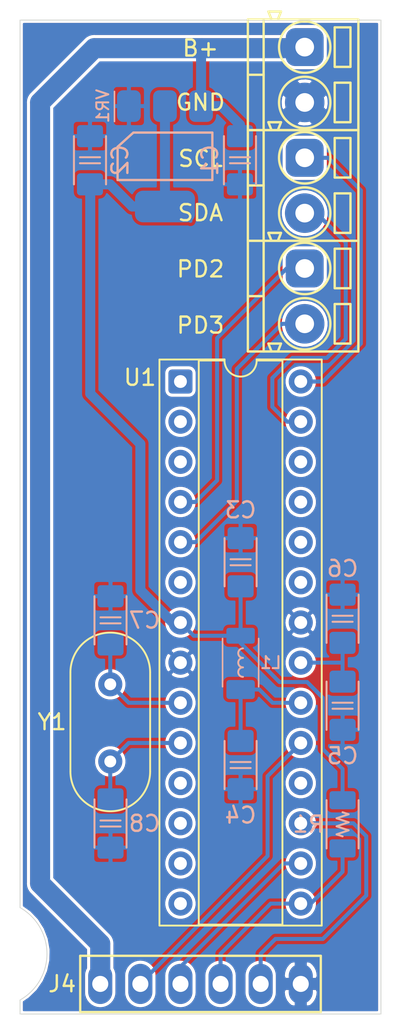
<source format=kicad_pcb>
(kicad_pcb (version 20171130) (host pcbnew "(5.1.12)-1")

  (general
    (thickness 1.6)
    (drawings 14)
    (tracks 102)
    (zones 0)
    (modules 17)
    (nets 29)
  )

  (page A4)
  (layers
    (0 F.Cu signal)
    (31 B.Cu signal)
    (34 B.Paste user hide)
    (35 F.Paste user hide)
    (36 B.SilkS user)
    (37 F.SilkS user)
    (38 B.Mask user hide)
    (39 F.Mask user hide)
    (40 Dwgs.User user hide)
    (41 Cmts.User user hide)
    (42 Eco1.User user hide)
    (43 Eco2.User user hide)
    (44 Edge.Cuts user)
    (45 Margin user hide)
    (46 B.CrtYd user hide)
    (47 F.CrtYd user hide)
    (48 B.Fab user hide)
    (49 F.Fab user hide)
  )

  (setup
    (last_trace_width 0.635)
    (user_trace_width 0.1524)
    (user_trace_width 0.2032)
    (user_trace_width 0.254)
    (user_trace_width 0.635)
    (user_trace_width 1.27)
    (trace_clearance 0.2)
    (zone_clearance 0.1524)
    (zone_45_only no)
    (trace_min 0.1524)
    (via_size 0.8)
    (via_drill 0.4)
    (via_min_size 0.4)
    (via_min_drill 0.3)
    (uvia_size 0.3)
    (uvia_drill 0.1)
    (uvias_allowed no)
    (uvia_min_size 0.2)
    (uvia_min_drill 0.1)
    (edge_width 0.05)
    (segment_width 0.2)
    (pcb_text_width 0.3)
    (pcb_text_size 1.5 1.5)
    (mod_edge_width 0.12)
    (mod_text_size 1.016 1.016)
    (mod_text_width 0.1524)
    (pad_size 2.5 2.5)
    (pad_drill 1.1811)
    (pad_to_mask_clearance 0)
    (aux_axis_origin 0 0)
    (visible_elements 7FFFFFFF)
    (pcbplotparams
      (layerselection 0x010fc_ffffffff)
      (usegerberextensions false)
      (usegerberattributes true)
      (usegerberadvancedattributes true)
      (creategerberjobfile true)
      (excludeedgelayer true)
      (linewidth 0.100000)
      (plotframeref false)
      (viasonmask false)
      (mode 1)
      (useauxorigin false)
      (hpglpennumber 1)
      (hpglpenspeed 20)
      (hpglpendiameter 15.000000)
      (psnegative false)
      (psa4output false)
      (plotreference true)
      (plotvalue true)
      (plotinvisibletext false)
      (padsonsilk false)
      (subtractmaskfromsilk false)
      (outputformat 1)
      (mirror false)
      (drillshape 1)
      (scaleselection 1)
      (outputdirectory ""))
  )

  (net 0 "")
  (net 1 GND)
  (net 2 +6V)
  (net 3 +3V3)
  (net 4 "Net-(C4-Pad1)")
  (net 5 "Net-(C5-Pad1)")
  (net 6 "Net-(C7-Pad1)")
  (net 7 "Net-(C8-Pad1)")
  (net 8 "Net-(J2-Pad1)")
  (net 9 "Net-(J2-Pad2)")
  (net 10 "Net-(J3-Pad1)")
  (net 11 "Net-(J3-Pad2)")
  (net 12 "Net-(J4-Pad2)")
  (net 13 "Net-(J4-Pad4)")
  (net 14 "Net-(J4-Pad5)")
  (net 15 "Net-(J4-Pad3)")
  (net 16 "Net-(U1-Pad14)")
  (net 17 "Net-(U1-Pad13)")
  (net 18 "Net-(U1-Pad26)")
  (net 19 "Net-(U1-Pad12)")
  (net 20 "Net-(U1-Pad25)")
  (net 21 "Net-(U1-Pad11)")
  (net 22 "Net-(U1-Pad24)")
  (net 23 "Net-(U1-Pad23)")
  (net 24 "Net-(U1-Pad6)")
  (net 25 "Net-(U1-Pad18)")
  (net 26 "Net-(U1-Pad3)")
  (net 27 "Net-(U1-Pad2)")
  (net 28 "Net-(U1-Pad1)")

  (net_class Default "This is the default net class."
    (clearance 0.2)
    (trace_width 0.25)
    (via_dia 0.8)
    (via_drill 0.4)
    (uvia_dia 0.3)
    (uvia_drill 0.1)
    (add_net +3V3)
    (add_net +6V)
    (add_net GND)
    (add_net "Net-(C4-Pad1)")
    (add_net "Net-(C5-Pad1)")
    (add_net "Net-(C7-Pad1)")
    (add_net "Net-(C8-Pad1)")
    (add_net "Net-(J2-Pad1)")
    (add_net "Net-(J2-Pad2)")
    (add_net "Net-(J3-Pad1)")
    (add_net "Net-(J3-Pad2)")
    (add_net "Net-(J4-Pad2)")
    (add_net "Net-(J4-Pad3)")
    (add_net "Net-(J4-Pad4)")
    (add_net "Net-(J4-Pad5)")
    (add_net "Net-(U1-Pad1)")
    (add_net "Net-(U1-Pad11)")
    (add_net "Net-(U1-Pad12)")
    (add_net "Net-(U1-Pad13)")
    (add_net "Net-(U1-Pad14)")
    (add_net "Net-(U1-Pad18)")
    (add_net "Net-(U1-Pad2)")
    (add_net "Net-(U1-Pad23)")
    (add_net "Net-(U1-Pad24)")
    (add_net "Net-(U1-Pad25)")
    (add_net "Net-(U1-Pad26)")
    (add_net "Net-(U1-Pad3)")
    (add_net "Net-(U1-Pad6)")
  )

  (module Crystals:Crystal_HC49-U_Vertical (layer F.Cu) (tedit 61A7C9FE) (tstamp 61A7B659)
    (at 121.285 108.585 270)
    (descr "Crystal THT HC-49/U http://5hertz.com/pdfs/04404_D.pdf")
    (tags "THT crystalHC-49/U")
    (path /610DE70A)
    (fp_text reference Y1 (at -0.06 3.68808 180) (layer F.SilkS)
      (effects (font (size 1 1) (thickness 0.15)))
    )
    (fp_text value Y_.> (at -0.06 3.525 270) (layer F.Fab)
      (effects (font (size 1 1) (thickness 0.15)))
    )
    (fp_line (start -3.185 -2.325) (end 3.065 -2.325) (layer F.Fab) (width 0.1))
    (fp_line (start -3.185 2.325) (end 3.065 2.325) (layer F.Fab) (width 0.1))
    (fp_line (start -3.06 -2) (end 2.94 -2) (layer F.Fab) (width 0.1))
    (fp_line (start -3.06 2) (end 2.94 2) (layer F.Fab) (width 0.1))
    (fp_line (start -3.185 -2.525) (end 3.065 -2.525) (layer F.SilkS) (width 0.12))
    (fp_line (start -3.185 2.525) (end 3.065 2.525) (layer F.SilkS) (width 0.12))
    (fp_line (start -6 -2.8) (end -6 2.8) (layer F.CrtYd) (width 0.05))
    (fp_line (start -6 2.8) (end 5.9 2.8) (layer F.CrtYd) (width 0.05))
    (fp_line (start 5.9 2.8) (end 5.9 -2.8) (layer F.CrtYd) (width 0.05))
    (fp_line (start 5.9 -2.8) (end -6 -2.8) (layer F.CrtYd) (width 0.05))
    (fp_text user %R (at -0.06 0 270) (layer F.Fab)
      (effects (font (size 1 1) (thickness 0.15)))
    )
    (fp_arc (start -3.185 0) (end -3.185 -2.325) (angle -180) (layer F.Fab) (width 0.1))
    (fp_arc (start 3.065 0) (end 3.065 -2.325) (angle 180) (layer F.Fab) (width 0.1))
    (fp_arc (start -3.06 0) (end -3.06 -2) (angle -180) (layer F.Fab) (width 0.1))
    (fp_arc (start 2.94 0) (end 2.94 -2) (angle 180) (layer F.Fab) (width 0.1))
    (fp_arc (start -3.185 0) (end -3.185 -2.525) (angle -180) (layer F.SilkS) (width 0.12))
    (fp_arc (start 3.065 0) (end 3.065 -2.525) (angle 180) (layer F.SilkS) (width 0.12))
    (pad 1 thru_hole circle (at -2.44 0 270) (size 1.525 1.525) (drill 0.75) (layers *.Cu *.Mask)
      (net 6 "Net-(C7-Pad1)"))
    (pad 2 thru_hole circle (at 2.44 0 270) (size 1.525 1.525) (drill 0.75) (layers *.Cu *.Mask)
      (net 7 "Net-(C8-Pad1)"))
    (model ${KISYS3DMOD}/Crystals.3dshapes/Crystal_HC49-U_Vertical.wrl
      (at (xyz 0 0 0))
      (scale (xyz 0.393701 0.393701 0.393701))
      (rotate (xyz 0 0 0))
    )
    (model ${KISYS3DMOD}/Crystal.3dshapes/Crystal_HC49-4H_Vertical.step
      (offset (xyz -2.54 0 0))
      (scale (xyz 1 1 1))
      (rotate (xyz 0 0 0))
    )
  )

  (module 01_Qualified_Footprints:OSTTE0201X4 (layer F.Cu) (tedit 61A7FBEC) (tstamp 610B2ACB)
    (at 133.5 67.595 270)
    (path /61113481)
    (fp_text reference J1 (at 0 -4.5 270) (layer F.SilkS) hide
      (effects (font (size 1.016 1.016) (thickness 0.1524)))
    )
    (fp_text value Conn_01x02 (at 0 0) (layer F.Fab) hide
      (effects (font (size 1 1) (thickness 0.15)))
    )
    (fp_line (start -3.5 3.5) (end -3.5 -3.5) (layer F.CrtYd) (width 0.15))
    (fp_line (start 3.5 3.5) (end -3.5 3.5) (layer F.CrtYd) (width 0.15))
    (fp_line (start 3.5 -3.5) (end 3.5 3.5) (layer F.CrtYd) (width 0.15))
    (fp_line (start -3.5 -3.5) (end 3.5 -3.5) (layer F.CrtYd) (width 0.15))
    (fp_line (start 3 1.4) (end 3.5 1.6) (layer F.SilkS) (width 0.15))
    (fp_line (start 3 2.2) (end 3 1.4) (layer F.SilkS) (width 0.15))
    (fp_line (start 3.5 2) (end 3 2.2) (layer F.SilkS) (width 0.15))
    (fp_line (start -4 1.4) (end -3.5 1.6) (layer F.SilkS) (width 0.15))
    (fp_line (start -4 2.2) (end -4 1.4) (layer F.SilkS) (width 0.15))
    (fp_line (start -3.5 2) (end -4 2.2) (layer F.SilkS) (width 0.15))
    (fp_line (start -3 -2) (end -3 -3) (layer F.SilkS) (width 0.15))
    (fp_line (start -0.5 -2) (end -3 -2) (layer F.Fab) (width 0.15))
    (fp_line (start -0.5 -3) (end -0.5 -2) (layer F.Fab) (width 0.15))
    (fp_line (start -3 -3) (end -0.5 -3) (layer F.SilkS) (width 0.15))
    (fp_line (start 0.5 -2) (end 0.5 -3) (layer F.SilkS) (width 0.15))
    (fp_line (start 3 -2) (end 0.5 -2) (layer F.SilkS) (width 0.15))
    (fp_line (start 3 -3) (end 3 -2) (layer F.SilkS) (width 0.15))
    (fp_line (start 0.5 -3) (end 3 -3) (layer F.Fab) (width 0.15))
    (fp_circle (center -1.75 -0.1) (end -0.127 0) (layer F.SilkS) (width 0.15))
    (fp_circle (center 1.75 -0.1) (end 0.127 0) (layer F.SilkS) (width 0.15))
    (fp_line (start 0 2.5) (end 0 3.5) (layer F.SilkS) (width 0.15))
    (fp_line (start -3.5 2.5) (end 3.5 2.5) (layer F.SilkS) (width 0.15))
    (fp_line (start -3.5 -3.5) (end 3.5 -3.5) (layer F.SilkS) (width 0.15))
    (fp_line (start 3.5 -3.5) (end 3.5 3.5) (layer F.Fab) (width 0.15))
    (fp_line (start 3.5 3.5) (end -3.5 3.5) (layer F.SilkS) (width 0.15))
    (fp_line (start -3.5 3.5) (end -3.5 -3.5) (layer F.SilkS) (width 0.15))
    (fp_circle (center 1.75 -0.1) (end 3.376078 -0.1) (layer F.Fab) (width 0.15))
    (fp_line (start 0.5 -2) (end 0.5 -3) (layer F.Fab) (width 0.15))
    (fp_line (start 3 -2) (end 0.5 -2) (layer F.Fab) (width 0.15))
    (fp_line (start 3 -3) (end 3 -2) (layer F.Fab) (width 0.15))
    (fp_line (start 0.5 -3) (end 3 -3) (layer F.SilkS) (width 0.15))
    (fp_circle (center -1.75 -0.1) (end -0.123922 -0.1) (layer F.Fab) (width 0.15))
    (fp_line (start -3 -2) (end -3 -3) (layer F.Fab) (width 0.15))
    (fp_line (start -0.5 -2) (end -3 -2) (layer F.SilkS) (width 0.15))
    (fp_line (start -0.5 -3) (end -0.5 -2) (layer F.SilkS) (width 0.15))
    (fp_line (start -3 -3) (end -0.5 -3) (layer F.Fab) (width 0.15))
    (fp_line (start 3.5 2) (end 3 2.2) (layer F.Fab) (width 0.15))
    (fp_line (start -3.5 2) (end -4 2.2) (layer F.Fab) (width 0.15))
    (fp_line (start 0 2.5) (end 0 3.5) (layer F.Fab) (width 0.15))
    (fp_line (start -3.5 2.5) (end 3.5 2.5) (layer F.Fab) (width 0.15))
    (fp_line (start 3.5 3.5) (end -3.5 3.5) (layer F.Fab) (width 0.15))
    (fp_line (start 3.5 -3.5) (end 3.5 3.5) (layer F.SilkS) (width 0.15))
    (fp_line (start -3.5 3.5) (end -3.5 -3.5) (layer F.Fab) (width 0.15))
    (fp_line (start -4 1.4) (end -3.5 1.6) (layer F.Fab) (width 0.15))
    (fp_line (start -4 2.2) (end -4 1.4) (layer F.Fab) (width 0.15))
    (fp_line (start -3.5 -3.5) (end 3.5 -3.5) (layer F.Fab) (width 0.15))
    (fp_line (start 3 1.4) (end 3.5 1.6) (layer F.Fab) (width 0.15))
    (fp_line (start 3 2.2) (end 3 1.4) (layer F.Fab) (width 0.15))
    (fp_text user %R (at 0 -4.5 270) (layer F.Fab)
      (effects (font (size 1.016 1.016) (thickness 0.1524)))
    )
    (pad 1 thru_hole roundrect (at -1.75 -0.1 270) (size 2.4 2.4) (drill 1.1811) (layers *.Cu *.Mask) (roundrect_rratio 0.25)
      (net 2 +6V))
    (pad 2 thru_hole circle (at 1.75 -0.1 270) (size 2.5 2.5) (drill 1.1811) (layers *.Cu *.Mask)
      (net 1 GND) (thermal_width 1.27))
    (model "/home/werx/01_Workspaces/02_KiCad/01_Kicad Libraries/03_3D Models/01_Qualified_3D Models.3dshapes/TerminalBlock_THT_OSTTE020104.step"
      (at (xyz 0 0 0))
      (scale (xyz 1 1 1))
      (rotate (xyz 0 0 180))
    )
    (model ${KISYS3DMOD}/TerminalBlock.3dshapes/On_Shore_Technology_-_OSTTE020104.step
      (at (xyz 0 0 0))
      (scale (xyz 1 1 1))
      (rotate (xyz 0 0 180))
    )
  )

  (module 01_Qualified_Footprints:OSTTE0201X4 (layer F.Cu) (tedit 61159E35) (tstamp 610B2B39)
    (at 133.5 81.595 270)
    (path /6113E527)
    (fp_text reference J3 (at 0 -4.5 90) (layer F.SilkS) hide
      (effects (font (size 1.016 1.016) (thickness 0.1524)))
    )
    (fp_text value Conn_01x02 (at 0 0 180) (layer F.Fab) hide
      (effects (font (size 1 1) (thickness 0.15)))
    )
    (fp_line (start -3.5 3.5) (end -3.5 -3.5) (layer F.CrtYd) (width 0.15))
    (fp_line (start 3.5 3.5) (end -3.5 3.5) (layer F.CrtYd) (width 0.15))
    (fp_line (start 3.5 -3.5) (end 3.5 3.5) (layer F.CrtYd) (width 0.15))
    (fp_line (start -3.5 -3.5) (end 3.5 -3.5) (layer F.CrtYd) (width 0.15))
    (fp_line (start 3 1.4) (end 3.5 1.6) (layer F.SilkS) (width 0.15))
    (fp_line (start 3 2.2) (end 3 1.4) (layer F.SilkS) (width 0.15))
    (fp_line (start 3.5 2) (end 3 2.2) (layer F.SilkS) (width 0.15))
    (fp_line (start -4 1.4) (end -3.5 1.6) (layer F.SilkS) (width 0.15))
    (fp_line (start -4 2.2) (end -4 1.4) (layer F.SilkS) (width 0.15))
    (fp_line (start -3.5 2) (end -4 2.2) (layer F.SilkS) (width 0.15))
    (fp_line (start -3 -2) (end -3 -3) (layer F.SilkS) (width 0.15))
    (fp_line (start -0.5 -2) (end -3 -2) (layer F.Fab) (width 0.15))
    (fp_line (start -0.5 -3) (end -0.5 -2) (layer F.Fab) (width 0.15))
    (fp_line (start -3 -3) (end -0.5 -3) (layer F.SilkS) (width 0.15))
    (fp_line (start 0.5 -2) (end 0.5 -3) (layer F.SilkS) (width 0.15))
    (fp_line (start 3 -2) (end 0.5 -2) (layer F.SilkS) (width 0.15))
    (fp_line (start 3 -3) (end 3 -2) (layer F.SilkS) (width 0.15))
    (fp_line (start 0.5 -3) (end 3 -3) (layer F.Fab) (width 0.15))
    (fp_circle (center -1.75 -0.1) (end -0.127 0) (layer F.SilkS) (width 0.15))
    (fp_circle (center 1.75 -0.1) (end 0.127 0) (layer F.SilkS) (width 0.15))
    (fp_line (start 0 2.5) (end 0 3.5) (layer F.SilkS) (width 0.15))
    (fp_line (start -3.5 2.5) (end 3.5 2.5) (layer F.SilkS) (width 0.15))
    (fp_line (start -3.5 -3.5) (end 3.5 -3.5) (layer F.SilkS) (width 0.15))
    (fp_line (start 3.5 -3.5) (end 3.5 3.5) (layer F.Fab) (width 0.15))
    (fp_line (start 3.5 3.5) (end -3.5 3.5) (layer F.SilkS) (width 0.15))
    (fp_line (start -3.5 3.5) (end -3.5 -3.5) (layer F.SilkS) (width 0.15))
    (fp_circle (center 1.75 -0.1) (end 3.376078 -0.1) (layer F.Fab) (width 0.15))
    (fp_line (start 0.5 -2) (end 0.5 -3) (layer F.Fab) (width 0.15))
    (fp_line (start 3 -2) (end 0.5 -2) (layer F.Fab) (width 0.15))
    (fp_line (start 3 -3) (end 3 -2) (layer F.Fab) (width 0.15))
    (fp_line (start 0.5 -3) (end 3 -3) (layer F.SilkS) (width 0.15))
    (fp_circle (center -1.75 -0.1) (end -0.123922 -0.1) (layer F.Fab) (width 0.15))
    (fp_line (start -3 -2) (end -3 -3) (layer F.Fab) (width 0.15))
    (fp_line (start -0.5 -2) (end -3 -2) (layer F.SilkS) (width 0.15))
    (fp_line (start -0.5 -3) (end -0.5 -2) (layer F.SilkS) (width 0.15))
    (fp_line (start -3 -3) (end -0.5 -3) (layer F.Fab) (width 0.15))
    (fp_line (start 3.5 2) (end 3 2.2) (layer F.Fab) (width 0.15))
    (fp_line (start -3.5 2) (end -4 2.2) (layer F.Fab) (width 0.15))
    (fp_line (start 0 2.5) (end 0 3.5) (layer F.Fab) (width 0.15))
    (fp_line (start -3.5 2.5) (end 3.5 2.5) (layer F.Fab) (width 0.15))
    (fp_line (start 3.5 3.5) (end -3.5 3.5) (layer F.Fab) (width 0.15))
    (fp_line (start 3.5 -3.5) (end 3.5 3.5) (layer F.SilkS) (width 0.15))
    (fp_line (start -3.5 3.5) (end -3.5 -3.5) (layer F.Fab) (width 0.15))
    (fp_line (start -4 1.4) (end -3.5 1.6) (layer F.Fab) (width 0.15))
    (fp_line (start -4 2.2) (end -4 1.4) (layer F.Fab) (width 0.15))
    (fp_line (start -3.5 -3.5) (end 3.5 -3.5) (layer F.Fab) (width 0.15))
    (fp_line (start 3 1.4) (end 3.5 1.6) (layer F.Fab) (width 0.15))
    (fp_line (start 3 2.2) (end 3 1.4) (layer F.Fab) (width 0.15))
    (fp_text user %R (at 0 -4.5 90) (layer F.Fab)
      (effects (font (size 1.016 1.016) (thickness 0.1524)))
    )
    (pad 1 thru_hole roundrect (at -1.75 -0.1 270) (size 2.4 2.4) (drill 1.1811) (layers *.Cu *.Mask) (roundrect_rratio 0.25)
      (net 10 "Net-(J3-Pad1)"))
    (pad 2 thru_hole circle (at 1.75 -0.1 270) (size 2.5 2.5) (drill 1.1811) (layers *.Cu *.Mask)
      (net 11 "Net-(J3-Pad2)"))
    (model "/home/werx/01_Workspaces/02_KiCad/01_Kicad Libraries/03_3D Models/01_Qualified_3D Models.3dshapes/TerminalBlock_THT_OSTTE020104.step"
      (at (xyz 0 0 0))
      (scale (xyz 1 1 1))
      (rotate (xyz 0 0 180))
    )
    (model ${KISYS3DMOD}/TerminalBlock.3dshapes/On_Shore_Technology_-_OSTTE020104.step
      (at (xyz 0 0 0))
      (scale (xyz 1 1 1))
      (rotate (xyz 0 0 180))
    )
  )

  (module 01_Qualified_Footprints:OSTTE0201X4 (layer F.Cu) (tedit 61159E35) (tstamp 610B2B02)
    (at 133.5 74.595 270)
    (path /61111831)
    (fp_text reference J2 (at 0 -4.5 90) (layer F.SilkS) hide
      (effects (font (size 1.016 1.016) (thickness 0.1524)))
    )
    (fp_text value Conn_01x02 (at 0 0 180) (layer F.Fab) hide
      (effects (font (size 1 1) (thickness 0.15)))
    )
    (fp_line (start -3.5 3.5) (end -3.5 -3.5) (layer F.CrtYd) (width 0.15))
    (fp_line (start 3.5 3.5) (end -3.5 3.5) (layer F.CrtYd) (width 0.15))
    (fp_line (start 3.5 -3.5) (end 3.5 3.5) (layer F.CrtYd) (width 0.15))
    (fp_line (start -3.5 -3.5) (end 3.5 -3.5) (layer F.CrtYd) (width 0.15))
    (fp_line (start 3 1.4) (end 3.5 1.6) (layer F.SilkS) (width 0.15))
    (fp_line (start 3 2.2) (end 3 1.4) (layer F.SilkS) (width 0.15))
    (fp_line (start 3.5 2) (end 3 2.2) (layer F.SilkS) (width 0.15))
    (fp_line (start -4 1.4) (end -3.5 1.6) (layer F.SilkS) (width 0.15))
    (fp_line (start -4 2.2) (end -4 1.4) (layer F.SilkS) (width 0.15))
    (fp_line (start -3.5 2) (end -4 2.2) (layer F.SilkS) (width 0.15))
    (fp_line (start -3 -2) (end -3 -3) (layer F.SilkS) (width 0.15))
    (fp_line (start -0.5 -2) (end -3 -2) (layer F.Fab) (width 0.15))
    (fp_line (start -0.5 -3) (end -0.5 -2) (layer F.Fab) (width 0.15))
    (fp_line (start -3 -3) (end -0.5 -3) (layer F.SilkS) (width 0.15))
    (fp_line (start 0.5 -2) (end 0.5 -3) (layer F.SilkS) (width 0.15))
    (fp_line (start 3 -2) (end 0.5 -2) (layer F.SilkS) (width 0.15))
    (fp_line (start 3 -3) (end 3 -2) (layer F.SilkS) (width 0.15))
    (fp_line (start 0.5 -3) (end 3 -3) (layer F.Fab) (width 0.15))
    (fp_circle (center -1.75 -0.1) (end -0.127 0) (layer F.SilkS) (width 0.15))
    (fp_circle (center 1.75 -0.1) (end 0.127 0) (layer F.SilkS) (width 0.15))
    (fp_line (start 0 2.5) (end 0 3.5) (layer F.SilkS) (width 0.15))
    (fp_line (start -3.5 2.5) (end 3.5 2.5) (layer F.SilkS) (width 0.15))
    (fp_line (start -3.5 -3.5) (end 3.5 -3.5) (layer F.SilkS) (width 0.15))
    (fp_line (start 3.5 -3.5) (end 3.5 3.5) (layer F.Fab) (width 0.15))
    (fp_line (start 3.5 3.5) (end -3.5 3.5) (layer F.SilkS) (width 0.15))
    (fp_line (start -3.5 3.5) (end -3.5 -3.5) (layer F.SilkS) (width 0.15))
    (fp_circle (center 1.75 -0.1) (end 3.376078 -0.1) (layer F.Fab) (width 0.15))
    (fp_line (start 0.5 -2) (end 0.5 -3) (layer F.Fab) (width 0.15))
    (fp_line (start 3 -2) (end 0.5 -2) (layer F.Fab) (width 0.15))
    (fp_line (start 3 -3) (end 3 -2) (layer F.Fab) (width 0.15))
    (fp_line (start 0.5 -3) (end 3 -3) (layer F.SilkS) (width 0.15))
    (fp_circle (center -1.75 -0.1) (end -0.123922 -0.1) (layer F.Fab) (width 0.15))
    (fp_line (start -3 -2) (end -3 -3) (layer F.Fab) (width 0.15))
    (fp_line (start -0.5 -2) (end -3 -2) (layer F.SilkS) (width 0.15))
    (fp_line (start -0.5 -3) (end -0.5 -2) (layer F.SilkS) (width 0.15))
    (fp_line (start -3 -3) (end -0.5 -3) (layer F.Fab) (width 0.15))
    (fp_line (start 3.5 2) (end 3 2.2) (layer F.Fab) (width 0.15))
    (fp_line (start -3.5 2) (end -4 2.2) (layer F.Fab) (width 0.15))
    (fp_line (start 0 2.5) (end 0 3.5) (layer F.Fab) (width 0.15))
    (fp_line (start -3.5 2.5) (end 3.5 2.5) (layer F.Fab) (width 0.15))
    (fp_line (start 3.5 3.5) (end -3.5 3.5) (layer F.Fab) (width 0.15))
    (fp_line (start 3.5 -3.5) (end 3.5 3.5) (layer F.SilkS) (width 0.15))
    (fp_line (start -3.5 3.5) (end -3.5 -3.5) (layer F.Fab) (width 0.15))
    (fp_line (start -4 1.4) (end -3.5 1.6) (layer F.Fab) (width 0.15))
    (fp_line (start -4 2.2) (end -4 1.4) (layer F.Fab) (width 0.15))
    (fp_line (start -3.5 -3.5) (end 3.5 -3.5) (layer F.Fab) (width 0.15))
    (fp_line (start 3 1.4) (end 3.5 1.6) (layer F.Fab) (width 0.15))
    (fp_line (start 3 2.2) (end 3 1.4) (layer F.Fab) (width 0.15))
    (fp_text user %R (at 0 -4.5 90) (layer F.Fab)
      (effects (font (size 1.016 1.016) (thickness 0.1524)))
    )
    (pad 1 thru_hole roundrect (at -1.75 -0.1 270) (size 2.4 2.4) (drill 1.1811) (layers *.Cu *.Mask) (roundrect_rratio 0.25)
      (net 8 "Net-(J2-Pad1)"))
    (pad 2 thru_hole circle (at 1.75 -0.1 270) (size 2.5 2.5) (drill 1.1811) (layers *.Cu *.Mask)
      (net 9 "Net-(J2-Pad2)"))
    (model "/home/werx/01_Workspaces/02_KiCad/01_Kicad Libraries/03_3D Models/01_Qualified_3D Models.3dshapes/TerminalBlock_THT_OSTTE020104.step"
      (at (xyz 0 0 0))
      (scale (xyz 1 1 1))
      (rotate (xyz 0 0 180))
    )
    (model ${KISYS3DMOD}/TerminalBlock.3dshapes/On_Shore_Technology_-_OSTTE020104.step
      (at (xyz 0 0 0))
      (scale (xyz 1 1 1))
      (rotate (xyz 0 0 180))
    )
  )

  (module 01_Qualified_Footprints:PinHeader_6 (layer F.Cu) (tedit 610CA04C) (tstamp 61A6E35C)
    (at 127 125.095)
    (path /610E3E9A)
    (fp_text reference J4 (at -8.763 0) (layer F.SilkS)
      (effects (font (size 1.016 1.016) (thickness 0.1524)))
    )
    (fp_text value Conn_01x06 (at 0.0135 3.81) (layer F.Fab)
      (effects (font (size 1 1) (thickness 0.15)))
    )
    (fp_line (start -7.874 2.032) (end -7.874 -2.032) (layer F.CrtYd) (width 0.15))
    (fp_line (start 7.874 2.032) (end -7.874 2.032) (layer F.CrtYd) (width 0.15))
    (fp_line (start 7.874 -2.032) (end 7.874 2.032) (layer F.CrtYd) (width 0.15))
    (fp_line (start -7.874 -2.032) (end 7.874 -2.032) (layer F.CrtYd) (width 0.15))
    (fp_line (start -7.62 1.778) (end -7.62 -1.778) (layer F.SilkS) (width 0.15))
    (fp_line (start 7.62 1.778) (end -7.62 1.778) (layer F.SilkS) (width 0.15))
    (fp_line (start 7.62 -1.778) (end 7.62 1.778) (layer F.SilkS) (width 0.15))
    (fp_line (start -7.62 -1.778) (end 7.62 -1.778) (layer F.SilkS) (width 0.15))
    (pad 6 thru_hole oval (at 6.35 0) (size 1.524 2.54) (drill 1.016) (layers *.Cu *.Mask)
      (net 1 GND) (thermal_width 0.762))
    (pad 5 thru_hole oval (at 3.81 0) (size 1.524 2.54) (drill 1.016) (layers *.Cu *.Mask)
      (net 14 "Net-(J4-Pad5)"))
    (pad 4 thru_hole oval (at 1.27 0) (size 1.524 2.54) (drill 1.016) (layers *.Cu *.Mask)
      (net 13 "Net-(J4-Pad4)"))
    (pad 3 thru_hole oval (at -1.27 0) (size 1.524 2.54) (drill 1.016) (layers *.Cu *.Mask)
      (net 15 "Net-(J4-Pad3)"))
    (pad 2 thru_hole oval (at -3.81 0) (size 1.524 2.54) (drill 1.016) (layers *.Cu *.Mask)
      (net 12 "Net-(J4-Pad2)"))
    (pad 1 thru_hole oval (at -6.35 0) (size 1.524 2.54) (drill 1.016) (layers *.Cu *.Mask)
      (net 2 +6V))
  )

  (module 01_Qualified_Footprints:SOT-223__ON_318H (layer B.Cu) (tedit 5CD06B2F) (tstamp 610B2BF9)
    (at 124.75 72.75 270)
    (descr "3-pin SuperSOT package https://www.fairchildsemi.com/package-drawings/MA/MA03B.pdf")
    (tags "SuperSOT-3 SSOT-3")
    (path /610CD173)
    (attr smd)
    (fp_text reference VR1 (at -3.175 3.937 270) (layer B.SilkS)
      (effects (font (size 0.762 0.762) (thickness 0.127)) (justify mirror))
    )
    (fp_text value NCP1117LPST33T3G^ (at -0.1 3.9 270) (layer B.Fab)
      (effects (font (size 0.762 0.762) (thickness 0.127)) (justify mirror))
    )
    (fp_line (start 4.2 -3.4) (end -4.2 -3.4) (layer B.CrtYd) (width 0.05))
    (fp_line (start 4.2 -3.4) (end 4.2 3.4) (layer B.CrtYd) (width 0.05))
    (fp_line (start -4.2 3.4) (end -4.2 -3.4) (layer B.CrtYd) (width 0.05))
    (fp_line (start -4.2 3.4) (end 4.2 3.4) (layer B.CrtYd) (width 0.05))
    (fp_line (start -1.75 3.25) (end 1.75 3.25) (layer B.Fab) (width 0.15))
    (fp_line (start 3.5 1.5) (end 3.5 -1.5) (layer B.Fab) (width 0.1))
    (fp_line (start -3.5 -0.37) (end -1.75 -0.37) (layer B.Fab) (width 0.1))
    (fp_line (start -3.5 -0.37) (end -3.5 0.37) (layer B.Fab) (width 0.1))
    (fp_line (start -2.2 3.2) (end -4.1 3.2) (layer B.SilkS) (width 0.1))
    (fp_line (start -0.6 3) (end 1.5 3) (layer B.SilkS) (width 0.15))
    (fp_line (start 1.5 3) (end 1.5 -3) (layer B.SilkS) (width 0.15))
    (fp_line (start 1.5 -3) (end -1.5 -3) (layer B.SilkS) (width 0.15))
    (fp_line (start -1.5 -3) (end -1.5 2) (layer B.SilkS) (width 0.15))
    (fp_line (start -1.5 2) (end -0.6 3) (layer B.SilkS) (width 0.15))
    (fp_line (start 1.75 -1.5) (end 3.5 -1.5) (layer B.Fab) (width 0.1))
    (fp_line (start 1.75 3.25) (end 1.75 -3.25) (layer B.Fab) (width 0.15))
    (fp_line (start -1.75 -3.25) (end 1.75 -3.25) (layer B.Fab) (width 0.15))
    (fp_line (start -1.75 3.25) (end -1.75 -3.25) (layer B.Fab) (width 0.15))
    (fp_line (start -3.5 0.37) (end -1.75 0.37) (layer B.Fab) (width 0.1))
    (fp_line (start -3.5 1.93) (end -3.5 2.67) (layer B.Fab) (width 0.1))
    (fp_line (start -3.5 2.67) (end -1.75 2.67) (layer B.Fab) (width 0.1))
    (fp_line (start -3.5 1.93) (end -1.75 1.93) (layer B.Fab) (width 0.1))
    (fp_line (start -3.5 -2.67) (end -1.75 -2.67) (layer B.Fab) (width 0.1))
    (fp_line (start -3.5 -1.93) (end -1.75 -1.93) (layer B.Fab) (width 0.1))
    (fp_line (start -3.5 -2.67) (end -3.5 -1.93) (layer B.Fab) (width 0.1))
    (fp_line (start 1.75 1.5) (end 3.5 1.5) (layer B.Fab) (width 0.1))
    (fp_text user %R (at 0.533 3.824 270) (layer B.Fab)
      (effects (font (size 0.762 0.762) (thickness 0.127)) (justify mirror))
    )
    (pad 3 smd roundrect (at -3.175 -2.286 270) (size 2 1.5) (layers B.Cu B.Paste B.Mask) (roundrect_rratio 0.25)
      (net 2 +6V))
    (pad 2 smd roundrect (at -3.175 0 270) (size 2 1.5) (layers B.Cu B.Paste B.Mask) (roundrect_rratio 0.25)
      (net 3 +3V3))
    (pad 1 smd roundrect (at -3.175 2.286 270) (size 2 1.5) (layers B.Cu B.Paste B.Mask) (roundrect_rratio 0.25)
      (net 1 GND))
    (pad 2 smd roundrect (at 3.175 0 270) (size 2 3.8) (layers B.Cu B.Paste B.Mask) (roundrect_rratio 0.25)
      (net 3 +3V3))
    (model ${KISYS3DMOD}/Package_TO_SOT_SMD.3dshapes/SOT-223.wrl
      (at (xyz 0 0 0))
      (scale (xyz 1 1 1))
      (rotate (xyz 0 0 0))
    )
  )

  (module 01_Qualified_Footprints:DIP-28_W7.62mm_Socket (layer F.Cu) (tedit 610992FF) (tstamp 61A6E427)
    (at 129.54 103.505)
    (descr "28-lead though-hole mounted DIP package, row spacing 7.62 mm (300 mils), Socket")
    (tags "THT DIP DIL PDIP 2.54mm 7.62mm 300mil Socket")
    (path /610C3844)
    (fp_text reference U1 (at -7.493 -16.764) (layer F.SilkS)
      (effects (font (size 1.016 1.016) (thickness 0.1524)) (justify left))
    )
    (fp_text value ATMEGA328P-PU_XTAL (at 0 0 270) (layer F.Fab)
      (effects (font (size 1.016 1.016) (thickness 0.1524)))
    )
    (fp_line (start 5.14 -17.9) (end 1.016 -17.907) (layer F.SilkS) (width 0.12))
    (fp_line (start -5.14 -17.9) (end -1.016 -17.907) (layer F.SilkS) (width 0.12))
    (fp_line (start -2.175 -17.78) (end 3.175 -17.78) (layer F.Fab) (width 0.1))
    (fp_line (start 3.175 -17.78) (end 3.175 17.78) (layer F.Fab) (width 0.1))
    (fp_line (start 3.175 17.78) (end -3.175 17.78) (layer F.Fab) (width 0.1))
    (fp_line (start -3.175 17.78) (end -3.175 -16.78) (layer F.Fab) (width 0.1))
    (fp_line (start -3.175 -16.78) (end -2.175 -17.78) (layer F.Fab) (width 0.1))
    (fp_line (start -5.08 -17.84) (end -5.08 17.84) (layer F.Fab) (width 0.1))
    (fp_line (start -5.08 17.84) (end 5.08 17.84) (layer F.Fab) (width 0.1))
    (fp_line (start 5.08 17.84) (end 5.08 -17.84) (layer F.Fab) (width 0.1))
    (fp_line (start 5.08 -17.84) (end -5.08 -17.84) (layer F.Fab) (width 0.1))
    (fp_line (start -1.016 -17.84) (end -2.65 -17.84) (layer F.SilkS) (width 0.12))
    (fp_line (start -2.65 -17.84) (end -2.65 17.84) (layer F.SilkS) (width 0.12))
    (fp_line (start -2.65 17.84) (end 2.65 17.84) (layer F.SilkS) (width 0.12))
    (fp_line (start 2.65 17.84) (end 2.65 -17.84) (layer F.SilkS) (width 0.12))
    (fp_line (start 2.65 -17.84) (end 1.016 -17.84) (layer F.SilkS) (width 0.12))
    (fp_line (start -5.14 -17.9) (end -5.14 17.9) (layer F.SilkS) (width 0.12))
    (fp_line (start -5.14 17.9) (end 5.14 17.9) (layer F.SilkS) (width 0.12))
    (fp_line (start 5.14 17.9) (end 5.14 -17.9) (layer F.SilkS) (width 0.12))
    (fp_line (start -5.36 -18.11) (end -5.36 18.14) (layer F.CrtYd) (width 0.0508))
    (fp_line (start -5.36 18.14) (end 5.34 18.14) (layer F.CrtYd) (width 0.0508))
    (fp_line (start 5.34 18.14) (end 5.34 -18.11) (layer F.CrtYd) (width 0.0508))
    (fp_line (start 5.34 -18.11) (end -5.36 -18.11) (layer F.CrtYd) (width 0.0508))
    (fp_arc (start 0 -17.84) (end -1.016 -17.907) (angle -187.5458013) (layer F.SilkS) (width 0.12))
    (fp_text user %R (at 0 -18.034 270) (layer F.Fab)
      (effects (font (size 1.016 1.016) (thickness 0.1524)) (justify left))
    )
    (pad 1 thru_hole roundrect (at -3.81 -16.51) (size 1.524 1.524) (drill 0.8128) (layers *.Cu *.Mask) (roundrect_rratio 0.15)
      (net 28 "Net-(U1-Pad1)"))
    (pad 15 thru_hole circle (at 3.81 16.51) (size 1.524 1.524) (drill 0.8128) (layers *.Cu *.Mask)
      (net 13 "Net-(J4-Pad4)"))
    (pad 2 thru_hole circle (at -3.81 -13.97) (size 1.524 1.524) (drill 0.8128) (layers *.Cu *.Mask)
      (net 27 "Net-(U1-Pad2)"))
    (pad 16 thru_hole circle (at 3.81 13.97) (size 1.524 1.524) (drill 0.8128) (layers *.Cu *.Mask)
      (net 15 "Net-(J4-Pad3)"))
    (pad 3 thru_hole oval (at -3.81 -11.43) (size 1.524 1.524) (drill 0.8128) (layers *.Cu *.Mask)
      (net 26 "Net-(U1-Pad3)"))
    (pad 17 thru_hole circle (at 3.81 11.43) (size 1.524 1.524) (drill 0.8128) (layers *.Cu *.Mask)
      (net 14 "Net-(J4-Pad5)"))
    (pad 4 thru_hole circle (at -3.81 -8.89) (size 1.524 1.524) (drill 0.8128) (layers *.Cu *.Mask)
      (net 10 "Net-(J3-Pad1)"))
    (pad 18 thru_hole circle (at 3.81 8.89) (size 1.524 1.524) (drill 0.8128) (layers *.Cu *.Mask)
      (net 25 "Net-(U1-Pad18)"))
    (pad 5 thru_hole circle (at -3.81 -6.35) (size 1.524 1.524) (drill 0.8128) (layers *.Cu *.Mask)
      (net 11 "Net-(J3-Pad2)"))
    (pad 19 thru_hole circle (at 3.81 6.35) (size 1.524 1.524) (drill 0.8128) (layers *.Cu *.Mask)
      (net 12 "Net-(J4-Pad2)"))
    (pad 6 thru_hole circle (at -3.81 -3.81) (size 1.524 1.524) (drill 0.8128) (layers *.Cu *.Mask)
      (net 24 "Net-(U1-Pad6)"))
    (pad 20 thru_hole circle (at 3.81 3.81) (size 1.524 1.524) (drill 0.8128) (layers *.Cu *.Mask)
      (net 4 "Net-(C4-Pad1)"))
    (pad 7 thru_hole circle (at -3.81 -1.27) (size 1.524 1.524) (drill 0.8128) (layers *.Cu *.Mask)
      (net 3 +3V3))
    (pad 21 thru_hole circle (at 3.81 1.27) (size 1.524 1.524) (drill 0.8128) (layers *.Cu *.Mask)
      (net 5 "Net-(C5-Pad1)"))
    (pad 8 thru_hole circle (at -3.81 1.27) (size 1.524 1.524) (drill 0.8128) (layers *.Cu *.Mask)
      (net 1 GND))
    (pad 22 thru_hole circle (at 3.81 -1.27) (size 1.524 1.524) (drill 0.8128) (layers *.Cu *.Mask)
      (net 1 GND))
    (pad 9 thru_hole circle (at -3.81 3.81) (size 1.524 1.524) (drill 0.8128) (layers *.Cu *.Mask)
      (net 6 "Net-(C7-Pad1)"))
    (pad 23 thru_hole circle (at 3.81 -3.81) (size 1.524 1.524) (drill 0.8128) (layers *.Cu *.Mask)
      (net 23 "Net-(U1-Pad23)"))
    (pad 10 thru_hole circle (at -3.81 6.35) (size 1.524 1.524) (drill 0.8128) (layers *.Cu *.Mask)
      (net 7 "Net-(C8-Pad1)"))
    (pad 24 thru_hole circle (at 3.81 -6.35) (size 1.524 1.524) (drill 0.8128) (layers *.Cu *.Mask)
      (net 22 "Net-(U1-Pad24)"))
    (pad 11 thru_hole circle (at -3.81 8.89) (size 1.524 1.524) (drill 0.8128) (layers *.Cu *.Mask)
      (net 21 "Net-(U1-Pad11)"))
    (pad 25 thru_hole circle (at 3.81 -8.89) (size 1.524 1.524) (drill 0.8128) (layers *.Cu *.Mask)
      (net 20 "Net-(U1-Pad25)"))
    (pad 12 thru_hole circle (at -3.81 11.43) (size 1.524 1.524) (drill 0.8128) (layers *.Cu *.Mask)
      (net 19 "Net-(U1-Pad12)"))
    (pad 26 thru_hole circle (at 3.81 -11.43) (size 1.524 1.524) (drill 0.8128) (layers *.Cu *.Mask)
      (net 18 "Net-(U1-Pad26)"))
    (pad 13 thru_hole circle (at -3.81 13.97) (size 1.524 1.524) (drill 0.8128) (layers *.Cu *.Mask)
      (net 17 "Net-(U1-Pad13)"))
    (pad 27 thru_hole circle (at 3.81 -13.97) (size 1.524 1.524) (drill 0.8128) (layers *.Cu *.Mask)
      (net 9 "Net-(J2-Pad2)"))
    (pad 14 thru_hole circle (at -3.81 16.51) (size 1.524 1.524) (drill 0.8128) (layers *.Cu *.Mask)
      (net 16 "Net-(U1-Pad14)"))
    (pad 28 thru_hole circle (at 3.81 -16.51) (size 1.524 1.524) (drill 0.8128) (layers *.Cu *.Mask)
      (net 8 "Net-(J2-Pad1)"))
    (model ${KISYS3DMOD}/Package_DIP.3dshapes/DIP-28_W7.62mm_Socket.wrl
      (offset (xyz -3.81 16.51 -0.635))
      (scale (xyz 1 1 1))
      (rotate (xyz 0 0 0))
    )
    (model ${KISYS3DMOD}/Package_DIP.3dshapes/DIP-28_W7.62mm.step
      (offset (xyz -3.81 16.51 3.302))
      (scale (xyz 1 1 1))
      (rotate (xyz 0 0 0))
    )
  )

  (module 01_Qualified_Footprints:R_1206_in (layer B.Cu) (tedit 610999AC) (tstamp 610B2B9D)
    (at 136 115 270)
    (descr "Resistor SMD 1206, reflow soldering")
    (tags "resistor 1206")
    (path /61102D82)
    (attr smd)
    (fp_text reference R1 (at 0 2.159) (layer B.SilkS)
      (effects (font (size 1.016 1.016) (thickness 0.1524)) (justify mirror))
    )
    (fp_text value R_.> (at 0 0 90) (layer B.Fab) hide
      (effects (font (size 1.016 1.016) (thickness 0.1524)) (justify mirror))
    )
    (fp_line (start -1.524 -0.762) (end -1.524 0.762) (layer B.Fab) (width 0.1016))
    (fp_line (start 1.524 -0.762) (end -1.524 -0.762) (layer B.Fab) (width 0.1016))
    (fp_line (start 1.524 0.762) (end 1.524 -0.762) (layer B.Fab) (width 0.1016))
    (fp_line (start -1.524 0.762) (end 1.524 0.762) (layer B.Fab) (width 0.1016))
    (fp_line (start -1.524 -1.016) (end 1.524 -1.016) (layer B.SilkS) (width 0.127))
    (fp_line (start -1.524 1.016) (end 1.524 1.016) (layer B.SilkS) (width 0.127))
    (fp_line (start -2.286 1.016) (end 2.286 1.016) (layer B.CrtYd) (width 0.0508))
    (fp_line (start -2.286 1.016) (end -2.286 -1.016) (layer B.CrtYd) (width 0.0508))
    (fp_line (start 2.286 -1.016) (end 2.286 1.016) (layer B.CrtYd) (width 0.0508))
    (fp_line (start 2.286 -1.016) (end -2.286 -1.016) (layer B.CrtYd) (width 0.0508))
    (fp_line (start 0 0) (end 0.127 0.381) (layer B.SilkS) (width 0.127))
    (fp_line (start 0.127 0.381) (end 0.381 -0.381) (layer B.SilkS) (width 0.127))
    (fp_line (start 0.381 -0.381) (end 0.635 0.381) (layer B.SilkS) (width 0.127))
    (fp_line (start 0.635 0.381) (end 0.762 0) (layer B.SilkS) (width 0.127))
    (fp_line (start 0 0) (end -0.127 -0.381) (layer B.SilkS) (width 0.127))
    (fp_line (start -0.127 -0.381) (end -0.381 0.381) (layer B.SilkS) (width 0.127))
    (fp_line (start -0.381 0.381) (end -0.635 -0.381) (layer B.SilkS) (width 0.127))
    (fp_line (start -0.635 -0.381) (end -0.762 0) (layer B.SilkS) (width 0.127))
    (fp_text user %R (at -3.81 0 90) (layer B.Fab)
      (effects (font (size 1.016 1.016) (thickness 0.1524)) (justify mirror))
    )
    (pad 2 smd roundrect (at 1.524 0 270) (size 1.143 1.651) (layers B.Cu B.Paste B.Mask) (roundrect_rratio 0.15)
      (net 13 "Net-(J4-Pad4)"))
    (pad 1 smd roundrect (at -1.524 0 270) (size 1.143 1.651) (layers B.Cu B.Paste B.Mask) (roundrect_rratio 0.15)
      (net 3 +3V3))
    (model ${KISYS3DMOD}/Resistor_SMD.3dshapes/R_1206_3216Metric.step
      (at (xyz 0 0 0))
      (scale (xyz 1 1 1))
      (rotate (xyz 0 0 0))
    )
  )

  (module 01_Qualified_Footprints:L_1206_in (layer B.Cu) (tedit 61099A08) (tstamp 610B2B84)
    (at 129.54 104.775 270)
    (descr "Resistor SMD 1206, reflow soldering, Vishay (see dcrcw.pdf)")
    (tags "resistor 1206")
    (path /61186A1C)
    (attr smd)
    (fp_text reference L1 (at 0 -1.905) (layer B.SilkS)
      (effects (font (size 0.762 0.762) (thickness 0.127)) (justify mirror))
    )
    (fp_text value L_.> (at 0 0 270) (layer B.Fab)
      (effects (font (size 0.762 0.762) (thickness 0.127)) (justify mirror))
    )
    (fp_line (start 2.2225 -1.2065) (end -2.2225 -1.2065) (layer B.CrtYd) (width 0.0508))
    (fp_line (start 2.2225 -1.2065) (end 2.2225 1.2065) (layer B.CrtYd) (width 0.0508))
    (fp_line (start -2.2225 1.2065) (end -2.2225 -1.2065) (layer B.CrtYd) (width 0.0508))
    (fp_line (start -2.2225 1.2065) (end 2.2225 1.2065) (layer B.CrtYd) (width 0.0508))
    (fp_line (start -1.524 1.143) (end 1.524 1.143) (layer B.SilkS) (width 0.1016))
    (fp_line (start -1.524 -1.143) (end 1.524 -1.143) (layer B.SilkS) (width 0.1016))
    (fp_line (start -1.6 0.8) (end 1.6 0.8) (layer B.Fab) (width 0.1016))
    (fp_line (start 1.6 0.8) (end 1.6 -0.8) (layer B.Fab) (width 0.1016))
    (fp_line (start 1.6 -0.8) (end -1.6 -0.8) (layer B.Fab) (width 0.1016))
    (fp_line (start -1.6 -0.8) (end -1.6 0.8) (layer B.Fab) (width 0.1016))
    (fp_text user %R (at -3.81 0 270) (layer B.Fab)
      (effects (font (size 0.762 0.762) (thickness 0.127)) (justify mirror))
    )
    (fp_arc (start -0.6 -0.15) (end -0.3 -0.15) (angle 180) (layer B.SilkS) (width 0.12))
    (fp_arc (start 0 -0.15) (end 0.3 -0.15) (angle 180) (layer B.SilkS) (width 0.12))
    (fp_arc (start 0.6 -0.15) (end 0.9 -0.15) (angle 180) (layer B.SilkS) (width 0.12))
    (pad 1 smd roundrect (at -1.7 0 270) (size 1 1.8) (layers B.Cu B.Paste B.Mask) (roundrect_rratio 0.15)
      (net 3 +3V3))
    (pad 2 smd roundrect (at 1.7 0 270) (size 1.2 1.8) (layers B.Cu B.Paste B.Mask) (roundrect_rratio 0.15)
      (net 4 "Net-(C4-Pad1)"))
    (model ${KISYS3DMOD}/Inductor_SMD.3dshapes/L_1206_3216Metric.wrl
      (at (xyz 0 0 0))
      (scale (xyz 1 1 1))
      (rotate (xyz 0 0 0))
    )
  )

  (module 01_Qualified_Footprints:C_1206_in (layer B.Cu) (tedit 60CFA30A) (tstamp 610B2A94)
    (at 121.3 114.95 270)
    (descr "1206 SMD in")
    (tags "C 1206 SMD")
    (path /610DFBDB)
    (attr smd)
    (fp_text reference C8 (at 0 -2.159 180) (layer B.SilkS)
      (effects (font (size 1.016 1.016) (thickness 0.1524)) (justify mirror))
    )
    (fp_text value C_.> (at 0 0 270) (layer F.Fab)
      (effects (font (size 0.762 0.762) (thickness 0.127)))
    )
    (fp_line (start -2.286 1.016) (end 2.286 1.016) (layer B.CrtYd) (width 0.0508))
    (fp_line (start -1.524 -0.762) (end -1.524 -0.5715) (layer B.Fab) (width 0.1016))
    (fp_line (start 1.524 -0.762) (end 1.524 -0.5715) (layer B.Fab) (width 0.1016))
    (fp_line (start 0.1905 0.635) (end 0.1905 -0.635) (layer B.SilkS) (width 0.127))
    (fp_line (start -0.1905 0.635) (end -0.1905 -0.635) (layer B.SilkS) (width 0.127))
    (fp_line (start 1.524 -0.762) (end -1.524 -0.762) (layer B.Fab) (width 0.1016))
    (fp_line (start 1.524 0.762) (end 1.524 0.5715) (layer B.Fab) (width 0.1016))
    (fp_line (start -1.524 0.762) (end 1.524 0.762) (layer B.Fab) (width 0.1016))
    (fp_line (start -1.524 0.5715) (end -1.524 0.762) (layer B.Fab) (width 0.1016))
    (fp_line (start -1.524 -1.016) (end 1.524 -1.016) (layer B.SilkS) (width 0.127))
    (fp_line (start -1.524 1.016) (end 1.524 1.016) (layer B.SilkS) (width 0.127))
    (fp_line (start 2.286 1.016) (end 2.286 -1.016) (layer B.CrtYd) (width 0.0508))
    (fp_line (start -2.286 -1.016) (end 2.286 -1.016) (layer B.CrtYd) (width 0.0508))
    (fp_line (start -2.286 -1.016) (end -2.286 1.016) (layer B.CrtYd) (width 0.0508))
    (fp_text user %R (at -3.81 0 270) (layer B.Fab)
      (effects (font (size 1.016 1.016) (thickness 0.1524)) (justify mirror))
    )
    (pad 1 smd roundrect (at -1.524 0 270) (size 1.397 1.651) (layers B.Cu B.Paste B.Mask) (roundrect_rratio 0.15)
      (net 7 "Net-(C8-Pad1)"))
    (pad 2 smd roundrect (at 1.524 0 270) (size 1.397 1.651) (layers B.Cu B.Paste B.Mask) (roundrect_rratio 0.15)
      (net 1 GND))
    (model ${KISYS3DMOD}/Capacitor_SMD.3dshapes/C_1206_3216Metric.step
      (at (xyz 0 0 0))
      (scale (xyz 1 1 1))
      (rotate (xyz 0 0 0))
    )
  )

  (module 01_Qualified_Footprints:C_1206_in (layer B.Cu) (tedit 60CFA30A) (tstamp 610BADB3)
    (at 121.3 102.1 90)
    (descr "1206 SMD in")
    (tags "C 1206 SMD")
    (path /610E00DA)
    (attr smd)
    (fp_text reference C7 (at 0 2.159) (layer B.SilkS)
      (effects (font (size 1.016 1.016) (thickness 0.1524)) (justify mirror))
    )
    (fp_text value C_.> (at 0 0 90) (layer F.Fab)
      (effects (font (size 0.762 0.762) (thickness 0.127)))
    )
    (fp_line (start -2.286 1.016) (end 2.286 1.016) (layer B.CrtYd) (width 0.0508))
    (fp_line (start -1.524 -0.762) (end -1.524 -0.5715) (layer B.Fab) (width 0.1016))
    (fp_line (start 1.524 -0.762) (end 1.524 -0.5715) (layer B.Fab) (width 0.1016))
    (fp_line (start 0.1905 0.635) (end 0.1905 -0.635) (layer B.SilkS) (width 0.127))
    (fp_line (start -0.1905 0.635) (end -0.1905 -0.635) (layer B.SilkS) (width 0.127))
    (fp_line (start 1.524 -0.762) (end -1.524 -0.762) (layer B.Fab) (width 0.1016))
    (fp_line (start 1.524 0.762) (end 1.524 0.5715) (layer B.Fab) (width 0.1016))
    (fp_line (start -1.524 0.762) (end 1.524 0.762) (layer B.Fab) (width 0.1016))
    (fp_line (start -1.524 0.5715) (end -1.524 0.762) (layer B.Fab) (width 0.1016))
    (fp_line (start -1.524 -1.016) (end 1.524 -1.016) (layer B.SilkS) (width 0.127))
    (fp_line (start -1.524 1.016) (end 1.524 1.016) (layer B.SilkS) (width 0.127))
    (fp_line (start 2.286 1.016) (end 2.286 -1.016) (layer B.CrtYd) (width 0.0508))
    (fp_line (start -2.286 -1.016) (end 2.286 -1.016) (layer B.CrtYd) (width 0.0508))
    (fp_line (start -2.286 -1.016) (end -2.286 1.016) (layer B.CrtYd) (width 0.0508))
    (fp_text user %R (at -3.81 0 90) (layer B.Fab)
      (effects (font (size 1.016 1.016) (thickness 0.1524)) (justify mirror))
    )
    (pad 1 smd roundrect (at -1.524 0 90) (size 1.397 1.651) (layers B.Cu B.Paste B.Mask) (roundrect_rratio 0.15)
      (net 6 "Net-(C7-Pad1)"))
    (pad 2 smd roundrect (at 1.524 0 90) (size 1.397 1.651) (layers B.Cu B.Paste B.Mask) (roundrect_rratio 0.15)
      (net 1 GND))
    (model ${KISYS3DMOD}/Capacitor_SMD.3dshapes/C_1206_3216Metric.step
      (at (xyz 0 0 0))
      (scale (xyz 1 1 1))
      (rotate (xyz 0 0 0))
    )
  )

  (module 01_Qualified_Footprints:C_1206_in (layer B.Cu) (tedit 60CFA30A) (tstamp 610CA68F)
    (at 136 102 90)
    (descr "1206 SMD in")
    (tags "C 1206 SMD")
    (path /610B0504)
    (attr smd)
    (fp_text reference C6 (at 3.175 0 180) (layer B.SilkS)
      (effects (font (size 1.016 1.016) (thickness 0.1524)) (justify mirror))
    )
    (fp_text value C_1206_CC_0.01µF+ (at 0 0 270) (layer B.Fab)
      (effects (font (size 0.762 0.762) (thickness 0.127)) (justify mirror))
    )
    (fp_line (start -2.286 -1.016) (end -2.286 1.016) (layer B.CrtYd) (width 0.0508))
    (fp_line (start -2.286 -1.016) (end 2.286 -1.016) (layer B.CrtYd) (width 0.0508))
    (fp_line (start 2.286 1.016) (end 2.286 -1.016) (layer B.CrtYd) (width 0.0508))
    (fp_line (start -1.524 1.016) (end 1.524 1.016) (layer B.SilkS) (width 0.127))
    (fp_line (start -1.524 -1.016) (end 1.524 -1.016) (layer B.SilkS) (width 0.127))
    (fp_line (start -1.524 0.5715) (end -1.524 0.762) (layer B.Fab) (width 0.1016))
    (fp_line (start -1.524 0.762) (end 1.524 0.762) (layer B.Fab) (width 0.1016))
    (fp_line (start 1.524 0.762) (end 1.524 0.5715) (layer B.Fab) (width 0.1016))
    (fp_line (start 1.524 -0.762) (end -1.524 -0.762) (layer B.Fab) (width 0.1016))
    (fp_line (start -0.1905 0.635) (end -0.1905 -0.635) (layer B.SilkS) (width 0.127))
    (fp_line (start 0.1905 0.635) (end 0.1905 -0.635) (layer B.SilkS) (width 0.127))
    (fp_line (start 1.524 -0.762) (end 1.524 -0.5715) (layer B.Fab) (width 0.1016))
    (fp_line (start -1.524 -0.762) (end -1.524 -0.5715) (layer B.Fab) (width 0.1016))
    (fp_line (start -2.286 1.016) (end 2.286 1.016) (layer B.CrtYd) (width 0.0508))
    (fp_text user %R (at -3.81 0 270) (layer B.Fab)
      (effects (font (size 1.016 1.016) (thickness 0.1524)) (justify mirror))
    )
    (pad 2 smd roundrect (at 1.524 0 90) (size 1.397 1.651) (layers B.Cu B.Paste B.Mask) (roundrect_rratio 0.15)
      (net 1 GND))
    (pad 1 smd roundrect (at -1.524 0 90) (size 1.397 1.651) (layers B.Cu B.Paste B.Mask) (roundrect_rratio 0.15)
      (net 5 "Net-(C5-Pad1)"))
    (model ${KISYS3DMOD}/Capacitor_SMD.3dshapes/C_1206_3216Metric.step
      (at (xyz 0 0 0))
      (scale (xyz 1 1 1))
      (rotate (xyz 0 0 0))
    )
  )

  (module 01_Qualified_Footprints:C_1206_in (layer B.Cu) (tedit 60CFA30A) (tstamp 610CA76E)
    (at 136 107.5 270)
    (descr "1206 SMD in")
    (tags "C 1206 SMD")
    (path /6118C73D)
    (attr smd)
    (fp_text reference C5 (at 3.175 0 180) (layer B.SilkS)
      (effects (font (size 1.016 1.016) (thickness 0.1524)) (justify mirror))
    )
    (fp_text value C_1206_0.1µF+ (at 0 0 270) (layer B.Fab)
      (effects (font (size 0.762 0.762) (thickness 0.127)) (justify mirror))
    )
    (fp_line (start -2.286 -1.016) (end -2.286 1.016) (layer B.CrtYd) (width 0.0508))
    (fp_line (start -2.286 -1.016) (end 2.286 -1.016) (layer B.CrtYd) (width 0.0508))
    (fp_line (start 2.286 1.016) (end 2.286 -1.016) (layer B.CrtYd) (width 0.0508))
    (fp_line (start -1.524 1.016) (end 1.524 1.016) (layer B.SilkS) (width 0.127))
    (fp_line (start -1.524 -1.016) (end 1.524 -1.016) (layer B.SilkS) (width 0.127))
    (fp_line (start -1.524 0.5715) (end -1.524 0.762) (layer B.Fab) (width 0.1016))
    (fp_line (start -1.524 0.762) (end 1.524 0.762) (layer B.Fab) (width 0.1016))
    (fp_line (start 1.524 0.762) (end 1.524 0.5715) (layer B.Fab) (width 0.1016))
    (fp_line (start 1.524 -0.762) (end -1.524 -0.762) (layer B.Fab) (width 0.1016))
    (fp_line (start -0.1905 0.635) (end -0.1905 -0.635) (layer B.SilkS) (width 0.127))
    (fp_line (start 0.1905 0.635) (end 0.1905 -0.635) (layer B.SilkS) (width 0.127))
    (fp_line (start 1.524 -0.762) (end 1.524 -0.5715) (layer B.Fab) (width 0.1016))
    (fp_line (start -1.524 -0.762) (end -1.524 -0.5715) (layer B.Fab) (width 0.1016))
    (fp_line (start -2.286 1.016) (end 2.286 1.016) (layer B.CrtYd) (width 0.0508))
    (fp_text user %R (at -3.81 0 270) (layer B.Fab)
      (effects (font (size 1.016 1.016) (thickness 0.1524)) (justify mirror))
    )
    (pad 2 smd roundrect (at 1.524 0 270) (size 1.397 1.651) (layers B.Cu B.Paste B.Mask) (roundrect_rratio 0.15)
      (net 1 GND))
    (pad 1 smd roundrect (at -1.524 0 270) (size 1.397 1.651) (layers B.Cu B.Paste B.Mask) (roundrect_rratio 0.15)
      (net 5 "Net-(C5-Pad1)"))
    (model ${KISYS3DMOD}/Capacitor_SMD.3dshapes/C_1206_3216Metric.step
      (at (xyz 0 0 0))
      (scale (xyz 1 1 1))
      (rotate (xyz 0 0 0))
    )
  )

  (module 01_Qualified_Footprints:C_1206_in (layer B.Cu) (tedit 60CFA30A) (tstamp 610B2A40)
    (at 129.54 111.252 270)
    (descr "1206 SMD in")
    (tags "C 1206 SMD")
    (path /610C0C8B)
    (attr smd)
    (fp_text reference C4 (at 3.175 0) (layer B.SilkS)
      (effects (font (size 1.016 1.016) (thickness 0.1524)) (justify mirror))
    )
    (fp_text value C_1206_CC_0.01µF+ (at 0 0 270) (layer B.Fab)
      (effects (font (size 0.762 0.762) (thickness 0.127)) (justify mirror))
    )
    (fp_line (start -2.286 1.016) (end 2.286 1.016) (layer B.CrtYd) (width 0.0508))
    (fp_line (start -1.524 -0.762) (end -1.524 -0.5715) (layer B.Fab) (width 0.1016))
    (fp_line (start 1.524 -0.762) (end 1.524 -0.5715) (layer B.Fab) (width 0.1016))
    (fp_line (start 0.1905 0.635) (end 0.1905 -0.635) (layer B.SilkS) (width 0.127))
    (fp_line (start -0.1905 0.635) (end -0.1905 -0.635) (layer B.SilkS) (width 0.127))
    (fp_line (start 1.524 -0.762) (end -1.524 -0.762) (layer B.Fab) (width 0.1016))
    (fp_line (start 1.524 0.762) (end 1.524 0.5715) (layer B.Fab) (width 0.1016))
    (fp_line (start -1.524 0.762) (end 1.524 0.762) (layer B.Fab) (width 0.1016))
    (fp_line (start -1.524 0.5715) (end -1.524 0.762) (layer B.Fab) (width 0.1016))
    (fp_line (start -1.524 -1.016) (end 1.524 -1.016) (layer B.SilkS) (width 0.127))
    (fp_line (start -1.524 1.016) (end 1.524 1.016) (layer B.SilkS) (width 0.127))
    (fp_line (start 2.286 1.016) (end 2.286 -1.016) (layer B.CrtYd) (width 0.0508))
    (fp_line (start -2.286 -1.016) (end 2.286 -1.016) (layer B.CrtYd) (width 0.0508))
    (fp_line (start -2.286 -1.016) (end -2.286 1.016) (layer B.CrtYd) (width 0.0508))
    (fp_text user %R (at -3.81 0 270) (layer B.Fab)
      (effects (font (size 1.016 1.016) (thickness 0.1524)) (justify mirror))
    )
    (pad 1 smd roundrect (at -1.524 0 270) (size 1.397 1.651) (layers B.Cu B.Paste B.Mask) (roundrect_rratio 0.15)
      (net 4 "Net-(C4-Pad1)"))
    (pad 2 smd roundrect (at 1.524 0 270) (size 1.397 1.651) (layers B.Cu B.Paste B.Mask) (roundrect_rratio 0.15)
      (net 1 GND))
    (model ${KISYS3DMOD}/Capacitor_SMD.3dshapes/C_1206_3216Metric.step
      (at (xyz 0 0 0))
      (scale (xyz 1 1 1))
      (rotate (xyz 0 0 0))
    )
  )

  (module 01_Qualified_Footprints:C_1206_in (layer B.Cu) (tedit 60CFA30A) (tstamp 610B2A2B)
    (at 129.54 98.425 90)
    (descr "1206 SMD in")
    (tags "C 1206 SMD")
    (path /610C111B)
    (attr smd)
    (fp_text reference C3 (at 3.302 0 180) (layer B.SilkS)
      (effects (font (size 1.016 1.016) (thickness 0.1524)) (justify mirror))
    )
    (fp_text value C_1206_0.1µF+ (at 0 0 270) (layer B.Fab)
      (effects (font (size 0.762 0.762) (thickness 0.127)) (justify mirror))
    )
    (fp_line (start -2.286 1.016) (end 2.286 1.016) (layer B.CrtYd) (width 0.0508))
    (fp_line (start -1.524 -0.762) (end -1.524 -0.5715) (layer B.Fab) (width 0.1016))
    (fp_line (start 1.524 -0.762) (end 1.524 -0.5715) (layer B.Fab) (width 0.1016))
    (fp_line (start 0.1905 0.635) (end 0.1905 -0.635) (layer B.SilkS) (width 0.127))
    (fp_line (start -0.1905 0.635) (end -0.1905 -0.635) (layer B.SilkS) (width 0.127))
    (fp_line (start 1.524 -0.762) (end -1.524 -0.762) (layer B.Fab) (width 0.1016))
    (fp_line (start 1.524 0.762) (end 1.524 0.5715) (layer B.Fab) (width 0.1016))
    (fp_line (start -1.524 0.762) (end 1.524 0.762) (layer B.Fab) (width 0.1016))
    (fp_line (start -1.524 0.5715) (end -1.524 0.762) (layer B.Fab) (width 0.1016))
    (fp_line (start -1.524 -1.016) (end 1.524 -1.016) (layer B.SilkS) (width 0.127))
    (fp_line (start -1.524 1.016) (end 1.524 1.016) (layer B.SilkS) (width 0.127))
    (fp_line (start 2.286 1.016) (end 2.286 -1.016) (layer B.CrtYd) (width 0.0508))
    (fp_line (start -2.286 -1.016) (end 2.286 -1.016) (layer B.CrtYd) (width 0.0508))
    (fp_line (start -2.286 -1.016) (end -2.286 1.016) (layer B.CrtYd) (width 0.0508))
    (fp_text user %R (at -3.81 0 270) (layer B.Fab)
      (effects (font (size 1.016 1.016) (thickness 0.1524)) (justify mirror))
    )
    (pad 1 smd roundrect (at -1.524 0 90) (size 1.397 1.651) (layers B.Cu B.Paste B.Mask) (roundrect_rratio 0.15)
      (net 3 +3V3))
    (pad 2 smd roundrect (at 1.524 0 90) (size 1.397 1.651) (layers B.Cu B.Paste B.Mask) (roundrect_rratio 0.15)
      (net 1 GND))
    (model ${KISYS3DMOD}/Capacitor_SMD.3dshapes/C_1206_3216Metric.step
      (at (xyz 0 0 0))
      (scale (xyz 1 1 1))
      (rotate (xyz 0 0 0))
    )
  )

  (module 01_Qualified_Footprints:C_1206_in (layer B.Cu) (tedit 60CFA30A) (tstamp 610B2A16)
    (at 120 73 90)
    (descr "1206 SMD in")
    (tags "C 1206 SMD")
    (path /610CF1FC)
    (attr smd)
    (fp_text reference C2 (at 0 1.905 90) (layer B.SilkS)
      (effects (font (size 1.016 1.016) (thickness 0.1524)) (justify mirror))
    )
    (fp_text value C_1206_CC_10µF+ (at 0 0 90) (layer B.Fab)
      (effects (font (size 0.762 0.762) (thickness 0.127)) (justify mirror))
    )
    (fp_line (start -2.286 -1.016) (end -2.286 1.016) (layer B.CrtYd) (width 0.0508))
    (fp_line (start -2.286 -1.016) (end 2.286 -1.016) (layer B.CrtYd) (width 0.0508))
    (fp_line (start 2.286 1.016) (end 2.286 -1.016) (layer B.CrtYd) (width 0.0508))
    (fp_line (start -1.524 1.016) (end 1.524 1.016) (layer B.SilkS) (width 0.127))
    (fp_line (start -1.524 -1.016) (end 1.524 -1.016) (layer B.SilkS) (width 0.127))
    (fp_line (start -1.524 0.5715) (end -1.524 0.762) (layer B.Fab) (width 0.1016))
    (fp_line (start -1.524 0.762) (end 1.524 0.762) (layer B.Fab) (width 0.1016))
    (fp_line (start 1.524 0.762) (end 1.524 0.5715) (layer B.Fab) (width 0.1016))
    (fp_line (start 1.524 -0.762) (end -1.524 -0.762) (layer B.Fab) (width 0.1016))
    (fp_line (start -0.1905 0.635) (end -0.1905 -0.635) (layer B.SilkS) (width 0.127))
    (fp_line (start 0.1905 0.635) (end 0.1905 -0.635) (layer B.SilkS) (width 0.127))
    (fp_line (start 1.524 -0.762) (end 1.524 -0.5715) (layer B.Fab) (width 0.1016))
    (fp_line (start -1.524 -0.762) (end -1.524 -0.5715) (layer B.Fab) (width 0.1016))
    (fp_line (start -2.286 1.016) (end 2.286 1.016) (layer B.CrtYd) (width 0.0508))
    (fp_text user %R (at -3.81 0 90) (layer B.Fab)
      (effects (font (size 1.016 1.016) (thickness 0.1524)) (justify mirror))
    )
    (pad 2 smd roundrect (at 1.524 0 90) (size 1.397 1.651) (layers B.Cu B.Paste B.Mask) (roundrect_rratio 0.15)
      (net 1 GND))
    (pad 1 smd roundrect (at -1.524 0 90) (size 1.397 1.651) (layers B.Cu B.Paste B.Mask) (roundrect_rratio 0.15)
      (net 3 +3V3))
    (model ${KISYS3DMOD}/Capacitor_SMD.3dshapes/C_1206_3216Metric.step
      (at (xyz 0 0 0))
      (scale (xyz 1 1 1))
      (rotate (xyz 0 0 0))
    )
  )

  (module 01_Qualified_Footprints:C_1206_in (layer B.Cu) (tedit 60CFA30A) (tstamp 61AC8E5F)
    (at 129.5 73 270)
    (descr "1206 SMD in")
    (tags "C 1206 SMD")
    (path /610CF87A)
    (attr smd)
    (fp_text reference C1 (at 0 1.905 90) (layer B.SilkS)
      (effects (font (size 1.016 1.016) (thickness 0.1524)) (justify mirror))
    )
    (fp_text value C_1206_CC_10µF+ (at 0 0 270) (layer B.Fab)
      (effects (font (size 0.762 0.762) (thickness 0.127)) (justify mirror))
    )
    (fp_line (start -2.286 -1.016) (end -2.286 1.016) (layer B.CrtYd) (width 0.0508))
    (fp_line (start -2.286 -1.016) (end 2.286 -1.016) (layer B.CrtYd) (width 0.0508))
    (fp_line (start 2.286 1.016) (end 2.286 -1.016) (layer B.CrtYd) (width 0.0508))
    (fp_line (start -1.524 1.016) (end 1.524 1.016) (layer B.SilkS) (width 0.127))
    (fp_line (start -1.524 -1.016) (end 1.524 -1.016) (layer B.SilkS) (width 0.127))
    (fp_line (start -1.524 0.5715) (end -1.524 0.762) (layer B.Fab) (width 0.1016))
    (fp_line (start -1.524 0.762) (end 1.524 0.762) (layer B.Fab) (width 0.1016))
    (fp_line (start 1.524 0.762) (end 1.524 0.5715) (layer B.Fab) (width 0.1016))
    (fp_line (start 1.524 -0.762) (end -1.524 -0.762) (layer B.Fab) (width 0.1016))
    (fp_line (start -0.1905 0.635) (end -0.1905 -0.635) (layer B.SilkS) (width 0.127))
    (fp_line (start 0.1905 0.635) (end 0.1905 -0.635) (layer B.SilkS) (width 0.127))
    (fp_line (start 1.524 -0.762) (end 1.524 -0.5715) (layer B.Fab) (width 0.1016))
    (fp_line (start -1.524 -0.762) (end -1.524 -0.5715) (layer B.Fab) (width 0.1016))
    (fp_line (start -2.286 1.016) (end 2.286 1.016) (layer B.CrtYd) (width 0.0508))
    (fp_text user %R (at -3.81 0 270) (layer B.Fab)
      (effects (font (size 1.016 1.016) (thickness 0.1524)) (justify mirror))
    )
    (pad 2 smd roundrect (at 1.524 0 270) (size 1.397 1.651) (layers B.Cu B.Paste B.Mask) (roundrect_rratio 0.15)
      (net 1 GND))
    (pad 1 smd roundrect (at -1.524 0 270) (size 1.397 1.651) (layers B.Cu B.Paste B.Mask) (roundrect_rratio 0.15)
      (net 2 +6V))
    (model ${KISYS3DMOD}/Capacitor_SMD.3dshapes/C_1206_3216Metric.step
      (at (xyz 0 0 0))
      (scale (xyz 1 1 1))
      (rotate (xyz 0 0 0))
    )
  )

  (dimension 62.865 (width 0.15) (layer Dwgs.User)
    (gr_text "2.4750 in" (at 142.27 95.5675 270) (layer Dwgs.User)
      (effects (font (size 1 1) (thickness 0.15)))
    )
    (feature1 (pts (xy 138.43 127) (xy 141.556421 127)))
    (feature2 (pts (xy 138.43 64.135) (xy 141.556421 64.135)))
    (crossbar (pts (xy 140.97 64.135) (xy 140.97 127)))
    (arrow1a (pts (xy 140.97 127) (xy 140.383579 125.873496)))
    (arrow1b (pts (xy 140.97 127) (xy 141.556421 125.873496)))
    (arrow2a (pts (xy 140.97 64.135) (xy 140.383579 65.261504)))
    (arrow2b (pts (xy 140.97 64.135) (xy 141.556421 65.261504)))
  )
  (dimension 22.86 (width 0.15) (layer Dwgs.User)
    (gr_text "0.9000 in" (at 127 130.205) (layer Dwgs.User)
      (effects (font (size 1 1) (thickness 0.15)))
    )
    (feature1 (pts (xy 138.43 127) (xy 138.43 129.491421)))
    (feature2 (pts (xy 115.57 127) (xy 115.57 129.491421)))
    (crossbar (pts (xy 115.57 128.905) (xy 138.43 128.905)))
    (arrow1a (pts (xy 138.43 128.905) (xy 137.303496 129.491421)))
    (arrow1b (pts (xy 138.43 128.905) (xy 137.303496 128.318579)))
    (arrow2a (pts (xy 115.57 128.905) (xy 116.696504 129.491421)))
    (arrow2b (pts (xy 115.57 128.905) (xy 116.696504 128.318579)))
  )
  (gr_text PD3 (at 127 83.439) (layer F.SilkS)
    (effects (font (size 1.016 1.016) (thickness 0.1524)))
  )
  (gr_text PD2 (at 127 79.883) (layer F.SilkS)
    (effects (font (size 1.016 1.016) (thickness 0.1524)))
  )
  (gr_text SDA (at 127 76.327) (layer F.SilkS)
    (effects (font (size 1.016 1.016) (thickness 0.1524)))
  )
  (gr_text SCL (at 127 72.898) (layer F.SilkS)
    (effects (font (size 1.016 1.016) (thickness 0.1524)))
  )
  (gr_text GND (at 127 69.342) (layer F.SilkS)
    (effects (font (size 1.016 1.016) (thickness 0.1524)))
  )
  (gr_text B+ (at 127 65.913) (layer F.SilkS)
    (effects (font (size 1.016 1.016) (thickness 0.1524)))
  )
  (gr_line (start 115.57 126.111) (end 115.57 127) (layer Edge.Cuts) (width 0.05) (tstamp 61A82E32))
  (gr_arc (start 113.919 123.19) (end 115.57 126.111) (angle -121.048222) (layer Edge.Cuts) (width 0.05))
  (gr_line (start 115.57 120.269) (end 115.57 64.135) (layer Edge.Cuts) (width 0.0508) (tstamp 610B3DF7))
  (gr_line (start 138.43 127) (end 115.57 127) (layer Edge.Cuts) (width 0.0508))
  (gr_line (start 138.43 64.135) (end 138.43 127) (layer Edge.Cuts) (width 0.0508))
  (gr_line (start 115.57 64.135) (end 138.43 64.135) (layer Edge.Cuts) (width 0.0508))

  (segment (start 126.365 76.708) (end 126.365 76.835) (width 0.254) (layer B.Cu) (net 3))
  (segment (start 120.65 122.555) (end 120.65 125.095) (width 1.27) (layer B.Cu) (net 2) (status 20))
  (segment (start 116.84 118.745) (end 120.65 122.555) (width 1.27) (layer B.Cu) (net 2))
  (segment (start 116.84 69.342) (end 116.84 118.745) (width 1.27) (layer B.Cu) (net 2))
  (segment (start 120.269 65.913) (end 116.84 69.342) (width 1.27) (layer B.Cu) (net 2))
  (segment (start 133.6 65.845) (end 133.532 65.913) (width 1.27) (layer B.Cu) (net 2) (status 30))
  (segment (start 116.84 118.745) (end 120.65 122.555) (width 1.27) (layer F.Cu) (net 2))
  (segment (start 120.65 122.555) (end 120.65 125.095) (width 1.27) (layer F.Cu) (net 2) (status 20))
  (segment (start 116.84 69.342) (end 116.84 118.745) (width 1.27) (layer F.Cu) (net 2))
  (segment (start 120.269 65.913) (end 116.84 69.342) (width 1.27) (layer F.Cu) (net 2))
  (segment (start 133.532 65.913) (end 120.269 65.913) (width 1.27) (layer F.Cu) (net 2) (status 10))
  (segment (start 133.6 65.845) (end 133.532 65.913) (width 1.27) (layer F.Cu) (net 2) (status 30))
  (segment (start 129.5 71.476) (end 129.5 70.75) (width 0.635) (layer B.Cu) (net 2))
  (segment (start 128.325 69.575) (end 127.036 69.575) (width 0.635) (layer B.Cu) (net 2))
  (segment (start 129.5 70.75) (end 128.325 69.575) (width 0.635) (layer B.Cu) (net 2))
  (segment (start 127.036 65.964) (end 127.087 65.913) (width 0.635) (layer B.Cu) (net 2))
  (segment (start 127.036 69.575) (end 127.036 65.964) (width 0.635) (layer B.Cu) (net 2))
  (segment (start 127.087 65.913) (end 120.269 65.913) (width 1.27) (layer B.Cu) (net 2))
  (segment (start 133.532 65.913) (end 127.087 65.913) (width 1.27) (layer B.Cu) (net 2))
  (segment (start 126.57 103.075) (end 125.73 102.235) (width 0.254) (layer B.Cu) (net 3) (status 20))
  (segment (start 129.54 103.075) (end 126.57 103.075) (width 0.254) (layer B.Cu) (net 3) (status 10))
  (segment (start 129.54 99.949) (end 129.54 103.075) (width 0.254) (layer B.Cu) (net 3) (status 30))
  (segment (start 135.726 111.226) (end 135.25 110.75) (width 0.25) (layer B.Cu) (net 3))
  (segment (start 136 111.5) (end 135.726 111.226) (width 0.25) (layer B.Cu) (net 3))
  (segment (start 136 113.476) (end 136 111.5) (width 0.25) (layer B.Cu) (net 3))
  (segment (start 134.75 107) (end 134.75 110.25) (width 0.254) (layer B.Cu) (net 3))
  (segment (start 134.75 110.25) (end 135.25 110.75) (width 0.254) (layer B.Cu) (net 3))
  (segment (start 133.75 106) (end 134.75 107) (width 0.254) (layer B.Cu) (net 3))
  (segment (start 132 106) (end 133.75 106) (width 0.254) (layer B.Cu) (net 3))
  (segment (start 129.54 103.54) (end 132 106) (width 0.254) (layer B.Cu) (net 3))
  (segment (start 129.54 103.075) (end 129.54 103.54) (width 0.254) (layer B.Cu) (net 3))
  (segment (start 120.015 74.539) (end 120 74.524) (width 0.635) (layer B.Cu) (net 3))
  (segment (start 120.015 87.765) (end 120.015 74.539) (width 0.635) (layer B.Cu) (net 3))
  (segment (start 123.19 90.94) (end 120.015 87.765) (width 0.635) (layer B.Cu) (net 3))
  (segment (start 123.19 100.19) (end 123.19 90.94) (width 0.635) (layer B.Cu) (net 3))
  (segment (start 125.235 102.235) (end 123.19 100.19) (width 0.635) (layer B.Cu) (net 3))
  (segment (start 125.73 102.235) (end 125.235 102.235) (width 0.635) (layer B.Cu) (net 3))
  (segment (start 124.75 75.925) (end 124.75 69.575) (width 0.635) (layer B.Cu) (net 3))
  (segment (start 120 74.524) (end 121.274 74.524) (width 0.635) (layer B.Cu) (net 3))
  (segment (start 122.675 75.925) (end 124.75 75.925) (width 0.635) (layer B.Cu) (net 3))
  (segment (start 121.274 74.524) (end 122.675 75.925) (width 0.635) (layer B.Cu) (net 3))
  (segment (start 129.54 106.475) (end 129.54 109.728) (width 0.254) (layer B.Cu) (net 4) (status 30))
  (segment (start 133.35 107.315) (end 131.565 107.315) (width 0.25) (layer B.Cu) (net 4))
  (segment (start 130.725 106.475) (end 129.54 106.475) (width 0.25) (layer B.Cu) (net 4))
  (segment (start 131.565 107.315) (end 130.725 106.475) (width 0.25) (layer B.Cu) (net 4))
  (segment (start 135.975 104.775) (end 136 104.75) (width 0.25) (layer B.Cu) (net 5))
  (segment (start 133.35 104.775) (end 135.975 104.775) (width 0.25) (layer B.Cu) (net 5))
  (segment (start 136 104.75) (end 136 105.976) (width 0.25) (layer B.Cu) (net 5))
  (segment (start 136 103.524) (end 136 104.75) (width 0.25) (layer B.Cu) (net 5))
  (segment (start 122.455 107.315) (end 121.285 106.145) (width 0.254) (layer B.Cu) (net 6))
  (segment (start 125.73 107.315) (end 122.455 107.315) (width 0.254) (layer B.Cu) (net 6))
  (segment (start 121.285 103.639) (end 121.3 103.624) (width 0.254) (layer B.Cu) (net 6))
  (segment (start 121.285 106.145) (end 121.285 103.639) (width 0.254) (layer B.Cu) (net 6))
  (segment (start 122.455 109.855) (end 121.285 111.025) (width 0.254) (layer B.Cu) (net 7))
  (segment (start 125.73 109.855) (end 122.455 109.855) (width 0.254) (layer B.Cu) (net 7))
  (segment (start 121.285 113.411) (end 121.3 113.426) (width 0.254) (layer B.Cu) (net 7))
  (segment (start 121.285 111.025) (end 121.285 113.411) (width 0.254) (layer B.Cu) (net 7))
  (segment (start 137.16 74.91) (end 135.095 72.845) (width 0.254) (layer B.Cu) (net 8))
  (segment (start 135.095 72.845) (end 133.6 72.845) (width 0.254) (layer B.Cu) (net 8))
  (segment (start 134.755 86.995) (end 137.16 84.59) (width 0.254) (layer B.Cu) (net 8))
  (segment (start 137.16 84.59) (end 137.16 74.91) (width 0.254) (layer B.Cu) (net 8))
  (segment (start 133.35 86.995) (end 134.755 86.995) (width 0.254) (layer B.Cu) (net 8))
  (segment (start 134.345 76.345) (end 133.6 76.345) (width 0.254) (layer B.Cu) (net 9))
  (segment (start 136.2 84.3) (end 136.2 78.2) (width 0.254) (layer B.Cu) (net 9))
  (segment (start 136.2 78.2) (end 134.345 76.345) (width 0.254) (layer B.Cu) (net 9))
  (segment (start 135 85.5) (end 136.2 84.3) (width 0.254) (layer B.Cu) (net 9))
  (segment (start 132.825 85.5) (end 135 85.5) (width 0.254) (layer B.Cu) (net 9))
  (segment (start 131.55 86.775) (end 132.825 85.5) (width 0.254) (layer B.Cu) (net 9))
  (segment (start 131.55 88.6) (end 131.55 86.775) (width 0.254) (layer B.Cu) (net 9))
  (segment (start 132.485 89.535) (end 131.55 88.6) (width 0.254) (layer B.Cu) (net 9))
  (segment (start 133.35 89.535) (end 132.485 89.535) (width 0.254) (layer B.Cu) (net 9))
  (segment (start 125.73 94.615) (end 126.685 94.615) (width 0.254) (layer B.Cu) (net 10))
  (segment (start 126.685 94.615) (end 128.05 93.25) (width 0.254) (layer B.Cu) (net 10))
  (segment (start 128.05 93.25) (end 128.05 84.25) (width 0.254) (layer B.Cu) (net 10))
  (segment (start 132.455 79.845) (end 133.6 79.845) (width 0.254) (layer B.Cu) (net 10))
  (segment (start 128.05 84.25) (end 132.455 79.845) (width 0.254) (layer B.Cu) (net 10))
  (segment (start 125.73 97.155) (end 126.695 97.155) (width 0.254) (layer B.Cu) (net 11))
  (segment (start 126.695 97.155) (end 129.3 94.55) (width 0.254) (layer B.Cu) (net 11))
  (segment (start 129.3 94.55) (end 129.3 86.2) (width 0.254) (layer B.Cu) (net 11))
  (segment (start 132.155 83.345) (end 133.6 83.345) (width 0.254) (layer B.Cu) (net 11))
  (segment (start 129.3 86.2) (end 132.155 83.345) (width 0.254) (layer B.Cu) (net 11))
  (segment (start 123.19 125.095) (end 123.19 125.06) (width 0.254) (layer B.Cu) (net 12))
  (segment (start 123.19 125.06) (end 131.25 117) (width 0.254) (layer B.Cu) (net 12))
  (segment (start 131.25 111.955) (end 133.35 109.855) (width 0.254) (layer B.Cu) (net 12))
  (segment (start 131.25 117) (end 131.25 111.955) (width 0.254) (layer B.Cu) (net 12))
  (segment (start 128.27 125.095) (end 128.27 123.19) (width 0.254) (layer B.Cu) (net 13))
  (segment (start 131.445 120.015) (end 128.27 123.19) (width 0.25) (layer B.Cu) (net 13))
  (segment (start 133.35 120.015) (end 131.445 120.015) (width 0.25) (layer B.Cu) (net 13))
  (segment (start 133.35 120.015) (end 133.985 120.015) (width 0.25) (layer B.Cu) (net 13))
  (segment (start 133.985 120.015) (end 134.976 119.024) (width 0.25) (layer B.Cu) (net 13))
  (segment (start 136 118) (end 134.976 119.024) (width 0.25) (layer B.Cu) (net 13))
  (segment (start 136 116.524) (end 136 118) (width 0.25) (layer B.Cu) (net 13))
  (segment (start 133.35 114.935) (end 136.685 114.935) (width 0.254) (layer B.Cu) (net 14))
  (segment (start 136.685 114.935) (end 137.5 115.75) (width 0.254) (layer B.Cu) (net 14))
  (segment (start 137.5 115.75) (end 137.5 119.5) (width 0.254) (layer B.Cu) (net 14))
  (segment (start 137.5 119.5) (end 134.75 122.25) (width 0.254) (layer B.Cu) (net 14))
  (segment (start 134.75 122.25) (end 131.75 122.25) (width 0.254) (layer B.Cu) (net 14))
  (segment (start 130.81 123.19) (end 130.81 125.095) (width 0.254) (layer B.Cu) (net 14))
  (segment (start 131.75 122.25) (end 130.81 123.19) (width 0.254) (layer B.Cu) (net 14))
  (segment (start 125.73 125.095) (end 125.73 124.02) (width 0.25) (layer B.Cu) (net 15))
  (segment (start 132.275 117.475) (end 133.35 117.475) (width 0.25) (layer B.Cu) (net 15))
  (segment (start 125.73 124.02) (end 132.275 117.475) (width 0.25) (layer B.Cu) (net 15))

  (zone (net 1) (net_name GND) (layer F.Cu) (tstamp 0) (hatch edge 0.508)
    (connect_pads (clearance 0.1524))
    (min_thickness 0.127)
    (fill yes (arc_segments 32) (thermal_gap 0.2032) (thermal_bridge_width 0.254) (smoothing fillet) (radius 0.0508))
    (polygon
      (pts
        (xy 139.7 127.635) (xy 114.3 127.635) (xy 114.3 62.865) (xy 139.7 62.865)
      )
    )
    (filled_polygon
      (pts
        (xy 138.188701 126.7587) (xy 115.8109 126.7587) (xy 115.8109 126.239089) (xy 116.143538 126.014721) (xy 116.158613 126.002251)
        (xy 116.174117 125.990257) (xy 116.176547 125.987932) (xy 116.646613 125.532023) (xy 116.660692 125.515408) (xy 116.675075 125.498906)
        (xy 116.677007 125.496153) (xy 117.049567 124.957624) (xy 117.060162 124.93857) (xy 117.071054 124.919609) (xy 117.072415 124.916534)
        (xy 117.333279 124.315896) (xy 117.33998 124.295119) (xy 117.346973 124.274431) (xy 117.347711 124.27115) (xy 117.486942 123.631283)
        (xy 117.489477 123.60962) (xy 117.492321 123.587948) (xy 117.492408 123.584586) (xy 117.504704 122.929863) (xy 117.502983 122.90812)
        (xy 117.501564 122.886308) (xy 117.500995 122.882993) (xy 117.385887 122.23835) (xy 117.379975 122.21735) (xy 117.374347 122.196234)
        (xy 117.373148 122.1931) (xy 117.373146 122.193094) (xy 117.373143 122.193089) (xy 117.135018 121.583085) (xy 117.125135 121.563625)
        (xy 117.115517 121.544014) (xy 117.113729 121.541166) (xy 116.761651 120.989027) (xy 116.748167 120.971845) (xy 116.734932 120.954487)
        (xy 116.732625 120.952041) (xy 116.280009 120.478804) (xy 116.263434 120.46456) (xy 116.24709 120.450112) (xy 116.244351 120.44816)
        (xy 115.8113 120.144078) (xy 115.8113 69.342) (xy 115.937154 69.342) (xy 115.9415 69.386128) (xy 115.941501 118.700862)
        (xy 115.937154 118.745) (xy 115.954501 118.921136) (xy 116.005878 119.090504) (xy 116.08931 119.246594) (xy 116.173456 119.349126)
        (xy 116.173459 119.349129) (xy 116.201592 119.383409) (xy 116.235872 119.411542) (xy 119.7515 122.927171) (xy 119.751501 124.092527)
        (xy 119.697978 124.192661) (xy 119.639339 124.385968) (xy 119.6245 124.536631) (xy 119.624501 125.65337) (xy 119.63934 125.804033)
        (xy 119.697979 125.99734) (xy 119.793204 126.175493) (xy 119.921355 126.331646) (xy 120.077508 126.459797) (xy 120.255661 126.555022)
        (xy 120.448968 126.613661) (xy 120.65 126.633461) (xy 120.851033 126.613661) (xy 121.04434 126.555022) (xy 121.222493 126.459797)
        (xy 121.378646 126.331646) (xy 121.506797 126.175493) (xy 121.602022 125.99734) (xy 121.660661 125.804033) (xy 121.6755 125.65337)
        (xy 121.6755 124.536631) (xy 122.1645 124.536631) (xy 122.164501 125.65337) (xy 122.17934 125.804033) (xy 122.237979 125.99734)
        (xy 122.333204 126.175493) (xy 122.461355 126.331646) (xy 122.617508 126.459797) (xy 122.795661 126.555022) (xy 122.988968 126.613661)
        (xy 123.19 126.633461) (xy 123.391033 126.613661) (xy 123.58434 126.555022) (xy 123.762493 126.459797) (xy 123.918646 126.331646)
        (xy 124.046797 126.175493) (xy 124.142022 125.99734) (xy 124.200661 125.804033) (xy 124.2155 125.65337) (xy 124.2155 124.536631)
        (xy 124.7045 124.536631) (xy 124.704501 125.65337) (xy 124.71934 125.804033) (xy 124.777979 125.99734) (xy 124.873204 126.175493)
        (xy 125.001355 126.331646) (xy 125.157508 126.459797) (xy 125.335661 126.555022) (xy 125.528968 126.613661) (xy 125.73 126.633461)
        (xy 125.931033 126.613661) (xy 126.12434 126.555022) (xy 126.302493 126.459797) (xy 126.458646 126.331646) (xy 126.586797 126.175493)
        (xy 126.682022 125.99734) (xy 126.740661 125.804033) (xy 126.7555 125.65337) (xy 126.7555 124.536631) (xy 127.2445 124.536631)
        (xy 127.244501 125.65337) (xy 127.25934 125.804033) (xy 127.317979 125.99734) (xy 127.413204 126.175493) (xy 127.541355 126.331646)
        (xy 127.697508 126.459797) (xy 127.875661 126.555022) (xy 128.068968 126.613661) (xy 128.27 126.633461) (xy 128.471033 126.613661)
        (xy 128.66434 126.555022) (xy 128.842493 126.459797) (xy 128.998646 126.331646) (xy 129.126797 126.175493) (xy 129.222022 125.99734)
        (xy 129.280661 125.804033) (xy 129.2955 125.65337) (xy 129.2955 124.536631) (xy 129.7845 124.536631) (xy 129.784501 125.65337)
        (xy 129.79934 125.804033) (xy 129.857979 125.99734) (xy 129.953204 126.175493) (xy 130.081355 126.331646) (xy 130.237508 126.459797)
        (xy 130.415661 126.555022) (xy 130.608968 126.613661) (xy 130.81 126.633461) (xy 131.011033 126.613661) (xy 131.20434 126.555022)
        (xy 131.382493 126.459797) (xy 131.538646 126.331646) (xy 131.666797 126.175493) (xy 131.762022 125.99734) (xy 131.820661 125.804033)
        (xy 131.8355 125.65337) (xy 131.8355 125.580303) (xy 132.275541 125.580303) (xy 132.291758 125.790356) (xy 132.348643 125.993209)
        (xy 132.44401 126.181066) (xy 132.574193 126.346709) (xy 132.73419 126.483771) (xy 132.883341 126.519762) (xy 133.0325 126.511122)
        (xy 133.0325 125.4125) (xy 133.6675 125.4125) (xy 133.6675 126.511122) (xy 133.816659 126.519762) (xy 133.96581 126.483771)
        (xy 134.125807 126.346709) (xy 134.25599 126.181066) (xy 134.351357 125.993209) (xy 134.408242 125.790356) (xy 134.424459 125.580303)
        (xy 134.341005 125.4125) (xy 133.6675 125.4125) (xy 133.0325 125.4125) (xy 132.358995 125.4125) (xy 132.275541 125.580303)
        (xy 131.8355 125.580303) (xy 131.8355 124.609697) (xy 132.275541 124.609697) (xy 132.358995 124.7775) (xy 133.0325 124.7775)
        (xy 133.0325 123.678878) (xy 133.6675 123.678878) (xy 133.6675 124.7775) (xy 134.341005 124.7775) (xy 134.424459 124.609697)
        (xy 134.408242 124.399644) (xy 134.351357 124.196791) (xy 134.25599 124.008934) (xy 134.125807 123.843291) (xy 133.96581 123.706229)
        (xy 133.816659 123.670238) (xy 133.6675 123.678878) (xy 133.0325 123.678878) (xy 132.883341 123.670238) (xy 132.73419 123.706229)
        (xy 132.574193 123.843291) (xy 132.44401 124.008934) (xy 132.348643 124.196791) (xy 132.291758 124.399644) (xy 132.275541 124.609697)
        (xy 131.8355 124.609697) (xy 131.8355 124.53663) (xy 131.820661 124.385967) (xy 131.762022 124.19266) (xy 131.666797 124.014507)
        (xy 131.538646 123.858354) (xy 131.382493 123.730203) (xy 131.204339 123.634978) (xy 131.011032 123.576339) (xy 130.81 123.556539)
        (xy 130.608967 123.576339) (xy 130.41566 123.634978) (xy 130.237507 123.730203) (xy 130.081354 123.858354) (xy 129.953203 124.014507)
        (xy 129.857978 124.192661) (xy 129.799339 124.385968) (xy 129.7845 124.536631) (xy 129.2955 124.536631) (xy 129.2955 124.53663)
        (xy 129.280661 124.385967) (xy 129.222022 124.19266) (xy 129.126797 124.014507) (xy 128.998646 123.858354) (xy 128.842493 123.730203)
        (xy 128.664339 123.634978) (xy 128.471032 123.576339) (xy 128.27 123.556539) (xy 128.068967 123.576339) (xy 127.87566 123.634978)
        (xy 127.697507 123.730203) (xy 127.541354 123.858354) (xy 127.413203 124.014507) (xy 127.317978 124.192661) (xy 127.259339 124.385968)
        (xy 127.2445 124.536631) (xy 126.7555 124.536631) (xy 126.7555 124.53663) (xy 126.740661 124.385967) (xy 126.682022 124.19266)
        (xy 126.586797 124.014507) (xy 126.458646 123.858354) (xy 126.302493 123.730203) (xy 126.124339 123.634978) (xy 125.931032 123.576339)
        (xy 125.73 123.556539) (xy 125.528967 123.576339) (xy 125.33566 123.634978) (xy 125.157507 123.730203) (xy 125.001354 123.858354)
        (xy 124.873203 124.014507) (xy 124.777978 124.192661) (xy 124.719339 124.385968) (xy 124.7045 124.536631) (xy 124.2155 124.536631)
        (xy 124.2155 124.53663) (xy 124.200661 124.385967) (xy 124.142022 124.19266) (xy 124.046797 124.014507) (xy 123.918646 123.858354)
        (xy 123.762493 123.730203) (xy 123.584339 123.634978) (xy 123.391032 123.576339) (xy 123.19 123.556539) (xy 122.988967 123.576339)
        (xy 122.79566 123.634978) (xy 122.617507 123.730203) (xy 122.461354 123.858354) (xy 122.333203 124.014507) (xy 122.237978 124.192661)
        (xy 122.179339 124.385968) (xy 122.1645 124.536631) (xy 121.6755 124.536631) (xy 121.6755 124.53663) (xy 121.660661 124.385967)
        (xy 121.602022 124.19266) (xy 121.5485 124.092528) (xy 121.5485 122.599128) (xy 121.552846 122.555) (xy 121.5485 122.510872)
        (xy 121.5485 122.510864) (xy 121.535499 122.378863) (xy 121.484122 122.209495) (xy 121.40069 122.053405) (xy 121.288409 121.916591)
        (xy 121.25413 121.888459) (xy 119.279668 119.913997) (xy 124.7045 119.913997) (xy 124.7045 120.116003) (xy 124.743909 120.314127)
        (xy 124.821214 120.500756) (xy 124.933442 120.668718) (xy 125.076282 120.811558) (xy 125.244244 120.923786) (xy 125.430873 121.001091)
        (xy 125.628997 121.0405) (xy 125.831003 121.0405) (xy 126.029127 121.001091) (xy 126.215756 120.923786) (xy 126.383718 120.811558)
        (xy 126.526558 120.668718) (xy 126.638786 120.500756) (xy 126.716091 120.314127) (xy 126.7555 120.116003) (xy 126.7555 119.913997)
        (xy 132.3245 119.913997) (xy 132.3245 120.116003) (xy 132.363909 120.314127) (xy 132.441214 120.500756) (xy 132.553442 120.668718)
        (xy 132.696282 120.811558) (xy 132.864244 120.923786) (xy 133.050873 121.001091) (xy 133.248997 121.0405) (xy 133.451003 121.0405)
        (xy 133.649127 121.001091) (xy 133.835756 120.923786) (xy 134.003718 120.811558) (xy 134.146558 120.668718) (xy 134.258786 120.500756)
        (xy 134.336091 120.314127) (xy 134.3755 120.116003) (xy 134.3755 119.913997) (xy 134.336091 119.715873) (xy 134.258786 119.529244)
        (xy 134.146558 119.361282) (xy 134.003718 119.218442) (xy 133.835756 119.106214) (xy 133.649127 119.028909) (xy 133.451003 118.9895)
        (xy 133.248997 118.9895) (xy 133.050873 119.028909) (xy 132.864244 119.106214) (xy 132.696282 119.218442) (xy 132.553442 119.361282)
        (xy 132.441214 119.529244) (xy 132.363909 119.715873) (xy 132.3245 119.913997) (xy 126.7555 119.913997) (xy 126.716091 119.715873)
        (xy 126.638786 119.529244) (xy 126.526558 119.361282) (xy 126.383718 119.218442) (xy 126.215756 119.106214) (xy 126.029127 119.028909)
        (xy 125.831003 118.9895) (xy 125.628997 118.9895) (xy 125.430873 119.028909) (xy 125.244244 119.106214) (xy 125.076282 119.218442)
        (xy 124.933442 119.361282) (xy 124.821214 119.529244) (xy 124.743909 119.715873) (xy 124.7045 119.913997) (xy 119.279668 119.913997)
        (xy 117.7385 118.37283) (xy 117.7385 117.373997) (xy 124.7045 117.373997) (xy 124.7045 117.576003) (xy 124.743909 117.774127)
        (xy 124.821214 117.960756) (xy 124.933442 118.128718) (xy 125.076282 118.271558) (xy 125.244244 118.383786) (xy 125.430873 118.461091)
        (xy 125.628997 118.5005) (xy 125.831003 118.5005) (xy 126.029127 118.461091) (xy 126.215756 118.383786) (xy 126.383718 118.271558)
        (xy 126.526558 118.128718) (xy 126.638786 117.960756) (xy 126.716091 117.774127) (xy 126.7555 117.576003) (xy 126.7555 117.373997)
        (xy 132.3245 117.373997) (xy 132.3245 117.576003) (xy 132.363909 117.774127) (xy 132.441214 117.960756) (xy 132.553442 118.128718)
        (xy 132.696282 118.271558) (xy 132.864244 118.383786) (xy 133.050873 118.461091) (xy 133.248997 118.5005) (xy 133.451003 118.5005)
        (xy 133.649127 118.461091) (xy 133.835756 118.383786) (xy 134.003718 118.271558) (xy 134.146558 118.128718) (xy 134.258786 117.960756)
        (xy 134.336091 117.774127) (xy 134.3755 117.576003) (xy 134.3755 117.373997) (xy 134.336091 117.175873) (xy 134.258786 116.989244)
        (xy 134.146558 116.821282) (xy 134.003718 116.678442) (xy 133.835756 116.566214) (xy 133.649127 116.488909) (xy 133.451003 116.4495)
        (xy 133.248997 116.4495) (xy 133.050873 116.488909) (xy 132.864244 116.566214) (xy 132.696282 116.678442) (xy 132.553442 116.821282)
        (xy 132.441214 116.989244) (xy 132.363909 117.175873) (xy 132.3245 117.373997) (xy 126.7555 117.373997) (xy 126.716091 117.175873)
        (xy 126.638786 116.989244) (xy 126.526558 116.821282) (xy 126.383718 116.678442) (xy 126.215756 116.566214) (xy 126.029127 116.488909)
        (xy 125.831003 116.4495) (xy 125.628997 116.4495) (xy 125.430873 116.488909) (xy 125.244244 116.566214) (xy 125.076282 116.678442)
        (xy 124.933442 116.821282) (xy 124.821214 116.989244) (xy 124.743909 117.175873) (xy 124.7045 117.373997) (xy 117.7385 117.373997)
        (xy 117.7385 114.833997) (xy 124.7045 114.833997) (xy 124.7045 115.036003) (xy 124.743909 115.234127) (xy 124.821214 115.420756)
        (xy 124.933442 115.588718) (xy 125.076282 115.731558) (xy 125.244244 115.843786) (xy 125.430873 115.921091) (xy 125.628997 115.9605)
        (xy 125.831003 115.9605) (xy 126.029127 115.921091) (xy 126.215756 115.843786) (xy 126.383718 115.731558) (xy 126.526558 115.588718)
        (xy 126.638786 115.420756) (xy 126.716091 115.234127) (xy 126.7555 115.036003) (xy 126.7555 114.833997) (xy 132.3245 114.833997)
        (xy 132.3245 115.036003) (xy 132.363909 115.234127) (xy 132.441214 115.420756) (xy 132.553442 115.588718) (xy 132.696282 115.731558)
        (xy 132.864244 115.843786) (xy 133.050873 115.921091) (xy 133.248997 115.9605) (xy 133.451003 115.9605) (xy 133.649127 115.921091)
        (xy 133.835756 115.843786) (xy 134.003718 115.731558) (xy 134.146558 115.588718) (xy 134.258786 115.420756) (xy 134.336091 115.234127)
        (xy 134.3755 115.036003) (xy 134.3755 114.833997) (xy 134.336091 114.635873) (xy 134.258786 114.449244) (xy 134.146558 114.281282)
        (xy 134.003718 114.138442) (xy 133.835756 114.026214) (xy 133.649127 113.948909) (xy 133.451003 113.9095) (xy 133.248997 113.9095)
        (xy 133.050873 113.948909) (xy 132.864244 114.026214) (xy 132.696282 114.138442) (xy 132.553442 114.281282) (xy 132.441214 114.449244)
        (xy 132.363909 114.635873) (xy 132.3245 114.833997) (xy 126.7555 114.833997) (xy 126.716091 114.635873) (xy 126.638786 114.449244)
        (xy 126.526558 114.281282) (xy 126.383718 114.138442) (xy 126.215756 114.026214) (xy 126.029127 113.948909) (xy 125.831003 113.9095)
        (xy 125.628997 113.9095) (xy 125.430873 113.948909) (xy 125.244244 114.026214) (xy 125.076282 114.138442) (xy 124.933442 114.281282)
        (xy 124.821214 114.449244) (xy 124.743909 114.635873) (xy 124.7045 114.833997) (xy 117.7385 114.833997) (xy 117.7385 112.293997)
        (xy 124.7045 112.293997) (xy 124.7045 112.496003) (xy 124.743909 112.694127) (xy 124.821214 112.880756) (xy 124.933442 113.048718)
        (xy 125.076282 113.191558) (xy 125.244244 113.303786) (xy 125.430873 113.381091) (xy 125.628997 113.4205) (xy 125.831003 113.4205)
        (xy 126.029127 113.381091) (xy 126.215756 113.303786) (xy 126.383718 113.191558) (xy 126.526558 113.048718) (xy 126.638786 112.880756)
        (xy 126.716091 112.694127) (xy 126.7555 112.496003) (xy 126.7555 112.293997) (xy 132.3245 112.293997) (xy 132.3245 112.496003)
        (xy 132.363909 112.694127) (xy 132.441214 112.880756) (xy 132.553442 113.048718) (xy 132.696282 113.191558) (xy 132.864244 113.303786)
        (xy 133.050873 113.381091) (xy 133.248997 113.4205) (xy 133.451003 113.4205) (xy 133.649127 113.381091) (xy 133.835756 113.303786)
        (xy 134.003718 113.191558) (xy 134.146558 113.048718) (xy 134.258786 112.880756) (xy 134.336091 112.694127) (xy 134.3755 112.496003)
        (xy 134.3755 112.293997) (xy 134.336091 112.095873) (xy 134.258786 111.909244) (xy 134.146558 111.741282) (xy 134.003718 111.598442)
        (xy 133.835756 111.486214) (xy 133.649127 111.408909) (xy 133.451003 111.3695) (xy 133.248997 111.3695) (xy 133.050873 111.408909)
        (xy 132.864244 111.486214) (xy 132.696282 111.598442) (xy 132.553442 111.741282) (xy 132.441214 111.909244) (xy 132.363909 112.095873)
        (xy 132.3245 112.293997) (xy 126.7555 112.293997) (xy 126.716091 112.095873) (xy 126.638786 111.909244) (xy 126.526558 111.741282)
        (xy 126.383718 111.598442) (xy 126.215756 111.486214) (xy 126.029127 111.408909) (xy 125.831003 111.3695) (xy 125.628997 111.3695)
        (xy 125.430873 111.408909) (xy 125.244244 111.486214) (xy 125.076282 111.598442) (xy 124.933442 111.741282) (xy 124.821214 111.909244)
        (xy 124.743909 112.095873) (xy 124.7045 112.293997) (xy 117.7385 112.293997) (xy 117.7385 110.923948) (xy 120.259 110.923948)
        (xy 120.259 111.126052) (xy 120.298429 111.324273) (xy 120.375771 111.510993) (xy 120.488054 111.679037) (xy 120.630963 111.821946)
        (xy 120.799007 111.934229) (xy 120.985727 112.011571) (xy 121.183948 112.051) (xy 121.386052 112.051) (xy 121.584273 112.011571)
        (xy 121.770993 111.934229) (xy 121.939037 111.821946) (xy 122.081946 111.679037) (xy 122.194229 111.510993) (xy 122.271571 111.324273)
        (xy 122.311 111.126052) (xy 122.311 110.923948) (xy 122.271571 110.725727) (xy 122.194229 110.539007) (xy 122.081946 110.370963)
        (xy 121.939037 110.228054) (xy 121.770993 110.115771) (xy 121.584273 110.038429) (xy 121.386052 109.999) (xy 121.183948 109.999)
        (xy 120.985727 110.038429) (xy 120.799007 110.115771) (xy 120.630963 110.228054) (xy 120.488054 110.370963) (xy 120.375771 110.539007)
        (xy 120.298429 110.725727) (xy 120.259 110.923948) (xy 117.7385 110.923948) (xy 117.7385 109.753997) (xy 124.7045 109.753997)
        (xy 124.7045 109.956003) (xy 124.743909 110.154127) (xy 124.821214 110.340756) (xy 124.933442 110.508718) (xy 125.076282 110.651558)
        (xy 125.244244 110.763786) (xy 125.430873 110.841091) (xy 125.628997 110.8805) (xy 125.831003 110.8805) (xy 126.029127 110.841091)
        (xy 126.215756 110.763786) (xy 126.383718 110.651558) (xy 126.526558 110.508718) (xy 126.638786 110.340756) (xy 126.716091 110.154127)
        (xy 126.7555 109.956003) (xy 126.7555 109.753997) (xy 132.3245 109.753997) (xy 132.3245 109.956003) (xy 132.363909 110.154127)
        (xy 132.441214 110.340756) (xy 132.553442 110.508718) (xy 132.696282 110.651558) (xy 132.864244 110.763786) (xy 133.050873 110.841091)
        (xy 133.248997 110.8805) (xy 133.451003 110.8805) (xy 133.649127 110.841091) (xy 133.835756 110.763786) (xy 134.003718 110.651558)
        (xy 134.146558 110.508718) (xy 134.258786 110.340756) (xy 134.336091 110.154127) (xy 134.3755 109.956003) (xy 134.3755 109.753997)
        (xy 134.336091 109.555873) (xy 134.258786 109.369244) (xy 134.146558 109.201282) (xy 134.003718 109.058442) (xy 133.835756 108.946214)
        (xy 133.649127 108.868909) (xy 133.451003 108.8295) (xy 133.248997 108.8295) (xy 133.050873 108.868909) (xy 132.864244 108.946214)
        (xy 132.696282 109.058442) (xy 132.553442 109.201282) (xy 132.441214 109.369244) (xy 132.363909 109.555873) (xy 132.3245 109.753997)
        (xy 126.7555 109.753997) (xy 126.716091 109.555873) (xy 126.638786 109.369244) (xy 126.526558 109.201282) (xy 126.383718 109.058442)
        (xy 126.215756 108.946214) (xy 126.029127 108.868909) (xy 125.831003 108.8295) (xy 125.628997 108.8295) (xy 125.430873 108.868909)
        (xy 125.244244 108.946214) (xy 125.076282 109.058442) (xy 124.933442 109.201282) (xy 124.821214 109.369244) (xy 124.743909 109.555873)
        (xy 124.7045 109.753997) (xy 117.7385 109.753997) (xy 117.7385 107.213997) (xy 124.7045 107.213997) (xy 124.7045 107.416003)
        (xy 124.743909 107.614127) (xy 124.821214 107.800756) (xy 124.933442 107.968718) (xy 125.076282 108.111558) (xy 125.244244 108.223786)
        (xy 125.430873 108.301091) (xy 125.628997 108.3405) (xy 125.831003 108.3405) (xy 126.029127 108.301091) (xy 126.215756 108.223786)
        (xy 126.383718 108.111558) (xy 126.526558 107.968718) (xy 126.638786 107.800756) (xy 126.716091 107.614127) (xy 126.7555 107.416003)
        (xy 126.7555 107.213997) (xy 132.3245 107.213997) (xy 132.3245 107.416003) (xy 132.363909 107.614127) (xy 132.441214 107.800756)
        (xy 132.553442 107.968718) (xy 132.696282 108.111558) (xy 132.864244 108.223786) (xy 133.050873 108.301091) (xy 133.248997 108.3405)
        (xy 133.451003 108.3405) (xy 133.649127 108.301091) (xy 133.835756 108.223786) (xy 134.003718 108.111558) (xy 134.146558 107.968718)
        (xy 134.258786 107.800756) (xy 134.336091 107.614127) (xy 134.3755 107.416003) (xy 134.3755 107.213997) (xy 134.336091 107.015873)
        (xy 134.258786 106.829244) (xy 134.146558 106.661282) (xy 134.003718 106.518442) (xy 133.835756 106.406214) (xy 133.649127 106.328909)
        (xy 133.451003 106.2895) (xy 133.248997 106.2895) (xy 133.050873 106.328909) (xy 132.864244 106.406214) (xy 132.696282 106.518442)
        (xy 132.553442 106.661282) (xy 132.441214 106.829244) (xy 132.363909 107.015873) (xy 132.3245 107.213997) (xy 126.7555 107.213997)
        (xy 126.716091 107.015873) (xy 126.638786 106.829244) (xy 126.526558 106.661282) (xy 126.383718 106.518442) (xy 126.215756 106.406214)
        (xy 126.029127 106.328909) (xy 125.831003 106.2895) (xy 125.628997 106.2895) (xy 125.430873 106.328909) (xy 125.244244 106.406214)
        (xy 125.076282 106.518442) (xy 124.933442 106.661282) (xy 124.821214 106.829244) (xy 124.743909 107.015873) (xy 124.7045 107.213997)
        (xy 117.7385 107.213997) (xy 117.7385 106.043948) (xy 120.259 106.043948) (xy 120.259 106.246052) (xy 120.298429 106.444273)
        (xy 120.375771 106.630993) (xy 120.488054 106.799037) (xy 120.630963 106.941946) (xy 120.799007 107.054229) (xy 120.985727 107.131571)
        (xy 121.183948 107.171) (xy 121.386052 107.171) (xy 121.584273 107.131571) (xy 121.770993 107.054229) (xy 121.939037 106.941946)
        (xy 122.081946 106.799037) (xy 122.194229 106.630993) (xy 122.271571 106.444273) (xy 122.311 106.246052) (xy 122.311 106.043948)
        (xy 122.271571 105.845727) (xy 122.194229 105.659007) (xy 122.089454 105.502199) (xy 125.092603 105.502199) (xy 125.17494 105.647008)
        (xy 125.355726 105.738539) (xy 125.550895 105.793042) (xy 125.752947 105.808422) (xy 125.954117 105.784089) (xy 126.146674 105.720976)
        (xy 126.28506 105.647008) (xy 126.367397 105.502199) (xy 125.73 104.864803) (xy 125.092603 105.502199) (xy 122.089454 105.502199)
        (xy 122.081946 105.490963) (xy 121.939037 105.348054) (xy 121.770993 105.235771) (xy 121.584273 105.158429) (xy 121.386052 105.119)
        (xy 121.183948 105.119) (xy 120.985727 105.158429) (xy 120.799007 105.235771) (xy 120.630963 105.348054) (xy 120.488054 105.490963)
        (xy 120.375771 105.659007) (xy 120.298429 105.845727) (xy 120.259 106.043948) (xy 117.7385 106.043948) (xy 117.7385 104.797947)
        (xy 124.696578 104.797947) (xy 124.720911 104.999117) (xy 124.784024 105.191674) (xy 124.857992 105.33006) (xy 125.002801 105.412397)
        (xy 125.640197 104.775) (xy 125.819803 104.775) (xy 126.457199 105.412397) (xy 126.602008 105.33006) (xy 126.693539 105.149274)
        (xy 126.748042 104.954105) (xy 126.763422 104.752053) (xy 126.753981 104.673997) (xy 132.3245 104.673997) (xy 132.3245 104.876003)
        (xy 132.363909 105.074127) (xy 132.441214 105.260756) (xy 132.553442 105.428718) (xy 132.696282 105.571558) (xy 132.864244 105.683786)
        (xy 133.050873 105.761091) (xy 133.248997 105.8005) (xy 133.451003 105.8005) (xy 133.649127 105.761091) (xy 133.835756 105.683786)
        (xy 134.003718 105.571558) (xy 134.146558 105.428718) (xy 134.258786 105.260756) (xy 134.336091 105.074127) (xy 134.3755 104.876003)
        (xy 134.3755 104.673997) (xy 134.336091 104.475873) (xy 134.258786 104.289244) (xy 134.146558 104.121282) (xy 134.003718 103.978442)
        (xy 133.835756 103.866214) (xy 133.649127 103.788909) (xy 133.451003 103.7495) (xy 133.248997 103.7495) (xy 133.050873 103.788909)
        (xy 132.864244 103.866214) (xy 132.696282 103.978442) (xy 132.553442 104.121282) (xy 132.441214 104.289244) (xy 132.363909 104.475873)
        (xy 132.3245 104.673997) (xy 126.753981 104.673997) (xy 126.739089 104.550883) (xy 126.675976 104.358326) (xy 126.602008 104.21994)
        (xy 126.457199 104.137603) (xy 125.819803 104.775) (xy 125.640197 104.775) (xy 125.002801 104.137603) (xy 124.857992 104.21994)
        (xy 124.766461 104.400726) (xy 124.711958 104.595895) (xy 124.696578 104.797947) (xy 117.7385 104.797947) (xy 117.7385 104.047801)
        (xy 125.092603 104.047801) (xy 125.73 104.685197) (xy 126.367397 104.047801) (xy 126.28506 103.902992) (xy 126.104274 103.811461)
        (xy 125.909105 103.756958) (xy 125.707053 103.741578) (xy 125.505883 103.765911) (xy 125.313326 103.829024) (xy 125.17494 103.902992)
        (xy 125.092603 104.047801) (xy 117.7385 104.047801) (xy 117.7385 102.133997) (xy 124.7045 102.133997) (xy 124.7045 102.336003)
        (xy 124.743909 102.534127) (xy 124.821214 102.720756) (xy 124.933442 102.888718) (xy 125.076282 103.031558) (xy 125.244244 103.143786)
        (xy 125.430873 103.221091) (xy 125.628997 103.2605) (xy 125.831003 103.2605) (xy 126.029127 103.221091) (xy 126.215756 103.143786)
        (xy 126.383718 103.031558) (xy 126.453077 102.962199) (xy 132.712603 102.962199) (xy 132.79494 103.107008) (xy 132.975726 103.198539)
        (xy 133.170895 103.253042) (xy 133.372947 103.268422) (xy 133.574117 103.244089) (xy 133.766674 103.180976) (xy 133.90506 103.107008)
        (xy 133.987397 102.962199) (xy 133.35 102.324803) (xy 132.712603 102.962199) (xy 126.453077 102.962199) (xy 126.526558 102.888718)
        (xy 126.638786 102.720756) (xy 126.716091 102.534127) (xy 126.7555 102.336003) (xy 126.7555 102.257947) (xy 132.316578 102.257947)
        (xy 132.340911 102.459117) (xy 132.404024 102.651674) (xy 132.477992 102.79006) (xy 132.622801 102.872397) (xy 133.260197 102.235)
        (xy 133.439803 102.235) (xy 134.077199 102.872397) (xy 134.222008 102.79006) (xy 134.313539 102.609274) (xy 134.368042 102.414105)
        (xy 134.383422 102.212053) (xy 134.359089 102.010883) (xy 134.295976 101.818326) (xy 134.222008 101.67994) (xy 134.077199 101.597603)
        (xy 133.439803 102.235) (xy 133.260197 102.235) (xy 132.622801 101.597603) (xy 132.477992 101.67994) (xy 132.386461 101.860726)
        (xy 132.331958 102.055895) (xy 132.316578 102.257947) (xy 126.7555 102.257947) (xy 126.7555 102.133997) (xy 126.716091 101.935873)
        (xy 126.638786 101.749244) (xy 126.526558 101.581282) (xy 126.453077 101.507801) (xy 132.712603 101.507801) (xy 133.35 102.145197)
        (xy 133.987397 101.507801) (xy 133.90506 101.362992) (xy 133.724274 101.271461) (xy 133.529105 101.216958) (xy 133.327053 101.201578)
        (xy 133.125883 101.225911) (xy 132.933326 101.289024) (xy 132.79494 101.362992) (xy 132.712603 101.507801) (xy 126.453077 101.507801)
        (xy 126.383718 101.438442) (xy 126.215756 101.326214) (xy 126.029127 101.248909) (xy 125.831003 101.2095) (xy 125.628997 101.2095)
        (xy 125.430873 101.248909) (xy 125.244244 101.326214) (xy 125.076282 101.438442) (xy 124.933442 101.581282) (xy 124.821214 101.749244)
        (xy 124.743909 101.935873) (xy 124.7045 102.133997) (xy 117.7385 102.133997) (xy 117.7385 99.593997) (xy 124.7045 99.593997)
        (xy 124.7045 99.796003) (xy 124.743909 99.994127) (xy 124.821214 100.180756) (xy 124.933442 100.348718) (xy 125.076282 100.491558)
        (xy 125.244244 100.603786) (xy 125.430873 100.681091) (xy 125.628997 100.7205) (xy 125.831003 100.7205) (xy 126.029127 100.681091)
        (xy 126.215756 100.603786) (xy 126.383718 100.491558) (xy 126.526558 100.348718) (xy 126.638786 100.180756) (xy 126.716091 99.994127)
        (xy 126.7555 99.796003) (xy 126.7555 99.593997) (xy 132.3245 99.593997) (xy 132.3245 99.796003) (xy 132.363909 99.994127)
        (xy 132.441214 100.180756) (xy 132.553442 100.348718) (xy 132.696282 100.491558) (xy 132.864244 100.603786) (xy 133.050873 100.681091)
        (xy 133.248997 100.7205) (xy 133.451003 100.7205) (xy 133.649127 100.681091) (xy 133.835756 100.603786) (xy 134.003718 100.491558)
        (xy 134.146558 100.348718) (xy 134.258786 100.180756) (xy 134.336091 99.994127) (xy 134.3755 99.796003) (xy 134.3755 99.593997)
        (xy 134.336091 99.395873) (xy 134.258786 99.209244) (xy 134.146558 99.041282) (xy 134.003718 98.898442) (xy 133.835756 98.786214)
        (xy 133.649127 98.708909) (xy 133.451003 98.6695) (xy 133.248997 98.6695) (xy 133.050873 98.708909) (xy 132.864244 98.786214)
        (xy 132.696282 98.898442) (xy 132.553442 99.041282) (xy 132.441214 99.209244) (xy 132.363909 99.395873) (xy 132.3245 99.593997)
        (xy 126.7555 99.593997) (xy 126.716091 99.395873) (xy 126.638786 99.209244) (xy 126.526558 99.041282) (xy 126.383718 98.898442)
        (xy 126.215756 98.786214) (xy 126.029127 98.708909) (xy 125.831003 98.6695) (xy 125.628997 98.6695) (xy 125.430873 98.708909)
        (xy 125.244244 98.786214) (xy 125.076282 98.898442) (xy 124.933442 99.041282) (xy 124.821214 99.209244) (xy 124.743909 99.395873)
        (xy 124.7045 99.593997) (xy 117.7385 99.593997) (xy 117.7385 97.053997) (xy 124.7045 97.053997) (xy 124.7045 97.256003)
        (xy 124.743909 97.454127) (xy 124.821214 97.640756) (xy 124.933442 97.808718) (xy 125.076282 97.951558) (xy 125.244244 98.063786)
        (xy 125.430873 98.141091) (xy 125.628997 98.1805) (xy 125.831003 98.1805) (xy 126.029127 98.141091) (xy 126.215756 98.063786)
        (xy 126.383718 97.951558) (xy 126.526558 97.808718) (xy 126.638786 97.640756) (xy 126.716091 97.454127) (xy 126.7555 97.256003)
        (xy 126.7555 97.053997) (xy 132.3245 97.053997) (xy 132.3245 97.256003) (xy 132.363909 97.454127) (xy 132.441214 97.640756)
        (xy 132.553442 97.808718) (xy 132.696282 97.951558) (xy 132.864244 98.063786) (xy 133.050873 98.141091) (xy 133.248997 98.1805)
        (xy 133.451003 98.1805) (xy 133.649127 98.141091) (xy 133.835756 98.063786) (xy 134.003718 97.951558) (xy 134.146558 97.808718)
        (xy 134.258786 97.640756) (xy 134.336091 97.454127) (xy 134.3755 97.256003) (xy 134.3755 97.053997) (xy 134.336091 96.855873)
        (xy 134.258786 96.669244) (xy 134.146558 96.501282) (xy 134.003718 96.358442) (xy 133.835756 96.246214) (xy 133.649127 96.168909)
        (xy 133.451003 96.1295) (xy 133.248997 96.1295) (xy 133.050873 96.168909) (xy 132.864244 96.246214) (xy 132.696282 96.358442)
        (xy 132.553442 96.501282) (xy 132.441214 96.669244) (xy 132.363909 96.855873) (xy 132.3245 97.053997) (xy 126.7555 97.053997)
        (xy 126.716091 96.855873) (xy 126.638786 96.669244) (xy 126.526558 96.501282) (xy 126.383718 96.358442) (xy 126.215756 96.246214)
        (xy 126.029127 96.168909) (xy 125.831003 96.1295) (xy 125.628997 96.1295) (xy 125.430873 96.168909) (xy 125.244244 96.246214)
        (xy 125.076282 96.358442) (xy 124.933442 96.501282) (xy 124.821214 96.669244) (xy 124.743909 96.855873) (xy 124.7045 97.053997)
        (xy 117.7385 97.053997) (xy 117.7385 94.513997) (xy 124.7045 94.513997) (xy 124.7045 94.716003) (xy 124.743909 94.914127)
        (xy 124.821214 95.100756) (xy 124.933442 95.268718) (xy 125.076282 95.411558) (xy 125.244244 95.523786) (xy 125.430873 95.601091)
        (xy 125.628997 95.6405) (xy 125.831003 95.6405) (xy 126.029127 95.601091) (xy 126.215756 95.523786) (xy 126.383718 95.411558)
        (xy 126.526558 95.268718) (xy 126.638786 95.100756) (xy 126.716091 94.914127) (xy 126.7555 94.716003) (xy 126.7555 94.513997)
        (xy 132.3245 94.513997) (xy 132.3245 94.716003) (xy 132.363909 94.914127) (xy 132.441214 95.100756) (xy 132.553442 95.268718)
        (xy 132.696282 95.411558) (xy 132.864244 95.523786) (xy 133.050873 95.601091) (xy 133.248997 95.6405) (xy 133.451003 95.6405)
        (xy 133.649127 95.601091) (xy 133.835756 95.523786) (xy 134.003718 95.411558) (xy 134.146558 95.268718) (xy 134.258786 95.100756)
        (xy 134.336091 94.914127) (xy 134.3755 94.716003) (xy 134.3755 94.513997) (xy 134.336091 94.315873) (xy 134.258786 94.129244)
        (xy 134.146558 93.961282) (xy 134.003718 93.818442) (xy 133.835756 93.706214) (xy 133.649127 93.628909) (xy 133.451003 93.5895)
        (xy 133.248997 93.5895) (xy 133.050873 93.628909) (xy 132.864244 93.706214) (xy 132.696282 93.818442) (xy 132.553442 93.961282)
        (xy 132.441214 94.129244) (xy 132.363909 94.315873) (xy 132.3245 94.513997) (xy 126.7555 94.513997) (xy 126.716091 94.315873)
        (xy 126.638786 94.129244) (xy 126.526558 93.961282) (xy 126.383718 93.818442) (xy 126.215756 93.706214) (xy 126.029127 93.628909)
        (xy 125.831003 93.5895) (xy 125.628997 93.5895) (xy 125.430873 93.628909) (xy 125.244244 93.706214) (xy 125.076282 93.818442)
        (xy 124.933442 93.961282) (xy 124.821214 94.129244) (xy 124.743909 94.315873) (xy 124.7045 94.513997) (xy 117.7385 94.513997)
        (xy 117.7385 91.973997) (xy 124.7045 91.973997) (xy 124.7045 92.176003) (xy 124.743909 92.374127) (xy 124.821214 92.560756)
        (xy 124.933442 92.728718) (xy 125.076282 92.871558) (xy 125.244244 92.983786) (xy 125.430873 93.061091) (xy 125.628997 93.1005)
        (xy 125.831003 93.1005) (xy 126.029127 93.061091) (xy 126.215756 92.983786) (xy 126.383718 92.871558) (xy 126.526558 92.728718)
        (xy 126.638786 92.560756) (xy 126.716091 92.374127) (xy 126.7555 92.176003) (xy 126.7555 91.973997) (xy 132.3245 91.973997)
        (xy 132.3245 92.176003) (xy 132.363909 92.374127) (xy 132.441214 92.560756) (xy 132.553442 92.728718) (xy 132.696282 92.871558)
        (xy 132.864244 92.983786) (xy 133.050873 93.061091) (xy 133.248997 93.1005) (xy 133.451003 93.1005) (xy 133.649127 93.061091)
        (xy 133.835756 92.983786) (xy 134.003718 92.871558) (xy 134.146558 92.728718) (xy 134.258786 92.560756) (xy 134.336091 92.374127)
        (xy 134.3755 92.176003) (xy 134.3755 91.973997) (xy 134.336091 91.775873) (xy 134.258786 91.589244) (xy 134.146558 91.421282)
        (xy 134.003718 91.278442) (xy 133.835756 91.166214) (xy 133.649127 91.088909) (xy 133.451003 91.0495) (xy 133.248997 91.0495)
        (xy 133.050873 91.088909) (xy 132.864244 91.166214) (xy 132.696282 91.278442) (xy 132.553442 91.421282) (xy 132.441214 91.589244)
        (xy 132.363909 91.775873) (xy 132.3245 91.973997) (xy 126.7555 91.973997) (xy 126.716091 91.775873) (xy 126.638786 91.589244)
        (xy 126.526558 91.421282) (xy 126.383718 91.278442) (xy 126.215756 91.166214) (xy 126.029127 91.088909) (xy 125.831003 91.0495)
        (xy 125.628997 91.0495) (xy 125.430873 91.088909) (xy 125.244244 91.166214) (xy 125.076282 91.278442) (xy 124.933442 91.421282)
        (xy 124.821214 91.589244) (xy 124.743909 91.775873) (xy 124.7045 91.973997) (xy 117.7385 91.973997) (xy 117.7385 89.433997)
        (xy 124.7045 89.433997) (xy 124.7045 89.636003) (xy 124.743909 89.834127) (xy 124.821214 90.020756) (xy 124.933442 90.188718)
        (xy 125.076282 90.331558) (xy 125.244244 90.443786) (xy 125.430873 90.521091) (xy 125.628997 90.5605) (xy 125.831003 90.5605)
        (xy 126.029127 90.521091) (xy 126.215756 90.443786) (xy 126.383718 90.331558) (xy 126.526558 90.188718) (xy 126.638786 90.020756)
        (xy 126.716091 89.834127) (xy 126.7555 89.636003) (xy 126.7555 89.433997) (xy 132.3245 89.433997) (xy 132.3245 89.636003)
        (xy 132.363909 89.834127) (xy 132.441214 90.020756) (xy 132.553442 90.188718) (xy 132.696282 90.331558) (xy 132.864244 90.443786)
        (xy 133.050873 90.521091) (xy 133.248997 90.5605) (xy 133.451003 90.5605) (xy 133.649127 90.521091) (xy 133.835756 90.443786)
        (xy 134.003718 90.331558) (xy 134.146558 90.188718) (xy 134.258786 90.020756) (xy 134.336091 89.834127) (xy 134.3755 89.636003)
        (xy 134.3755 89.433997) (xy 134.336091 89.235873) (xy 134.258786 89.049244) (xy 134.146558 88.881282) (xy 134.003718 88.738442)
        (xy 133.835756 88.626214) (xy 133.649127 88.548909) (xy 133.451003 88.5095) (xy 133.248997 88.5095) (xy 133.050873 88.548909)
        (xy 132.864244 88.626214) (xy 132.696282 88.738442) (xy 132.553442 88.881282) (xy 132.441214 89.049244) (xy 132.363909 89.235873)
        (xy 132.3245 89.433997) (xy 126.7555 89.433997) (xy 126.716091 89.235873) (xy 126.638786 89.049244) (xy 126.526558 88.881282)
        (xy 126.383718 88.738442) (xy 126.215756 88.626214) (xy 126.029127 88.548909) (xy 125.831003 88.5095) (xy 125.628997 88.5095)
        (xy 125.430873 88.548909) (xy 125.244244 88.626214) (xy 125.076282 88.738442) (xy 124.933442 88.881282) (xy 124.821214 89.049244)
        (xy 124.743909 89.235873) (xy 124.7045 89.433997) (xy 117.7385 89.433997) (xy 117.7385 86.4616) (xy 124.703226 86.4616)
        (xy 124.703226 87.5284) (xy 124.712706 87.624652) (xy 124.740782 87.717206) (xy 124.786375 87.802504) (xy 124.847732 87.877268)
        (xy 124.922496 87.938625) (xy 125.007794 87.984218) (xy 125.100348 88.012294) (xy 125.1966 88.021774) (xy 126.2634 88.021774)
        (xy 126.359652 88.012294) (xy 126.452206 87.984218) (xy 126.537504 87.938625) (xy 126.612268 87.877268) (xy 126.673625 87.802504)
        (xy 126.719218 87.717206) (xy 126.747294 87.624652) (xy 126.756774 87.5284) (xy 126.756774 86.893997) (xy 132.3245 86.893997)
        (xy 132.3245 87.096003) (xy 132.363909 87.294127) (xy 132.441214 87.480756) (xy 132.553442 87.648718) (xy 132.696282 87.791558)
        (xy 132.864244 87.903786) (xy 133.050873 87.981091) (xy 133.248997 88.0205) (xy 133.451003 88.0205) (xy 133.649127 87.981091)
        (xy 133.835756 87.903786) (xy 134.003718 87.791558) (xy 134.146558 87.648718) (xy 134.258786 87.480756) (xy 134.336091 87.294127)
        (xy 134.3755 87.096003) (xy 134.3755 86.893997) (xy 134.336091 86.695873) (xy 134.258786 86.509244) (xy 134.146558 86.341282)
        (xy 134.003718 86.198442) (xy 133.835756 86.086214) (xy 133.649127 86.008909) (xy 133.451003 85.9695) (xy 133.248997 85.9695)
        (xy 133.050873 86.008909) (xy 132.864244 86.086214) (xy 132.696282 86.198442) (xy 132.553442 86.341282) (xy 132.441214 86.509244)
        (xy 132.363909 86.695873) (xy 132.3245 86.893997) (xy 126.756774 86.893997) (xy 126.756774 86.4616) (xy 126.747294 86.365348)
        (xy 126.719218 86.272794) (xy 126.673625 86.187496) (xy 126.612268 86.112732) (xy 126.537504 86.051375) (xy 126.452206 86.005782)
        (xy 126.359652 85.977706) (xy 126.2634 85.968226) (xy 125.1966 85.968226) (xy 125.100348 85.977706) (xy 125.007794 86.005782)
        (xy 124.922496 86.051375) (xy 124.847732 86.112732) (xy 124.786375 86.187496) (xy 124.740782 86.272794) (xy 124.712706 86.365348)
        (xy 124.703226 86.4616) (xy 117.7385 86.4616) (xy 117.7385 83.195933) (xy 132.0865 83.195933) (xy 132.0865 83.494067)
        (xy 132.144663 83.786472) (xy 132.258754 84.061911) (xy 132.424388 84.3098) (xy 132.6352 84.520612) (xy 132.883089 84.686246)
        (xy 133.158528 84.800337) (xy 133.450933 84.8585) (xy 133.749067 84.8585) (xy 134.041472 84.800337) (xy 134.316911 84.686246)
        (xy 134.5648 84.520612) (xy 134.775612 84.3098) (xy 134.941246 84.061911) (xy 135.055337 83.786472) (xy 135.1135 83.494067)
        (xy 135.1135 83.195933) (xy 135.055337 82.903528) (xy 134.941246 82.628089) (xy 134.775612 82.3802) (xy 134.5648 82.169388)
        (xy 134.316911 82.003754) (xy 134.041472 81.889663) (xy 133.749067 81.8315) (xy 133.450933 81.8315) (xy 133.158528 81.889663)
        (xy 132.883089 82.003754) (xy 132.6352 82.169388) (xy 132.424388 82.3802) (xy 132.258754 82.628089) (xy 132.144663 82.903528)
        (xy 132.0865 83.195933) (xy 117.7385 83.195933) (xy 117.7385 79.245) (xy 132.135226 79.245) (xy 132.135226 80.445)
        (xy 132.151842 80.613709) (xy 132.201053 80.775935) (xy 132.280967 80.925443) (xy 132.388512 81.056488) (xy 132.519557 81.164033)
        (xy 132.669065 81.243947) (xy 132.831291 81.293158) (xy 133 81.309774) (xy 134.2 81.309774) (xy 134.368709 81.293158)
        (xy 134.530935 81.243947) (xy 134.680443 81.164033) (xy 134.811488 81.056488) (xy 134.919033 80.925443) (xy 134.998947 80.775935)
        (xy 135.048158 80.613709) (xy 135.064774 80.445) (xy 135.064774 79.245) (xy 135.048158 79.076291) (xy 134.998947 78.914065)
        (xy 134.919033 78.764557) (xy 134.811488 78.633512) (xy 134.680443 78.525967) (xy 134.530935 78.446053) (xy 134.368709 78.396842)
        (xy 134.2 78.380226) (xy 133 78.380226) (xy 132.831291 78.396842) (xy 132.669065 78.446053) (xy 132.519557 78.525967)
        (xy 132.388512 78.633512) (xy 132.280967 78.764557) (xy 132.201053 78.914065) (xy 132.151842 79.076291) (xy 132.135226 79.245)
        (xy 117.7385 79.245) (xy 117.7385 76.195933) (xy 132.0865 76.195933) (xy 132.0865 76.494067) (xy 132.144663 76.786472)
        (xy 132.258754 77.061911) (xy 132.424388 77.3098) (xy 132.6352 77.520612) (xy 132.883089 77.686246) (xy 133.158528 77.800337)
        (xy 133.450933 77.8585) (xy 133.749067 77.8585) (xy 134.041472 77.800337) (xy 134.316911 77.686246) (xy 134.5648 77.520612)
        (xy 134.775612 77.3098) (xy 134.941246 77.061911) (xy 135.055337 76.786472) (xy 135.1135 76.494067) (xy 135.1135 76.195933)
        (xy 135.055337 75.903528) (xy 134.941246 75.628089) (xy 134.775612 75.3802) (xy 134.5648 75.169388) (xy 134.316911 75.003754)
        (xy 134.041472 74.889663) (xy 133.749067 74.8315) (xy 133.450933 74.8315) (xy 133.158528 74.889663) (xy 132.883089 75.003754)
        (xy 132.6352 75.169388) (xy 132.424388 75.3802) (xy 132.258754 75.628089) (xy 132.144663 75.903528) (xy 132.0865 76.195933)
        (xy 117.7385 76.195933) (xy 117.7385 72.245) (xy 132.135226 72.245) (xy 132.135226 73.445) (xy 132.151842 73.613709)
        (xy 132.201053 73.775935) (xy 132.280967 73.925443) (xy 132.388512 74.056488) (xy 132.519557 74.164033) (xy 132.669065 74.243947)
        (xy 132.831291 74.293158) (xy 133 74.309774) (xy 134.2 74.309774) (xy 134.368709 74.293158) (xy 134.530935 74.243947)
        (xy 134.680443 74.164033) (xy 134.811488 74.056488) (xy 134.919033 73.925443) (xy 134.998947 73.775935) (xy 135.048158 73.613709)
        (xy 135.064774 73.445) (xy 135.064774 72.245) (xy 135.048158 72.076291) (xy 134.998947 71.914065) (xy 134.919033 71.764557)
        (xy 134.811488 71.633512) (xy 134.680443 71.525967) (xy 134.530935 71.446053) (xy 134.368709 71.396842) (xy 134.2 71.380226)
        (xy 133 71.380226) (xy 132.831291 71.396842) (xy 132.669065 71.446053) (xy 132.519557 71.525967) (xy 132.388512 71.633512)
        (xy 132.280967 71.764557) (xy 132.201053 71.914065) (xy 132.151842 72.076291) (xy 132.135226 72.245) (xy 117.7385 72.245)
        (xy 117.7385 70.697082) (xy 133.056141 70.697082) (xy 133.231914 70.823921) (xy 133.52751 70.867314) (xy 133.825891 70.852205)
        (xy 133.968086 70.823921) (xy 134.143859 70.697082) (xy 133.6 70.153223) (xy 133.056141 70.697082) (xy 117.7385 70.697082)
        (xy 117.7385 69.71417) (xy 118.18016 69.27251) (xy 132.077686 69.27251) (xy 132.092795 69.570891) (xy 132.121079 69.713086)
        (xy 132.247918 69.888859) (xy 132.791777 69.345) (xy 134.408223 69.345) (xy 134.952082 69.888859) (xy 135.078921 69.713086)
        (xy 135.122314 69.41749) (xy 135.107205 69.119109) (xy 135.078921 68.976914) (xy 134.952082 68.801141) (xy 134.408223 69.345)
        (xy 132.791777 69.345) (xy 132.247918 68.801141) (xy 132.121079 68.976914) (xy 132.077686 69.27251) (xy 118.18016 69.27251)
        (xy 119.459752 67.992918) (xy 133.056141 67.992918) (xy 133.6 68.536777) (xy 134.143859 67.992918) (xy 133.968086 67.866079)
        (xy 133.67249 67.822686) (xy 133.374109 67.837795) (xy 133.231914 67.866079) (xy 133.056141 67.992918) (xy 119.459752 67.992918)
        (xy 120.641171 66.8115) (xy 132.220063 66.8115) (xy 132.280967 66.925443) (xy 132.388512 67.056488) (xy 132.519557 67.164033)
        (xy 132.669065 67.243947) (xy 132.831291 67.293158) (xy 133 67.309774) (xy 134.2 67.309774) (xy 134.368709 67.293158)
        (xy 134.530935 67.243947) (xy 134.680443 67.164033) (xy 134.811488 67.056488) (xy 134.919033 66.925443) (xy 134.998947 66.775935)
        (xy 135.048158 66.613709) (xy 135.064774 66.445) (xy 135.064774 65.245) (xy 135.048158 65.076291) (xy 134.998947 64.914065)
        (xy 134.919033 64.764557) (xy 134.811488 64.633512) (xy 134.680443 64.525967) (xy 134.530935 64.446053) (xy 134.368709 64.396842)
        (xy 134.2 64.380226) (xy 133 64.380226) (xy 132.831291 64.396842) (xy 132.669065 64.446053) (xy 132.519557 64.525967)
        (xy 132.388512 64.633512) (xy 132.280967 64.764557) (xy 132.201053 64.914065) (xy 132.170586 65.0145) (xy 120.313125 65.0145)
        (xy 120.268999 65.010154) (xy 120.224874 65.0145) (xy 120.224864 65.0145) (xy 120.092863 65.027501) (xy 119.923495 65.078878)
        (xy 119.767405 65.16231) (xy 119.713449 65.206591) (xy 119.666648 65.245) (xy 119.630591 65.274591) (xy 119.602458 65.308871)
        (xy 116.235877 68.675453) (xy 116.201591 68.703591) (xy 116.08931 68.840406) (xy 116.005878 68.996496) (xy 115.954501 69.165864)
        (xy 115.9415 69.297865) (xy 115.9415 69.297872) (xy 115.937154 69.342) (xy 115.8113 69.342) (xy 115.8113 64.3763)
        (xy 138.1887 64.3763)
      )
    )
  )
  (zone (net 1) (net_name GND) (layer B.Cu) (tstamp 0) (hatch edge 0.508)
    (connect_pads (clearance 0.1524))
    (min_thickness 0.127)
    (fill yes (arc_segments 32) (thermal_gap 0.2032) (thermal_bridge_width 0.254) (smoothing fillet) (radius 0.0508))
    (polygon
      (pts
        (xy 139.7 127.635) (xy 114.3 127.635) (xy 114.3 62.865) (xy 139.7 62.865)
      )
    )
    (filled_polygon
      (pts
        (xy 138.188701 126.7587) (xy 115.8109 126.7587) (xy 115.8109 126.239089) (xy 116.143538 126.014721) (xy 116.158613 126.002251)
        (xy 116.174117 125.990257) (xy 116.176547 125.987932) (xy 116.646613 125.532023) (xy 116.660692 125.515408) (xy 116.675075 125.498906)
        (xy 116.677007 125.496153) (xy 117.049567 124.957624) (xy 117.060162 124.93857) (xy 117.071054 124.919609) (xy 117.072415 124.916534)
        (xy 117.333279 124.315896) (xy 117.33998 124.295119) (xy 117.346973 124.274431) (xy 117.347711 124.27115) (xy 117.486942 123.631283)
        (xy 117.489477 123.60962) (xy 117.492321 123.587948) (xy 117.492408 123.584586) (xy 117.504704 122.929863) (xy 117.502983 122.90812)
        (xy 117.501564 122.886308) (xy 117.500995 122.882993) (xy 117.385887 122.23835) (xy 117.379975 122.21735) (xy 117.374347 122.196234)
        (xy 117.373148 122.1931) (xy 117.373146 122.193094) (xy 117.373143 122.193089) (xy 117.135018 121.583085) (xy 117.125135 121.563625)
        (xy 117.115517 121.544014) (xy 117.113729 121.541166) (xy 116.761651 120.989027) (xy 116.748167 120.971845) (xy 116.734932 120.954487)
        (xy 116.732625 120.952041) (xy 116.280009 120.478804) (xy 116.263434 120.46456) (xy 116.24709 120.450112) (xy 116.244351 120.44816)
        (xy 115.8113 120.144078) (xy 115.8113 69.342) (xy 115.937154 69.342) (xy 115.9415 69.386128) (xy 115.941501 118.700862)
        (xy 115.937154 118.745) (xy 115.954501 118.921136) (xy 116.005878 119.090504) (xy 116.08931 119.246594) (xy 116.173456 119.349126)
        (xy 116.173459 119.349129) (xy 116.201592 119.383409) (xy 116.235872 119.411542) (xy 119.7515 122.927171) (xy 119.751501 124.092527)
        (xy 119.697978 124.192661) (xy 119.639339 124.385968) (xy 119.6245 124.536631) (xy 119.624501 125.65337) (xy 119.63934 125.804033)
        (xy 119.697979 125.99734) (xy 119.793204 126.175493) (xy 119.921355 126.331646) (xy 120.077508 126.459797) (xy 120.255661 126.555022)
        (xy 120.448968 126.613661) (xy 120.65 126.633461) (xy 120.851033 126.613661) (xy 121.04434 126.555022) (xy 121.222493 126.459797)
        (xy 121.378646 126.331646) (xy 121.506797 126.175493) (xy 121.602022 125.99734) (xy 121.660661 125.804033) (xy 121.6755 125.65337)
        (xy 121.6755 124.53663) (xy 121.660661 124.385967) (xy 121.602022 124.19266) (xy 121.5485 124.092528) (xy 121.5485 122.599128)
        (xy 121.552846 122.555) (xy 121.5485 122.510872) (xy 121.5485 122.510864) (xy 121.535499 122.378863) (xy 121.484122 122.209495)
        (xy 121.40069 122.053405) (xy 121.383123 122.032) (xy 121.316544 121.950873) (xy 121.316542 121.950871) (xy 121.288409 121.916591)
        (xy 121.25413 121.888459) (xy 119.279668 119.913997) (xy 124.7045 119.913997) (xy 124.7045 120.116003) (xy 124.743909 120.314127)
        (xy 124.821214 120.500756) (xy 124.933442 120.668718) (xy 125.076282 120.811558) (xy 125.244244 120.923786) (xy 125.430873 121.001091)
        (xy 125.628997 121.0405) (xy 125.831003 121.0405) (xy 126.029127 121.001091) (xy 126.215756 120.923786) (xy 126.383718 120.811558)
        (xy 126.526558 120.668718) (xy 126.638786 120.500756) (xy 126.716091 120.314127) (xy 126.7555 120.116003) (xy 126.7555 119.913997)
        (xy 126.716091 119.715873) (xy 126.638786 119.529244) (xy 126.526558 119.361282) (xy 126.383718 119.218442) (xy 126.215756 119.106214)
        (xy 126.029127 119.028909) (xy 125.831003 118.9895) (xy 125.628997 118.9895) (xy 125.430873 119.028909) (xy 125.244244 119.106214)
        (xy 125.076282 119.218442) (xy 124.933442 119.361282) (xy 124.821214 119.529244) (xy 124.743909 119.715873) (xy 124.7045 119.913997)
        (xy 119.279668 119.913997) (xy 117.7385 118.37283) (xy 117.7385 117.1725) (xy 120.20651 117.1725) (xy 120.211659 117.224782)
        (xy 120.22691 117.275055) (xy 120.251674 117.321387) (xy 120.285002 117.361998) (xy 120.325613 117.395326) (xy 120.371945 117.42009)
        (xy 120.422218 117.435341) (xy 120.4745 117.44049) (xy 121.169825 117.4392) (xy 121.2365 117.372525) (xy 121.2365 116.5375)
        (xy 121.3635 116.5375) (xy 121.3635 117.372525) (xy 121.430175 117.4392) (xy 122.1255 117.44049) (xy 122.177782 117.435341)
        (xy 122.228055 117.42009) (xy 122.274387 117.395326) (xy 122.300376 117.373997) (xy 124.7045 117.373997) (xy 124.7045 117.576003)
        (xy 124.743909 117.774127) (xy 124.821214 117.960756) (xy 124.933442 118.128718) (xy 125.076282 118.271558) (xy 125.244244 118.383786)
        (xy 125.430873 118.461091) (xy 125.628997 118.5005) (xy 125.831003 118.5005) (xy 126.029127 118.461091) (xy 126.215756 118.383786)
        (xy 126.383718 118.271558) (xy 126.526558 118.128718) (xy 126.638786 117.960756) (xy 126.716091 117.774127) (xy 126.7555 117.576003)
        (xy 126.7555 117.373997) (xy 126.716091 117.175873) (xy 126.638786 116.989244) (xy 126.526558 116.821282) (xy 126.383718 116.678442)
        (xy 126.215756 116.566214) (xy 126.029127 116.488909) (xy 125.831003 116.4495) (xy 125.628997 116.4495) (xy 125.430873 116.488909)
        (xy 125.244244 116.566214) (xy 125.076282 116.678442) (xy 124.933442 116.821282) (xy 124.821214 116.989244) (xy 124.743909 117.175873)
        (xy 124.7045 117.373997) (xy 122.300376 117.373997) (xy 122.314998 117.361998) (xy 122.348326 117.321387) (xy 122.37309 117.275055)
        (xy 122.388341 117.224782) (xy 122.39349 117.1725) (xy 122.3922 116.604175) (xy 122.325525 116.5375) (xy 121.3635 116.5375)
        (xy 121.2365 116.5375) (xy 120.274475 116.5375) (xy 120.2078 116.604175) (xy 120.20651 117.1725) (xy 117.7385 117.1725)
        (xy 117.7385 115.7755) (xy 120.20651 115.7755) (xy 120.2078 116.343825) (xy 120.274475 116.4105) (xy 121.2365 116.4105)
        (xy 121.2365 115.575475) (xy 121.3635 115.575475) (xy 121.3635 116.4105) (xy 122.325525 116.4105) (xy 122.3922 116.343825)
        (xy 122.39349 115.7755) (xy 122.388341 115.723218) (xy 122.37309 115.672945) (xy 122.348326 115.626613) (xy 122.314998 115.586002)
        (xy 122.274387 115.552674) (xy 122.228055 115.52791) (xy 122.177782 115.512659) (xy 122.1255 115.50751) (xy 121.430175 115.5088)
        (xy 121.3635 115.575475) (xy 121.2365 115.575475) (xy 121.169825 115.5088) (xy 120.4745 115.50751) (xy 120.422218 115.512659)
        (xy 120.371945 115.52791) (xy 120.325613 115.552674) (xy 120.285002 115.586002) (xy 120.251674 115.626613) (xy 120.22691 115.672945)
        (xy 120.211659 115.723218) (xy 120.20651 115.7755) (xy 117.7385 115.7755) (xy 117.7385 114.833997) (xy 124.7045 114.833997)
        (xy 124.7045 115.036003) (xy 124.743909 115.234127) (xy 124.821214 115.420756) (xy 124.933442 115.588718) (xy 125.076282 115.731558)
        (xy 125.244244 115.843786) (xy 125.430873 115.921091) (xy 125.628997 115.9605) (xy 125.831003 115.9605) (xy 126.029127 115.921091)
        (xy 126.215756 115.843786) (xy 126.383718 115.731558) (xy 126.526558 115.588718) (xy 126.638786 115.420756) (xy 126.716091 115.234127)
        (xy 126.7555 115.036003) (xy 126.7555 114.833997) (xy 126.716091 114.635873) (xy 126.638786 114.449244) (xy 126.526558 114.281282)
        (xy 126.383718 114.138442) (xy 126.215756 114.026214) (xy 126.029127 113.948909) (xy 125.831003 113.9095) (xy 125.628997 113.9095)
        (xy 125.430873 113.948909) (xy 125.244244 114.026214) (xy 125.076282 114.138442) (xy 124.933442 114.281282) (xy 124.821214 114.449244)
        (xy 124.743909 114.635873) (xy 124.7045 114.833997) (xy 117.7385 114.833997) (xy 117.7385 112.93705) (xy 120.209726 112.93705)
        (xy 120.209726 113.91495) (xy 120.21884 114.007486) (xy 120.245832 114.096466) (xy 120.289664 114.17847) (xy 120.348652 114.250348)
        (xy 120.42053 114.309336) (xy 120.502534 114.353168) (xy 120.591514 114.38016) (xy 120.68405 114.389274) (xy 121.91595 114.389274)
        (xy 122.008486 114.38016) (xy 122.097466 114.353168) (xy 122.17947 114.309336) (xy 122.251348 114.250348) (xy 122.310336 114.17847)
        (xy 122.354168 114.096466) (xy 122.38116 114.007486) (xy 122.390274 113.91495) (xy 122.390274 113.4745) (xy 128.44651 113.4745)
        (xy 128.451659 113.526782) (xy 128.46691 113.577055) (xy 128.491674 113.623387) (xy 128.525002 113.663998) (xy 128.565613 113.697326)
        (xy 128.611945 113.72209) (xy 128.662218 113.737341) (xy 128.7145 113.74249) (xy 129.409825 113.7412) (xy 129.4765 113.674525)
        (xy 129.4765 112.8395) (xy 129.6035 112.8395) (xy 129.6035 113.674525) (xy 129.670175 113.7412) (xy 130.3655 113.74249)
        (xy 130.417782 113.737341) (xy 130.468055 113.72209) (xy 130.514387 113.697326) (xy 130.554998 113.663998) (xy 130.588326 113.623387)
        (xy 130.61309 113.577055) (xy 130.628341 113.526782) (xy 130.63349 113.4745) (xy 130.6322 112.906175) (xy 130.565525 112.8395)
        (xy 129.6035 112.8395) (xy 129.4765 112.8395) (xy 128.514475 112.8395) (xy 128.4478 112.906175) (xy 128.44651 113.4745)
        (xy 122.390274 113.4745) (xy 122.390274 112.93705) (xy 122.38116 112.844514) (xy 122.354168 112.755534) (xy 122.310336 112.67353)
        (xy 122.251348 112.601652) (xy 122.17947 112.542664) (xy 122.097466 112.498832) (xy 122.008486 112.47184) (xy 121.91595 112.462726)
        (xy 121.6755 112.462726) (xy 121.6755 112.293997) (xy 124.7045 112.293997) (xy 124.7045 112.496003) (xy 124.743909 112.694127)
        (xy 124.821214 112.880756) (xy 124.933442 113.048718) (xy 125.076282 113.191558) (xy 125.244244 113.303786) (xy 125.430873 113.381091)
        (xy 125.628997 113.4205) (xy 125.831003 113.4205) (xy 126.029127 113.381091) (xy 126.215756 113.303786) (xy 126.383718 113.191558)
        (xy 126.526558 113.048718) (xy 126.638786 112.880756) (xy 126.716091 112.694127) (xy 126.7555 112.496003) (xy 126.7555 112.293997)
        (xy 126.716091 112.095873) (xy 126.708481 112.0775) (xy 128.44651 112.0775) (xy 128.4478 112.645825) (xy 128.514475 112.7125)
        (xy 129.4765 112.7125) (xy 129.4765 111.877475) (xy 129.6035 111.877475) (xy 129.6035 112.7125) (xy 130.565525 112.7125)
        (xy 130.6322 112.645825) (xy 130.63349 112.0775) (xy 130.628341 112.025218) (xy 130.61309 111.974945) (xy 130.588326 111.928613)
        (xy 130.554998 111.888002) (xy 130.514387 111.854674) (xy 130.468055 111.82991) (xy 130.417782 111.814659) (xy 130.3655 111.80951)
        (xy 129.670175 111.8108) (xy 129.6035 111.877475) (xy 129.4765 111.877475) (xy 129.409825 111.8108) (xy 128.7145 111.80951)
        (xy 128.662218 111.814659) (xy 128.611945 111.82991) (xy 128.565613 111.854674) (xy 128.525002 111.888002) (xy 128.491674 111.928613)
        (xy 128.46691 111.974945) (xy 128.451659 112.025218) (xy 128.44651 112.0775) (xy 126.708481 112.0775) (xy 126.638786 111.909244)
        (xy 126.526558 111.741282) (xy 126.383718 111.598442) (xy 126.215756 111.486214) (xy 126.029127 111.408909) (xy 125.831003 111.3695)
        (xy 125.628997 111.3695) (xy 125.430873 111.408909) (xy 125.244244 111.486214) (xy 125.076282 111.598442) (xy 124.933442 111.741282)
        (xy 124.821214 111.909244) (xy 124.743909 112.095873) (xy 124.7045 112.293997) (xy 121.6755 112.293997) (xy 121.6755 111.973784)
        (xy 121.770993 111.934229) (xy 121.939037 111.821946) (xy 122.081946 111.679037) (xy 122.194229 111.510993) (xy 122.271571 111.324273)
        (xy 122.311 111.126052) (xy 122.311 110.923948) (xy 122.271571 110.725727) (xy 122.232017 110.630234) (xy 122.616751 110.2455)
        (xy 124.781757 110.2455) (xy 124.821214 110.340756) (xy 124.933442 110.508718) (xy 125.076282 110.651558) (xy 125.244244 110.763786)
        (xy 125.430873 110.841091) (xy 125.628997 110.8805) (xy 125.831003 110.8805) (xy 126.029127 110.841091) (xy 126.215756 110.763786)
        (xy 126.383718 110.651558) (xy 126.526558 110.508718) (xy 126.638786 110.340756) (xy 126.716091 110.154127) (xy 126.7555 109.956003)
        (xy 126.7555 109.753997) (xy 126.716091 109.555873) (xy 126.638786 109.369244) (xy 126.526558 109.201282) (xy 126.383718 109.058442)
        (xy 126.215756 108.946214) (xy 126.029127 108.868909) (xy 125.831003 108.8295) (xy 125.628997 108.8295) (xy 125.430873 108.868909)
        (xy 125.244244 108.946214) (xy 125.076282 109.058442) (xy 124.933442 109.201282) (xy 124.821214 109.369244) (xy 124.781757 109.4645)
        (xy 122.474181 109.4645) (xy 122.455 109.462611) (xy 122.378448 109.47015) (xy 122.304839 109.49248) (xy 122.237 109.52874)
        (xy 122.177539 109.577539) (xy 122.165314 109.592435) (xy 121.679766 110.077983) (xy 121.584273 110.038429) (xy 121.386052 109.999)
        (xy 121.183948 109.999) (xy 120.985727 110.038429) (xy 120.799007 110.115771) (xy 120.630963 110.228054) (xy 120.488054 110.370963)
        (xy 120.375771 110.539007) (xy 120.298429 110.725727) (xy 120.259 110.923948) (xy 120.259 111.126052) (xy 120.298429 111.324273)
        (xy 120.375771 111.510993) (xy 120.488054 111.679037) (xy 120.630963 111.821946) (xy 120.799007 111.934229) (xy 120.8945 111.973784)
        (xy 120.894501 112.462726) (xy 120.68405 112.462726) (xy 120.591514 112.47184) (xy 120.502534 112.498832) (xy 120.42053 112.542664)
        (xy 120.348652 112.601652) (xy 120.289664 112.67353) (xy 120.245832 112.755534) (xy 120.21884 112.844514) (xy 120.209726 112.93705)
        (xy 117.7385 112.93705) (xy 117.7385 103.13505) (xy 120.209726 103.13505) (xy 120.209726 104.11295) (xy 120.21884 104.205486)
        (xy 120.245832 104.294466) (xy 120.289664 104.37647) (xy 120.348652 104.448348) (xy 120.42053 104.507336) (xy 120.502534 104.551168)
        (xy 120.591514 104.57816) (xy 120.68405 104.587274) (xy 120.894501 104.587274) (xy 120.8945 105.196216) (xy 120.799007 105.235771)
        (xy 120.630963 105.348054) (xy 120.488054 105.490963) (xy 120.375771 105.659007) (xy 120.298429 105.845727) (xy 120.259 106.043948)
        (xy 120.259 106.246052) (xy 120.298429 106.444273) (xy 120.375771 106.630993) (xy 120.488054 106.799037) (xy 120.630963 106.941946)
        (xy 120.799007 107.054229) (xy 120.985727 107.131571) (xy 121.183948 107.171) (xy 121.386052 107.171) (xy 121.584273 107.131571)
        (xy 121.679766 107.092017) (xy 122.165314 107.577565) (xy 122.177539 107.592461) (xy 122.237 107.64126) (xy 122.301365 107.675663)
        (xy 122.304839 107.67752) (xy 122.378448 107.69985) (xy 122.455 107.707389) (xy 122.474181 107.7055) (xy 124.781757 107.7055)
        (xy 124.821214 107.800756) (xy 124.933442 107.968718) (xy 125.076282 108.111558) (xy 125.244244 108.223786) (xy 125.430873 108.301091)
        (xy 125.628997 108.3405) (xy 125.831003 108.3405) (xy 126.029127 108.301091) (xy 126.215756 108.223786) (xy 126.383718 108.111558)
        (xy 126.526558 107.968718) (xy 126.638786 107.800756) (xy 126.716091 107.614127) (xy 126.7555 107.416003) (xy 126.7555 107.213997)
        (xy 126.716091 107.015873) (xy 126.638786 106.829244) (xy 126.526558 106.661282) (xy 126.383718 106.518442) (xy 126.215756 106.406214)
        (xy 126.029127 106.328909) (xy 125.831003 106.2895) (xy 125.628997 106.2895) (xy 125.430873 106.328909) (xy 125.244244 106.406214)
        (xy 125.076282 106.518442) (xy 124.933442 106.661282) (xy 124.821214 106.829244) (xy 124.781757 106.9245) (xy 122.616751 106.9245)
        (xy 122.232017 106.539766) (xy 122.271571 106.444273) (xy 122.311 106.246052) (xy 122.311 106.043948) (xy 122.271571 105.845727)
        (xy 122.194229 105.659007) (xy 122.089454 105.502199) (xy 125.092603 105.502199) (xy 125.17494 105.647008) (xy 125.355726 105.738539)
        (xy 125.550895 105.793042) (xy 125.752947 105.808422) (xy 125.954117 105.784089) (xy 126.146674 105.720976) (xy 126.28506 105.647008)
        (xy 126.367397 105.502199) (xy 125.73 104.864803) (xy 125.092603 105.502199) (xy 122.089454 105.502199) (xy 122.081946 105.490963)
        (xy 121.939037 105.348054) (xy 121.770993 105.235771) (xy 121.6755 105.196216) (xy 121.6755 104.797947) (xy 124.696578 104.797947)
        (xy 124.720911 104.999117) (xy 124.784024 105.191674) (xy 124.857992 105.33006) (xy 125.002801 105.412397) (xy 125.640197 104.775)
        (xy 125.819803 104.775) (xy 126.457199 105.412397) (xy 126.602008 105.33006) (xy 126.693539 105.149274) (xy 126.748042 104.954105)
        (xy 126.763422 104.752053) (xy 126.739089 104.550883) (xy 126.675976 104.358326) (xy 126.602008 104.21994) (xy 126.457199 104.137603)
        (xy 125.819803 104.775) (xy 125.640197 104.775) (xy 125.002801 104.137603) (xy 124.857992 104.21994) (xy 124.766461 104.400726)
        (xy 124.711958 104.595895) (xy 124.696578 104.797947) (xy 121.6755 104.797947) (xy 121.6755 104.587274) (xy 121.91595 104.587274)
        (xy 122.008486 104.57816) (xy 122.097466 104.551168) (xy 122.17947 104.507336) (xy 122.251348 104.448348) (xy 122.310336 104.37647)
        (xy 122.354168 104.294466) (xy 122.38116 104.205486) (xy 122.390274 104.11295) (xy 122.390274 104.047801) (xy 125.092603 104.047801)
        (xy 125.73 104.685197) (xy 126.367397 104.047801) (xy 126.28506 103.902992) (xy 126.104274 103.811461) (xy 125.909105 103.756958)
        (xy 125.707053 103.741578) (xy 125.505883 103.765911) (xy 125.313326 103.829024) (xy 125.17494 103.902992) (xy 125.092603 104.047801)
        (xy 122.390274 104.047801) (xy 122.390274 103.13505) (xy 122.38116 103.042514) (xy 122.354168 102.953534) (xy 122.310336 102.87153)
        (xy 122.251348 102.799652) (xy 122.17947 102.740664) (xy 122.097466 102.696832) (xy 122.008486 102.66984) (xy 121.91595 102.660726)
        (xy 120.68405 102.660726) (xy 120.591514 102.66984) (xy 120.502534 102.696832) (xy 120.42053 102.740664) (xy 120.348652 102.799652)
        (xy 120.289664 102.87153) (xy 120.245832 102.953534) (xy 120.21884 103.042514) (xy 120.209726 103.13505) (xy 117.7385 103.13505)
        (xy 117.7385 101.2745) (xy 120.20651 101.2745) (xy 120.211659 101.326782) (xy 120.22691 101.377055) (xy 120.251674 101.423387)
        (xy 120.285002 101.463998) (xy 120.325613 101.497326) (xy 120.371945 101.52209) (xy 120.422218 101.537341) (xy 120.4745 101.54249)
        (xy 121.169825 101.5412) (xy 121.2365 101.474525) (xy 121.2365 100.6395) (xy 121.3635 100.6395) (xy 121.3635 101.474525)
        (xy 121.430175 101.5412) (xy 122.1255 101.54249) (xy 122.177782 101.537341) (xy 122.228055 101.52209) (xy 122.274387 101.497326)
        (xy 122.314998 101.463998) (xy 122.348326 101.423387) (xy 122.37309 101.377055) (xy 122.388341 101.326782) (xy 122.39349 101.2745)
        (xy 122.3922 100.706175) (xy 122.325525 100.6395) (xy 121.3635 100.6395) (xy 121.2365 100.6395) (xy 120.274475 100.6395)
        (xy 120.2078 100.706175) (xy 120.20651 101.2745) (xy 117.7385 101.2745) (xy 117.7385 99.8775) (xy 120.20651 99.8775)
        (xy 120.2078 100.445825) (xy 120.274475 100.5125) (xy 121.2365 100.5125) (xy 121.2365 99.677475) (xy 121.3635 99.677475)
        (xy 121.3635 100.5125) (xy 122.325525 100.5125) (xy 122.3922 100.445825) (xy 122.39349 99.8775) (xy 122.388341 99.825218)
        (xy 122.37309 99.774945) (xy 122.348326 99.728613) (xy 122.314998 99.688002) (xy 122.274387 99.654674) (xy 122.228055 99.62991)
        (xy 122.177782 99.614659) (xy 122.1255 99.60951) (xy 121.430175 99.6108) (xy 121.3635 99.677475) (xy 121.2365 99.677475)
        (xy 121.169825 99.6108) (xy 120.4745 99.60951) (xy 120.422218 99.614659) (xy 120.371945 99.62991) (xy 120.325613 99.654674)
        (xy 120.285002 99.688002) (xy 120.251674 99.728613) (xy 120.22691 99.774945) (xy 120.211659 99.825218) (xy 120.20651 99.8775)
        (xy 117.7385 99.8775) (xy 117.7385 74.03505) (xy 118.909726 74.03505) (xy 118.909726 75.01295) (xy 118.91884 75.105486)
        (xy 118.945832 75.194466) (xy 118.989664 75.27647) (xy 119.048652 75.348348) (xy 119.12053 75.407336) (xy 119.202534 75.451168)
        (xy 119.291514 75.47816) (xy 119.38405 75.487274) (xy 119.434001 75.487274) (xy 119.434 87.73646) (xy 119.431189 87.765)
        (xy 119.434 87.793539) (xy 119.442407 87.878895) (xy 119.475629 87.988414) (xy 119.529579 88.089347) (xy 119.602183 88.177817)
        (xy 119.62436 88.196017) (xy 122.609001 91.180659) (xy 122.609 100.16146) (xy 122.606189 100.19) (xy 122.609 100.218539)
        (xy 122.617407 100.303895) (xy 122.650629 100.413414) (xy 122.704579 100.514347) (xy 122.777183 100.602817) (xy 122.79936 100.621017)
        (xy 124.766141 102.5878) (xy 124.821214 102.720756) (xy 124.933442 102.888718) (xy 125.076282 103.031558) (xy 125.244244 103.143786)
        (xy 125.430873 103.221091) (xy 125.628997 103.2605) (xy 125.831003 103.2605) (xy 126.029127 103.221091) (xy 126.124384 103.181634)
        (xy 126.28031 103.33756) (xy 126.292539 103.352461) (xy 126.352 103.40126) (xy 126.419839 103.43752) (xy 126.476316 103.454652)
        (xy 126.493448 103.459849) (xy 126.501363 103.460629) (xy 126.550822 103.4655) (xy 126.550828 103.4655) (xy 126.569999 103.467388)
        (xy 126.58917 103.4655) (xy 128.379215 103.4655) (xy 128.383196 103.505918) (xy 128.406799 103.583727) (xy 128.445128 103.655436)
        (xy 128.49671 103.71829) (xy 128.559564 103.769872) (xy 128.631273 103.808201) (xy 128.709082 103.831804) (xy 128.79 103.839774)
        (xy 129.287524 103.839774) (xy 131.71031 106.26256) (xy 131.722539 106.277461) (xy 131.782 106.32626) (xy 131.849839 106.36252)
        (xy 131.906316 106.379652) (xy 131.923448 106.384849) (xy 131.931363 106.385629) (xy 131.980822 106.3905) (xy 131.980828 106.3905)
        (xy 131.999999 106.392388) (xy 132.01917 106.3905) (xy 132.902181 106.3905) (xy 132.864244 106.406214) (xy 132.696282 106.518442)
        (xy 132.553442 106.661282) (xy 132.441214 106.829244) (xy 132.400929 106.9265) (xy 131.725922 106.9265) (xy 131.013208 106.213787)
        (xy 131.00104 106.19896) (xy 130.941883 106.150412) (xy 130.874392 106.114337) (xy 130.801159 106.092122) (xy 130.744078 106.0865)
        (xy 130.744075 106.0865) (xy 130.725 106.084621) (xy 130.705925 106.0865) (xy 130.704774 106.0865) (xy 130.704774 106.055)
        (xy 130.696228 105.968229) (xy 130.670918 105.884792) (xy 130.629816 105.807897) (xy 130.574503 105.740497) (xy 130.507103 105.685184)
        (xy 130.430208 105.644082) (xy 130.346771 105.618772) (xy 130.26 105.610226) (xy 128.82 105.610226) (xy 128.733229 105.618772)
        (xy 128.649792 105.644082) (xy 128.572897 105.685184) (xy 128.505497 105.740497) (xy 128.450184 105.807897) (xy 128.409082 105.884792)
        (xy 128.383772 105.968229) (xy 128.375226 106.055) (xy 128.375226 106.895) (xy 128.383772 106.981771) (xy 128.409082 107.065208)
        (xy 128.450184 107.142103) (xy 128.505497 107.209503) (xy 128.572897 107.264816) (xy 128.649792 107.305918) (xy 128.733229 107.331228)
        (xy 128.82 107.339774) (xy 129.1495 107.339774) (xy 129.149501 108.764726) (xy 128.92405 108.764726) (xy 128.831514 108.77384)
        (xy 128.742534 108.800832) (xy 128.66053 108.844664) (xy 128.588652 108.903652) (xy 128.529664 108.97553) (xy 128.485832 109.057534)
        (xy 128.45884 109.146514) (xy 128.449726 109.23905) (xy 128.449726 110.21695) (xy 128.45884 110.309486) (xy 128.485832 110.398466)
        (xy 128.529664 110.48047) (xy 128.588652 110.552348) (xy 128.66053 110.611336) (xy 128.742534 110.655168) (xy 128.831514 110.68216)
        (xy 128.92405 110.691274) (xy 130.15595 110.691274) (xy 130.248486 110.68216) (xy 130.337466 110.655168) (xy 130.41947 110.611336)
        (xy 130.491348 110.552348) (xy 130.550336 110.48047) (xy 130.594168 110.398466) (xy 130.62116 110.309486) (xy 130.630274 110.21695)
        (xy 130.630274 109.23905) (xy 130.62116 109.146514) (xy 130.594168 109.057534) (xy 130.550336 108.97553) (xy 130.491348 108.903652)
        (xy 130.41947 108.844664) (xy 130.337466 108.800832) (xy 130.248486 108.77384) (xy 130.15595 108.764726) (xy 129.9305 108.764726)
        (xy 129.9305 107.339774) (xy 130.26 107.339774) (xy 130.346771 107.331228) (xy 130.430208 107.305918) (xy 130.507103 107.264816)
        (xy 130.574503 107.209503) (xy 130.629816 107.142103) (xy 130.670918 107.065208) (xy 130.692998 106.992419) (xy 131.276797 107.576219)
        (xy 131.28896 107.59104) (xy 131.348117 107.639588) (xy 131.415608 107.675663) (xy 131.488841 107.697878) (xy 131.545922 107.7035)
        (xy 131.545924 107.7035) (xy 131.564999 107.705379) (xy 131.584074 107.7035) (xy 132.400929 107.7035) (xy 132.441214 107.800756)
        (xy 132.553442 107.968718) (xy 132.696282 108.111558) (xy 132.864244 108.223786) (xy 133.050873 108.301091) (xy 133.248997 108.3405)
        (xy 133.451003 108.3405) (xy 133.649127 108.301091) (xy 133.835756 108.223786) (xy 134.003718 108.111558) (xy 134.146558 107.968718)
        (xy 134.258786 107.800756) (xy 134.336091 107.614127) (xy 134.3595 107.49644) (xy 134.359501 109.673563) (xy 134.336091 109.555873)
        (xy 134.258786 109.369244) (xy 134.146558 109.201282) (xy 134.003718 109.058442) (xy 133.835756 108.946214) (xy 133.649127 108.868909)
        (xy 133.451003 108.8295) (xy 133.248997 108.8295) (xy 133.050873 108.868909) (xy 132.864244 108.946214) (xy 132.696282 109.058442)
        (xy 132.553442 109.201282) (xy 132.441214 109.369244) (xy 132.363909 109.555873) (xy 132.3245 109.753997) (xy 132.3245 109.956003)
        (xy 132.363909 110.154127) (xy 132.403366 110.249384) (xy 130.987436 111.665314) (xy 130.97254 111.677539) (xy 130.923741 111.737)
        (xy 130.904359 111.773261) (xy 130.88748 111.80484) (xy 130.865151 111.878449) (xy 130.857611 111.955) (xy 130.859501 111.974188)
        (xy 130.8595 116.83825) (xy 123.875118 123.822632) (xy 123.762493 123.730203) (xy 123.584339 123.634978) (xy 123.391032 123.576339)
        (xy 123.19 123.556539) (xy 122.988967 123.576339) (xy 122.79566 123.634978) (xy 122.617507 123.730203) (xy 122.461354 123.858354)
        (xy 122.333203 124.014507) (xy 122.237978 124.192661) (xy 122.179339 124.385968) (xy 122.1645 124.536631) (xy 122.164501 125.65337)
        (xy 122.17934 125.804033) (xy 122.237979 125.99734) (xy 122.333204 126.175493) (xy 122.461355 126.331646) (xy 122.617508 126.459797)
        (xy 122.795661 126.555022) (xy 122.988968 126.613661) (xy 123.19 126.633461) (xy 123.391033 126.613661) (xy 123.58434 126.555022)
        (xy 123.762493 126.459797) (xy 123.918646 126.331646) (xy 124.046797 126.175493) (xy 124.142022 125.99734) (xy 124.200661 125.804033)
        (xy 124.2155 125.65337) (xy 124.2155 124.58675) (xy 124.265619 124.536631) (xy 124.7045 124.536631) (xy 124.704501 125.65337)
        (xy 124.71934 125.804033) (xy 124.777979 125.99734) (xy 124.873204 126.175493) (xy 125.001355 126.331646) (xy 125.157508 126.459797)
        (xy 125.335661 126.555022) (xy 125.528968 126.613661) (xy 125.73 126.633461) (xy 125.931033 126.613661) (xy 126.12434 126.555022)
        (xy 126.302493 126.459797) (xy 126.458646 126.331646) (xy 126.586797 126.175493) (xy 126.682022 125.99734) (xy 126.740661 125.804033)
        (xy 126.7555 125.65337) (xy 126.7555 124.536631) (xy 127.2445 124.536631) (xy 127.244501 125.65337) (xy 127.25934 125.804033)
        (xy 127.317979 125.99734) (xy 127.413204 126.175493) (xy 127.541355 126.331646) (xy 127.697508 126.459797) (xy 127.875661 126.555022)
        (xy 128.068968 126.613661) (xy 128.27 126.633461) (xy 128.471033 126.613661) (xy 128.66434 126.555022) (xy 128.842493 126.459797)
        (xy 128.998646 126.331646) (xy 129.126797 126.175493) (xy 129.222022 125.99734) (xy 129.280661 125.804033) (xy 129.2955 125.65337)
        (xy 129.2955 124.536631) (xy 129.7845 124.536631) (xy 129.784501 125.65337) (xy 129.79934 125.804033) (xy 129.857979 125.99734)
        (xy 129.953204 126.175493) (xy 130.081355 126.331646) (xy 130.237508 126.459797) (xy 130.415661 126.555022) (xy 130.608968 126.613661)
        (xy 130.81 126.633461) (xy 131.011033 126.613661) (xy 131.20434 126.555022) (xy 131.382493 126.459797) (xy 131.538646 126.331646)
        (xy 131.666797 126.175493) (xy 131.762022 125.99734) (xy 131.820661 125.804033) (xy 131.8355 125.65337) (xy 131.8355 125.580303)
        (xy 132.275541 125.580303) (xy 132.291758 125.790356) (xy 132.348643 125.993209) (xy 132.44401 126.181066) (xy 132.574193 126.346709)
        (xy 132.73419 126.483771) (xy 132.883341 126.519762) (xy 133.0325 126.511122) (xy 133.0325 125.4125) (xy 133.6675 125.4125)
        (xy 133.6675 126.511122) (xy 133.816659 126.519762) (xy 133.96581 126.483771) (xy 134.125807 126.346709) (xy 134.25599 126.181066)
        (xy 134.351357 125.993209) (xy 134.408242 125.790356) (xy 134.424459 125.580303) (xy 134.341005 125.4125) (xy 133.6675 125.4125)
        (xy 133.0325 125.4125) (xy 132.358995 125.4125) (xy 132.275541 125.580303) (xy 131.8355 125.580303) (xy 131.8355 124.609697)
        (xy 132.275541 124.609697) (xy 132.358995 124.7775) (xy 133.0325 124.7775) (xy 133.0325 123.678878) (xy 133.6675 123.678878)
        (xy 133.6675 124.7775) (xy 134.341005 124.7775) (xy 134.424459 124.609697) (xy 134.408242 124.399644) (xy 134.351357 124.196791)
        (xy 134.25599 124.008934) (xy 134.125807 123.843291) (xy 133.96581 123.706229) (xy 133.816659 123.670238) (xy 133.6675 123.678878)
        (xy 133.0325 123.678878) (xy 132.883341 123.670238) (xy 132.73419 123.706229) (xy 132.574193 123.843291) (xy 132.44401 124.008934)
        (xy 132.348643 124.196791) (xy 132.291758 124.399644) (xy 132.275541 124.609697) (xy 131.8355 124.609697) (xy 131.8355 124.53663)
        (xy 131.820661 124.385967) (xy 131.762022 124.19266) (xy 131.666797 124.014507) (xy 131.538646 123.858354) (xy 131.382493 123.730203)
        (xy 131.204339 123.634978) (xy 131.2005 123.633813) (xy 131.2005 123.35175) (xy 131.911751 122.6405) (xy 134.730822 122.6405)
        (xy 134.75 122.642389) (xy 134.769178 122.6405) (xy 134.826551 122.634849) (xy 134.900161 122.61252) (xy 134.968 122.57626)
        (xy 135.027461 122.527461) (xy 135.03969 122.51256) (xy 137.76256 119.78969) (xy 137.777461 119.777461) (xy 137.82626 119.718)
        (xy 137.86252 119.650161) (xy 137.884849 119.576551) (xy 137.8905 119.519178) (xy 137.8905 119.519172) (xy 137.892388 119.500001)
        (xy 137.8905 119.48083) (xy 137.8905 115.769178) (xy 137.892389 115.749999) (xy 137.884849 115.673448) (xy 137.86252 115.599839)
        (xy 137.83731 115.552674) (xy 137.82626 115.532) (xy 137.777461 115.472539) (xy 137.762566 115.460315) (xy 136.97469 114.67244)
        (xy 136.962461 114.657539) (xy 136.903 114.60874) (xy 136.835161 114.57248) (xy 136.761551 114.550151) (xy 136.704178 114.5445)
        (xy 136.685 114.542611) (xy 136.665822 114.5445) (xy 134.298243 114.5445) (xy 134.258786 114.449244) (xy 134.146558 114.281282)
        (xy 134.003718 114.138442) (xy 133.835756 114.026214) (xy 133.649127 113.948909) (xy 133.451003 113.9095) (xy 133.248997 113.9095)
        (xy 133.050873 113.948909) (xy 132.864244 114.026214) (xy 132.696282 114.138442) (xy 132.553442 114.281282) (xy 132.441214 114.449244)
        (xy 132.363909 114.635873) (xy 132.3245 114.833997) (xy 132.3245 115.036003) (xy 132.363909 115.234127) (xy 132.441214 115.420756)
        (xy 132.553442 115.588718) (xy 132.696282 115.731558) (xy 132.864244 115.843786) (xy 133.050873 115.921091) (xy 133.248997 115.9605)
        (xy 133.451003 115.9605) (xy 133.649127 115.921091) (xy 133.835756 115.843786) (xy 134.003718 115.731558) (xy 134.146558 115.588718)
        (xy 134.258786 115.420756) (xy 134.298243 115.3255) (xy 136.52325 115.3255) (xy 137.1095 115.911751) (xy 137.109501 119.338249)
        (xy 134.58825 121.8595) (xy 131.769181 121.8595) (xy 131.75 121.857611) (xy 131.673448 121.86515) (xy 131.599839 121.88748)
        (xy 131.532 121.92374) (xy 131.472539 121.972539) (xy 131.460314 121.987435) (xy 130.54744 122.90031) (xy 130.532539 122.912539)
        (xy 130.48374 122.972001) (xy 130.47955 122.979841) (xy 130.44748 123.03984) (xy 130.425151 123.113449) (xy 130.417611 123.19)
        (xy 130.4195 123.209179) (xy 130.4195 123.633813) (xy 130.41566 123.634978) (xy 130.237507 123.730203) (xy 130.081354 123.858354)
        (xy 129.953203 124.014507) (xy 129.857978 124.192661) (xy 129.799339 124.385968) (xy 129.7845 124.536631) (xy 129.2955 124.536631)
        (xy 129.2955 124.53663) (xy 129.280661 124.385967) (xy 129.222022 124.19266) (xy 129.126797 124.014507) (xy 128.998646 123.858354)
        (xy 128.842493 123.730203) (xy 128.664339 123.634978) (xy 128.6605 123.633813) (xy 128.6605 123.348921) (xy 131.605922 120.4035)
        (xy 132.400929 120.4035) (xy 132.441214 120.500756) (xy 132.553442 120.668718) (xy 132.696282 120.811558) (xy 132.864244 120.923786)
        (xy 133.050873 121.001091) (xy 133.248997 121.0405) (xy 133.451003 121.0405) (xy 133.649127 121.001091) (xy 133.835756 120.923786)
        (xy 134.003718 120.811558) (xy 134.146558 120.668718) (xy 134.258786 120.500756) (xy 134.336091 120.314127) (xy 134.361119 120.188302)
        (xy 135.264201 119.285221) (xy 135.264205 119.285216) (xy 136.261219 118.288203) (xy 136.27604 118.27604) (xy 136.324588 118.216883)
        (xy 136.360663 118.149392) (xy 136.382878 118.076159) (xy 136.3885 118.019078) (xy 136.390379 118) (xy 136.3885 117.980922)
        (xy 136.3885 117.360274) (xy 136.65405 117.360274) (xy 136.739153 117.351892) (xy 136.820986 117.327068) (xy 136.896403 117.286757)
        (xy 136.962507 117.232507) (xy 137.016757 117.166403) (xy 137.057068 117.090986) (xy 137.081892 117.009153) (xy 137.090274 116.92405)
        (xy 137.090274 116.12395) (xy 137.081892 116.038847) (xy 137.057068 115.957014) (xy 137.016757 115.881597) (xy 136.962507 115.815493)
        (xy 136.896403 115.761243) (xy 136.820986 115.720932) (xy 136.739153 115.696108) (xy 136.65405 115.687726) (xy 135.34595 115.687726)
        (xy 135.260847 115.696108) (xy 135.179014 115.720932) (xy 135.103597 115.761243) (xy 135.037493 115.815493) (xy 134.983243 115.881597)
        (xy 134.942932 115.957014) (xy 134.918108 116.038847) (xy 134.909726 116.12395) (xy 134.909726 116.92405) (xy 134.918108 117.009153)
        (xy 134.942932 117.090986) (xy 134.983243 117.166403) (xy 135.037493 117.232507) (xy 135.103597 117.286757) (xy 135.179014 117.327068)
        (xy 135.260847 117.351892) (xy 135.34595 117.360274) (xy 135.611501 117.360274) (xy 135.611501 117.839077) (xy 134.714784 118.735795)
        (xy 134.714779 118.735799) (xy 134.117927 119.332651) (xy 134.003718 119.218442) (xy 133.835756 119.106214) (xy 133.649127 119.028909)
        (xy 133.451003 118.9895) (xy 133.248997 118.9895) (xy 133.050873 119.028909) (xy 132.864244 119.106214) (xy 132.696282 119.218442)
        (xy 132.553442 119.361282) (xy 132.441214 119.529244) (xy 132.400929 119.6265) (xy 131.464074 119.6265) (xy 131.444999 119.624621)
        (xy 131.425924 119.6265) (xy 131.425922 119.6265) (xy 131.368841 119.632122) (xy 131.295608 119.654337) (xy 131.228116 119.690412)
        (xy 131.198664 119.714583) (xy 131.16896 119.73896) (xy 131.156798 119.75378) (xy 128.023213 122.887366) (xy 127.99254 122.912539)
        (xy 127.943741 122.972) (xy 127.907481 123.039839) (xy 127.885152 123.113449) (xy 127.879501 123.170822) (xy 127.879501 123.633813)
        (xy 127.87566 123.634978) (xy 127.697507 123.730203) (xy 127.541354 123.858354) (xy 127.413203 124.014507) (xy 127.317978 124.192661)
        (xy 127.259339 124.385968) (xy 127.2445 124.536631) (xy 126.7555 124.536631) (xy 126.7555 124.53663) (xy 126.740661 124.385967)
        (xy 126.682022 124.19266) (xy 126.586797 124.014507) (xy 126.458646 123.858354) (xy 126.448991 123.85043) (xy 132.411178 117.888244)
        (xy 132.441214 117.960756) (xy 132.553442 118.128718) (xy 132.696282 118.271558) (xy 132.864244 118.383786) (xy 133.050873 118.461091)
        (xy 133.248997 118.5005) (xy 133.451003 118.5005) (xy 133.649127 118.461091) (xy 133.835756 118.383786) (xy 134.003718 118.271558)
        (xy 134.146558 118.128718) (xy 134.258786 117.960756) (xy 134.336091 117.774127) (xy 134.3755 117.576003) (xy 134.3755 117.373997)
        (xy 134.336091 117.175873) (xy 134.258786 116.989244) (xy 134.146558 116.821282) (xy 134.003718 116.678442) (xy 133.835756 116.566214)
        (xy 133.649127 116.488909) (xy 133.451003 116.4495) (xy 133.248997 116.4495) (xy 133.050873 116.488909) (xy 132.864244 116.566214)
        (xy 132.696282 116.678442) (xy 132.553442 116.821282) (xy 132.441214 116.989244) (xy 132.400929 117.0865) (xy 132.294075 117.0865)
        (xy 132.275 117.084621) (xy 132.255925 117.0865) (xy 132.255922 117.0865) (xy 132.198841 117.092122) (xy 132.125608 117.114337)
        (xy 132.058117 117.150412) (xy 131.99896 117.19896) (xy 131.986797 117.213781) (xy 125.634649 123.56593) (xy 125.528967 123.576339)
        (xy 125.33566 123.634978) (xy 125.157507 123.730203) (xy 125.001354 123.858354) (xy 124.873203 124.014507) (xy 124.777978 124.192661)
        (xy 124.719339 124.385968) (xy 124.7045 124.536631) (xy 124.265619 124.536631) (xy 131.512561 117.289689) (xy 131.527461 117.277461)
        (xy 131.57626 117.218) (xy 131.61252 117.150161) (xy 131.634849 117.076551) (xy 131.6405 117.019178) (xy 131.6405 117.019172)
        (xy 131.642388 117.000001) (xy 131.6405 116.98083) (xy 131.6405 112.293997) (xy 132.3245 112.293997) (xy 132.3245 112.496003)
        (xy 132.363909 112.694127) (xy 132.441214 112.880756) (xy 132.553442 113.048718) (xy 132.696282 113.191558) (xy 132.864244 113.303786)
        (xy 133.050873 113.381091) (xy 133.248997 113.4205) (xy 133.451003 113.4205) (xy 133.649127 113.381091) (xy 133.835756 113.303786)
        (xy 134.003718 113.191558) (xy 134.146558 113.048718) (xy 134.258786 112.880756) (xy 134.336091 112.694127) (xy 134.3755 112.496003)
        (xy 134.3755 112.293997) (xy 134.336091 112.095873) (xy 134.258786 111.909244) (xy 134.146558 111.741282) (xy 134.003718 111.598442)
        (xy 133.835756 111.486214) (xy 133.649127 111.408909) (xy 133.451003 111.3695) (xy 133.248997 111.3695) (xy 133.050873 111.408909)
        (xy 132.864244 111.486214) (xy 132.696282 111.598442) (xy 132.553442 111.741282) (xy 132.441214 111.909244) (xy 132.363909 112.095873)
        (xy 132.3245 112.293997) (xy 131.6405 112.293997) (xy 131.6405 112.11675) (xy 132.955616 110.801634) (xy 133.050873 110.841091)
        (xy 133.248997 110.8805) (xy 133.451003 110.8805) (xy 133.649127 110.841091) (xy 133.835756 110.763786) (xy 134.003718 110.651558)
        (xy 134.146558 110.508718) (xy 134.258786 110.340756) (xy 134.336091 110.154127) (xy 134.359501 110.036436) (xy 134.359501 110.230812)
        (xy 134.357611 110.25) (xy 134.365151 110.326551) (xy 134.38748 110.40016) (xy 134.387481 110.400161) (xy 134.423741 110.468)
        (xy 134.47254 110.527461) (xy 134.487436 110.539686) (xy 134.987435 111.039686) (xy 135.003215 111.052636) (xy 135.464779 111.514201)
        (xy 135.464784 111.514205) (xy 135.611501 111.660922) (xy 135.6115 112.639726) (xy 135.34595 112.639726) (xy 135.260847 112.648108)
        (xy 135.179014 112.672932) (xy 135.103597 112.713243) (xy 135.037493 112.767493) (xy 134.983243 112.833597) (xy 134.942932 112.909014)
        (xy 134.918108 112.990847) (xy 134.909726 113.07595) (xy 134.909726 113.87605) (xy 134.918108 113.961153) (xy 134.942932 114.042986)
        (xy 134.983243 114.118403) (xy 135.037493 114.184507) (xy 135.103597 114.238757) (xy 135.179014 114.279068) (xy 135.260847 114.303892)
        (xy 135.34595 114.312274) (xy 136.65405 114.312274) (xy 136.739153 114.303892) (xy 136.820986 114.279068) (xy 136.896403 114.238757)
        (xy 136.962507 114.184507) (xy 137.016757 114.118403) (xy 137.057068 114.042986) (xy 137.081892 113.961153) (xy 137.090274 113.87605)
        (xy 137.090274 113.07595) (xy 137.081892 112.990847) (xy 137.057068 112.909014) (xy 137.016757 112.833597) (xy 136.962507 112.767493)
        (xy 136.896403 112.713243) (xy 136.820986 112.672932) (xy 136.739153 112.648108) (xy 136.65405 112.639726) (xy 136.3885 112.639726)
        (xy 136.3885 111.519078) (xy 136.390379 111.5) (xy 136.382878 111.423841) (xy 136.360663 111.350609) (xy 136.360663 111.350608)
        (xy 136.324588 111.283117) (xy 136.27604 111.22396) (xy 136.261218 111.211796) (xy 136.014205 110.964784) (xy 136.014201 110.964779)
        (xy 135.552636 110.503215) (xy 135.539686 110.487435) (xy 135.1405 110.08825) (xy 135.1405 109.987142) (xy 135.1745 109.99049)
        (xy 135.869825 109.9892) (xy 135.9365 109.922525) (xy 135.9365 109.0875) (xy 136.0635 109.0875) (xy 136.0635 109.922525)
        (xy 136.130175 109.9892) (xy 136.8255 109.99049) (xy 136.877782 109.985341) (xy 136.928055 109.97009) (xy 136.974387 109.945326)
        (xy 137.014998 109.911998) (xy 137.048326 109.871387) (xy 137.07309 109.825055) (xy 137.088341 109.774782) (xy 137.09349 109.7225)
        (xy 137.0922 109.154175) (xy 137.025525 109.0875) (xy 136.0635 109.0875) (xy 135.9365 109.0875) (xy 135.9165 109.0875)
        (xy 135.9165 108.9605) (xy 135.9365 108.9605) (xy 135.9365 108.125475) (xy 136.0635 108.125475) (xy 136.0635 108.9605)
        (xy 137.025525 108.9605) (xy 137.0922 108.893825) (xy 137.09349 108.3255) (xy 137.088341 108.273218) (xy 137.07309 108.222945)
        (xy 137.048326 108.176613) (xy 137.014998 108.136002) (xy 136.974387 108.102674) (xy 136.928055 108.07791) (xy 136.877782 108.062659)
        (xy 136.8255 108.05751) (xy 136.130175 108.0588) (xy 136.0635 108.125475) (xy 135.9365 108.125475) (xy 135.869825 108.0588)
        (xy 135.1745 108.05751) (xy 135.1405 108.060858) (xy 135.1405 107.019181) (xy 135.142389 107) (xy 135.13485 106.923448)
        (xy 135.113701 106.853732) (xy 135.12053 106.859336) (xy 135.202534 106.903168) (xy 135.291514 106.93016) (xy 135.38405 106.939274)
        (xy 136.61595 106.939274) (xy 136.708486 106.93016) (xy 136.797466 106.903168) (xy 136.87947 106.859336) (xy 136.951348 106.800348)
        (xy 137.010336 106.72847) (xy 137.054168 106.646466) (xy 137.08116 106.557486) (xy 137.090274 106.46495) (xy 137.090274 105.48705)
        (xy 137.08116 105.394514) (xy 137.054168 105.305534) (xy 137.010336 105.22353) (xy 136.951348 105.151652) (xy 136.87947 105.092664)
        (xy 136.797466 105.048832) (xy 136.708486 105.02184) (xy 136.61595 105.012726) (xy 136.3885 105.012726) (xy 136.3885 104.769076)
        (xy 136.390379 104.750001) (xy 136.3885 104.730922) (xy 136.3885 104.487274) (xy 136.61595 104.487274) (xy 136.708486 104.47816)
        (xy 136.797466 104.451168) (xy 136.87947 104.407336) (xy 136.951348 104.348348) (xy 137.010336 104.27647) (xy 137.054168 104.194466)
        (xy 137.08116 104.105486) (xy 137.090274 104.01295) (xy 137.090274 103.03505) (xy 137.08116 102.942514) (xy 137.054168 102.853534)
        (xy 137.010336 102.77153) (xy 136.951348 102.699652) (xy 136.87947 102.640664) (xy 136.797466 102.596832) (xy 136.708486 102.56984)
        (xy 136.61595 102.560726) (xy 135.38405 102.560726) (xy 135.291514 102.56984) (xy 135.202534 102.596832) (xy 135.12053 102.640664)
        (xy 135.048652 102.699652) (xy 134.989664 102.77153) (xy 134.945832 102.853534) (xy 134.91884 102.942514) (xy 134.909726 103.03505)
        (xy 134.909726 104.01295) (xy 134.91884 104.105486) (xy 134.945832 104.194466) (xy 134.989664 104.27647) (xy 135.048652 104.348348)
        (xy 135.095141 104.3865) (xy 134.299071 104.3865) (xy 134.258786 104.289244) (xy 134.146558 104.121282) (xy 134.003718 103.978442)
        (xy 133.835756 103.866214) (xy 133.649127 103.788909) (xy 133.451003 103.7495) (xy 133.248997 103.7495) (xy 133.050873 103.788909)
        (xy 132.864244 103.866214) (xy 132.696282 103.978442) (xy 132.553442 104.121282) (xy 132.441214 104.289244) (xy 132.363909 104.475873)
        (xy 132.3245 104.673997) (xy 132.3245 104.876003) (xy 132.363909 105.074127) (xy 132.441214 105.260756) (xy 132.553442 105.428718)
        (xy 132.696282 105.571558) (xy 132.753067 105.6095) (xy 132.16175 105.6095) (xy 130.380997 103.828747) (xy 130.448727 103.808201)
        (xy 130.520436 103.769872) (xy 130.58329 103.71829) (xy 130.634872 103.655436) (xy 130.673201 103.583727) (xy 130.696804 103.505918)
        (xy 130.704774 103.425) (xy 130.704774 102.962199) (xy 132.712603 102.962199) (xy 132.79494 103.107008) (xy 132.975726 103.198539)
        (xy 133.170895 103.253042) (xy 133.372947 103.268422) (xy 133.574117 103.244089) (xy 133.766674 103.180976) (xy 133.90506 103.107008)
        (xy 133.987397 102.962199) (xy 133.35 102.324803) (xy 132.712603 102.962199) (xy 130.704774 102.962199) (xy 130.704774 102.725)
        (xy 130.696804 102.644082) (xy 130.673201 102.566273) (xy 130.634872 102.494564) (xy 130.58329 102.43171) (xy 130.520436 102.380128)
        (xy 130.448727 102.341799) (xy 130.370918 102.318196) (xy 130.29 102.310226) (xy 129.9305 102.310226) (xy 129.9305 102.257947)
        (xy 132.316578 102.257947) (xy 132.340911 102.459117) (xy 132.404024 102.651674) (xy 132.477992 102.79006) (xy 132.622801 102.872397)
        (xy 133.260197 102.235) (xy 133.439803 102.235) (xy 134.077199 102.872397) (xy 134.222008 102.79006) (xy 134.313539 102.609274)
        (xy 134.368042 102.414105) (xy 134.383422 102.212053) (xy 134.359089 102.010883) (xy 134.295976 101.818326) (xy 134.222008 101.67994)
        (xy 134.077199 101.597603) (xy 133.439803 102.235) (xy 133.260197 102.235) (xy 132.622801 101.597603) (xy 132.477992 101.67994)
        (xy 132.386461 101.860726) (xy 132.331958 102.055895) (xy 132.316578 102.257947) (xy 129.9305 102.257947) (xy 129.9305 101.507801)
        (xy 132.712603 101.507801) (xy 133.35 102.145197) (xy 133.987397 101.507801) (xy 133.90506 101.362992) (xy 133.724274 101.271461)
        (xy 133.529105 101.216958) (xy 133.327053 101.201578) (xy 133.125883 101.225911) (xy 132.933326 101.289024) (xy 132.79494 101.362992)
        (xy 132.712603 101.507801) (xy 129.9305 101.507801) (xy 129.9305 101.1745) (xy 134.90651 101.1745) (xy 134.911659 101.226782)
        (xy 134.92691 101.277055) (xy 134.951674 101.323387) (xy 134.985002 101.363998) (xy 135.025613 101.397326) (xy 135.071945 101.42209)
        (xy 135.122218 101.437341) (xy 135.1745 101.44249) (xy 135.869825 101.4412) (xy 135.9365 101.374525) (xy 135.9365 100.5395)
        (xy 136.0635 100.5395) (xy 136.0635 101.374525) (xy 136.130175 101.4412) (xy 136.8255 101.44249) (xy 136.877782 101.437341)
        (xy 136.928055 101.42209) (xy 136.974387 101.397326) (xy 137.014998 101.363998) (xy 137.048326 101.323387) (xy 137.07309 101.277055)
        (xy 137.088341 101.226782) (xy 137.09349 101.1745) (xy 137.0922 100.606175) (xy 137.025525 100.5395) (xy 136.0635 100.5395)
        (xy 135.9365 100.5395) (xy 134.974475 100.5395) (xy 134.9078 100.606175) (xy 134.90651 101.1745) (xy 129.9305 101.1745)
        (xy 129.9305 100.912274) (xy 130.15595 100.912274) (xy 130.248486 100.90316) (xy 130.337466 100.876168) (xy 130.41947 100.832336)
        (xy 130.491348 100.773348) (xy 130.550336 100.70147) (xy 130.594168 100.619466) (xy 130.62116 100.530486) (xy 130.630274 100.43795)
        (xy 130.630274 99.593997) (xy 132.3245 99.593997) (xy 132.3245 99.796003) (xy 132.363909 99.994127) (xy 132.441214 100.180756)
        (xy 132.553442 100.348718) (xy 132.696282 100.491558) (xy 132.864244 100.603786) (xy 133.050873 100.681091) (xy 133.248997 100.7205)
        (xy 133.451003 100.7205) (xy 133.649127 100.681091) (xy 133.835756 100.603786) (xy 134.003718 100.491558) (xy 134.146558 100.348718)
        (xy 134.258786 100.180756) (xy 134.336091 99.994127) (xy 134.3755 99.796003) (xy 134.3755 99.7775) (xy 134.90651 99.7775)
        (xy 134.9078 100.345825) (xy 134.974475 100.4125) (xy 135.9365 100.4125) (xy 135.9365 99.577475) (xy 136.0635 99.577475)
        (xy 136.0635 100.4125) (xy 137.025525 100.4125) (xy 137.0922 100.345825) (xy 137.09349 99.7775) (xy 137.088341 99.725218)
        (xy 137.07309 99.674945) (xy 137.048326 99.628613) (xy 137.014998 99.588002) (xy 136.974387 99.554674) (xy 136.928055 99.52991)
        (xy 136.877782 99.514659) (xy 136.8255 99.50951) (xy 136.130175 99.5108) (xy 136.0635 99.577475) (xy 135.9365 99.577475)
        (xy 135.869825 99.5108) (xy 135.1745 99.50951) (xy 135.122218 99.514659) (xy 135.071945 99.52991) (xy 135.025613 99.554674)
        (xy 134.985002 99.588002) (xy 134.951674 99.628613) (xy 134.92691 99.674945) (xy 134.911659 99.725218) (xy 134.90651 99.7775)
        (xy 134.3755 99.7775) (xy 134.3755 99.593997) (xy 134.336091 99.395873) (xy 134.258786 99.209244) (xy 134.146558 99.041282)
        (xy 134.003718 98.898442) (xy 133.835756 98.786214) (xy 133.649127 98.708909) (xy 133.451003 98.6695) (xy 133.248997 98.6695)
        (xy 133.050873 98.708909) (xy 132.864244 98.786214) (xy 132.696282 98.898442) (xy 132.553442 99.041282) (xy 132.441214 99.209244)
        (xy 132.363909 99.395873) (xy 132.3245 99.593997) (xy 130.630274 99.593997) (xy 130.630274 99.46005) (xy 130.62116 99.367514)
        (xy 130.594168 99.278534) (xy 130.550336 99.19653) (xy 130.491348 99.124652) (xy 130.41947 99.065664) (xy 130.337466 99.021832)
        (xy 130.248486 98.99484) (xy 130.15595 98.985726) (xy 128.92405 98.985726) (xy 128.831514 98.99484) (xy 128.742534 99.021832)
        (xy 128.66053 99.065664) (xy 128.588652 99.124652) (xy 128.529664 99.19653) (xy 128.485832 99.278534) (xy 128.45884 99.367514)
        (xy 128.449726 99.46005) (xy 128.449726 100.43795) (xy 128.45884 100.530486) (xy 128.485832 100.619466) (xy 128.529664 100.70147)
        (xy 128.588652 100.773348) (xy 128.66053 100.832336) (xy 128.742534 100.876168) (xy 128.831514 100.90316) (xy 128.92405 100.912274)
        (xy 129.1495 100.912274) (xy 129.149501 102.310226) (xy 128.79 102.310226) (xy 128.709082 102.318196) (xy 128.631273 102.341799)
        (xy 128.559564 102.380128) (xy 128.49671 102.43171) (xy 128.445128 102.494564) (xy 128.406799 102.566273) (xy 128.383196 102.644082)
        (xy 128.379215 102.6845) (xy 126.73175 102.6845) (xy 126.676634 102.629384) (xy 126.716091 102.534127) (xy 126.7555 102.336003)
        (xy 126.7555 102.133997) (xy 126.716091 101.935873) (xy 126.638786 101.749244) (xy 126.526558 101.581282) (xy 126.383718 101.438442)
        (xy 126.215756 101.326214) (xy 126.029127 101.248909) (xy 125.831003 101.2095) (xy 125.628997 101.2095) (xy 125.430873 101.248909)
        (xy 125.244244 101.326214) (xy 125.186473 101.364815) (xy 123.771 99.949343) (xy 123.771 99.593997) (xy 124.7045 99.593997)
        (xy 124.7045 99.796003) (xy 124.743909 99.994127) (xy 124.821214 100.180756) (xy 124.933442 100.348718) (xy 125.076282 100.491558)
        (xy 125.244244 100.603786) (xy 125.430873 100.681091) (xy 125.628997 100.7205) (xy 125.831003 100.7205) (xy 126.029127 100.681091)
        (xy 126.215756 100.603786) (xy 126.383718 100.491558) (xy 126.526558 100.348718) (xy 126.638786 100.180756) (xy 126.716091 99.994127)
        (xy 126.7555 99.796003) (xy 126.7555 99.593997) (xy 126.716091 99.395873) (xy 126.638786 99.209244) (xy 126.526558 99.041282)
        (xy 126.383718 98.898442) (xy 126.215756 98.786214) (xy 126.029127 98.708909) (xy 125.831003 98.6695) (xy 125.628997 98.6695)
        (xy 125.430873 98.708909) (xy 125.244244 98.786214) (xy 125.076282 98.898442) (xy 124.933442 99.041282) (xy 124.821214 99.209244)
        (xy 124.743909 99.395873) (xy 124.7045 99.593997) (xy 123.771 99.593997) (xy 123.771 97.053997) (xy 124.7045 97.053997)
        (xy 124.7045 97.256003) (xy 124.743909 97.454127) (xy 124.821214 97.640756) (xy 124.933442 97.808718) (xy 125.076282 97.951558)
        (xy 125.244244 98.063786) (xy 125.430873 98.141091) (xy 125.628997 98.1805) (xy 125.831003 98.1805) (xy 126.029127 98.141091)
        (xy 126.215756 98.063786) (xy 126.383718 97.951558) (xy 126.526558 97.808718) (xy 126.638786 97.640756) (xy 126.655875 97.5995)
        (xy 128.44651 97.5995) (xy 128.451659 97.651782) (xy 128.46691 97.702055) (xy 128.491674 97.748387) (xy 128.525002 97.788998)
        (xy 128.565613 97.822326) (xy 128.611945 97.84709) (xy 128.662218 97.862341) (xy 128.7145 97.86749) (xy 129.409825 97.8662)
        (xy 129.4765 97.799525) (xy 129.4765 96.9645) (xy 129.6035 96.9645) (xy 129.6035 97.799525) (xy 129.670175 97.8662)
        (xy 130.3655 97.86749) (xy 130.417782 97.862341) (xy 130.468055 97.84709) (xy 130.514387 97.822326) (xy 130.554998 97.788998)
        (xy 130.588326 97.748387) (xy 130.61309 97.702055) (xy 130.628341 97.651782) (xy 130.63349 97.5995) (xy 130.632252 97.053997)
        (xy 132.3245 97.053997) (xy 132.3245 97.256003) (xy 132.363909 97.454127) (xy 132.441214 97.640756) (xy 132.553442 97.808718)
        (xy 132.696282 97.951558) (xy 132.864244 98.063786) (xy 133.050873 98.141091) (xy 133.248997 98.1805) (xy 133.451003 98.1805)
        (xy 133.649127 98.141091) (xy 133.835756 98.063786) (xy 134.003718 97.951558) (xy 134.146558 97.808718) (xy 134.258786 97.640756)
        (xy 134.336091 97.454127) (xy 134.3755 97.256003) (xy 134.3755 97.053997) (xy 134.336091 96.855873) (xy 134.258786 96.669244)
        (xy 134.146558 96.501282) (xy 134.003718 96.358442) (xy 133.835756 96.246214) (xy 133.649127 96.168909) (xy 133.451003 96.1295)
        (xy 133.248997 96.1295) (xy 133.050873 96.168909) (xy 132.864244 96.246214) (xy 132.696282 96.358442) (xy 132.553442 96.501282)
        (xy 132.441214 96.669244) (xy 132.363909 96.855873) (xy 132.3245 97.053997) (xy 130.632252 97.053997) (xy 130.6322 97.031175)
        (xy 130.565525 96.9645) (xy 129.6035 96.9645) (xy 129.4765 96.9645) (xy 128.514475 96.9645) (xy 128.4478 97.031175)
        (xy 128.44651 97.5995) (xy 126.655875 97.5995) (xy 126.678148 97.545729) (xy 126.695 97.547389) (xy 126.714178 97.5455)
        (xy 126.771551 97.539849) (xy 126.845161 97.51752) (xy 126.913 97.48126) (xy 126.972461 97.432461) (xy 126.98469 97.41756)
        (xy 128.19975 96.2025) (xy 128.44651 96.2025) (xy 128.4478 96.770825) (xy 128.514475 96.8375) (xy 129.4765 96.8375)
        (xy 129.4765 96.002475) (xy 129.6035 96.002475) (xy 129.6035 96.8375) (xy 130.565525 96.8375) (xy 130.6322 96.770825)
        (xy 130.63349 96.2025) (xy 130.628341 96.150218) (xy 130.61309 96.099945) (xy 130.588326 96.053613) (xy 130.554998 96.013002)
        (xy 130.514387 95.979674) (xy 130.468055 95.95491) (xy 130.417782 95.939659) (xy 130.3655 95.93451) (xy 129.670175 95.9358)
        (xy 129.6035 96.002475) (xy 129.4765 96.002475) (xy 129.409825 95.9358) (xy 128.7145 95.93451) (xy 128.662218 95.939659)
        (xy 128.611945 95.95491) (xy 128.565613 95.979674) (xy 128.525002 96.013002) (xy 128.491674 96.053613) (xy 128.46691 96.099945)
        (xy 128.451659 96.150218) (xy 128.44651 96.2025) (xy 128.19975 96.2025) (xy 129.562561 94.839689) (xy 129.577461 94.827461)
        (xy 129.62626 94.768) (xy 129.66252 94.700161) (xy 129.684849 94.626551) (xy 129.6905 94.569178) (xy 129.6905 94.569172)
        (xy 129.692388 94.550001) (xy 129.6905 94.53083) (xy 129.6905 94.513997) (xy 132.3245 94.513997) (xy 132.3245 94.716003)
        (xy 132.363909 94.914127) (xy 132.441214 95.100756) (xy 132.553442 95.268718) (xy 132.696282 95.411558) (xy 132.864244 95.523786)
        (xy 133.050873 95.601091) (xy 133.248997 95.6405) (xy 133.451003 95.6405) (xy 133.649127 95.601091) (xy 133.835756 95.523786)
        (xy 134.003718 95.411558) (xy 134.146558 95.268718) (xy 134.258786 95.100756) (xy 134.336091 94.914127) (xy 134.3755 94.716003)
        (xy 134.3755 94.513997) (xy 134.336091 94.315873) (xy 134.258786 94.129244) (xy 134.146558 93.961282) (xy 134.003718 93.818442)
        (xy 133.835756 93.706214) (xy 133.649127 93.628909) (xy 133.451003 93.5895) (xy 133.248997 93.5895) (xy 133.050873 93.628909)
        (xy 132.864244 93.706214) (xy 132.696282 93.818442) (xy 132.553442 93.961282) (xy 132.441214 94.129244) (xy 132.363909 94.315873)
        (xy 132.3245 94.513997) (xy 129.6905 94.513997) (xy 129.6905 91.973997) (xy 132.3245 91.973997) (xy 132.3245 92.176003)
        (xy 132.363909 92.374127) (xy 132.441214 92.560756) (xy 132.553442 92.728718) (xy 132.696282 92.871558) (xy 132.864244 92.983786)
        (xy 133.050873 93.061091) (xy 133.248997 93.1005) (xy 133.451003 93.1005) (xy 133.649127 93.061091) (xy 133.835756 92.983786)
        (xy 134.003718 92.871558) (xy 134.146558 92.728718) (xy 134.258786 92.560756) (xy 134.336091 92.374127) (xy 134.3755 92.176003)
        (xy 134.3755 91.973997) (xy 134.336091 91.775873) (xy 134.258786 91.589244) (xy 134.146558 91.421282) (xy 134.003718 91.278442)
        (xy 133.835756 91.166214) (xy 133.649127 91.088909) (xy 133.451003 91.0495) (xy 133.248997 91.0495) (xy 133.050873 91.088909)
        (xy 132.864244 91.166214) (xy 132.696282 91.278442) (xy 132.553442 91.421282) (xy 132.441214 91.589244) (xy 132.363909 91.775873)
        (xy 132.3245 91.973997) (xy 129.6905 91.973997) (xy 129.6905 86.775) (xy 131.157611 86.775) (xy 131.159501 86.794188)
        (xy 131.1595 88.580821) (xy 131.157611 88.6) (xy 131.1595 88.619177) (xy 131.165151 88.67655) (xy 131.18748 88.75016)
        (xy 131.22374 88.817999) (xy 131.272539 88.877461) (xy 131.28744 88.88969) (xy 132.195314 89.797565) (xy 132.207539 89.812461)
        (xy 132.267 89.86126) (xy 132.334839 89.89752) (xy 132.398119 89.916717) (xy 132.441214 90.020756) (xy 132.553442 90.188718)
        (xy 132.696282 90.331558) (xy 132.864244 90.443786) (xy 133.050873 90.521091) (xy 133.248997 90.5605) (xy 133.451003 90.5605)
        (xy 133.649127 90.521091) (xy 133.835756 90.443786) (xy 134.003718 90.331558) (xy 134.146558 90.188718) (xy 134.258786 90.020756)
        (xy 134.336091 89.834127) (xy 134.3755 89.636003) (xy 134.3755 89.433997) (xy 134.336091 89.235873) (xy 134.258786 89.049244)
        (xy 134.146558 88.881282) (xy 134.003718 88.738442) (xy 133.835756 88.626214) (xy 133.649127 88.548909) (xy 133.451003 88.5095)
        (xy 133.248997 88.5095) (xy 133.050873 88.548909) (xy 132.864244 88.626214) (xy 132.696282 88.738442) (xy 132.553442 88.881282)
        (xy 132.485386 88.983135) (xy 131.9405 88.43825) (xy 131.9405 86.93675) (xy 132.98675 85.8905) (xy 134.980822 85.8905)
        (xy 135 85.892389) (xy 135.019178 85.8905) (xy 135.076551 85.884849) (xy 135.150161 85.86252) (xy 135.218 85.82626)
        (xy 135.277461 85.777461) (xy 135.28969 85.76256) (xy 136.462561 84.589689) (xy 136.477461 84.577461) (xy 136.52626 84.518)
        (xy 136.56252 84.450161) (xy 136.565651 84.43984) (xy 136.584849 84.376552) (xy 136.585629 84.368637) (xy 136.5905 84.319178)
        (xy 136.5905 84.319172) (xy 136.592388 84.300001) (xy 136.5905 84.28083) (xy 136.5905 78.21917) (xy 136.592388 78.199999)
        (xy 136.5905 78.180828) (xy 136.5905 78.180822) (xy 136.584849 78.123449) (xy 136.56252 78.049839) (xy 136.52626 77.982)
        (xy 136.477461 77.922539) (xy 136.46256 77.91031) (xy 135.102354 76.550104) (xy 135.1135 76.494067) (xy 135.1135 76.195933)
        (xy 135.055337 75.903528) (xy 134.941246 75.628089) (xy 134.775612 75.3802) (xy 134.5648 75.169388) (xy 134.316911 75.003754)
        (xy 134.041472 74.889663) (xy 133.749067 74.8315) (xy 133.450933 74.8315) (xy 133.158528 74.889663) (xy 132.883089 75.003754)
        (xy 132.6352 75.169388) (xy 132.424388 75.3802) (xy 132.258754 75.628089) (xy 132.144663 75.903528) (xy 132.0865 76.195933)
        (xy 132.0865 76.494067) (xy 132.144663 76.786472) (xy 132.258754 77.061911) (xy 132.424388 77.3098) (xy 132.6352 77.520612)
        (xy 132.883089 77.686246) (xy 133.158528 77.800337) (xy 133.450933 77.8585) (xy 133.749067 77.8585) (xy 134.041472 77.800337)
        (xy 134.316911 77.686246) (xy 134.5648 77.520612) (xy 134.766581 77.318831) (xy 135.809501 78.361751) (xy 135.8095 84.13825)
        (xy 134.83825 85.1095) (xy 132.84417 85.1095) (xy 132.824999 85.107612) (xy 132.805828 85.1095) (xy 132.805822 85.1095)
        (xy 132.756363 85.114371) (xy 132.748448 85.115151) (xy 132.674839 85.13748) (xy 132.607 85.17374) (xy 132.547539 85.222539)
        (xy 132.53531 85.23744) (xy 131.287436 86.485314) (xy 131.27254 86.497539) (xy 131.223741 86.557) (xy 131.220791 86.56252)
        (xy 131.18748 86.62484) (xy 131.165151 86.698449) (xy 131.157611 86.775) (xy 129.6905 86.775) (xy 129.6905 86.36175)
        (xy 132.180137 83.872114) (xy 132.258754 84.061911) (xy 132.424388 84.3098) (xy 132.6352 84.520612) (xy 132.883089 84.686246)
        (xy 133.158528 84.800337) (xy 133.450933 84.8585) (xy 133.749067 84.8585) (xy 134.041472 84.800337) (xy 134.316911 84.686246)
        (xy 134.5648 84.520612) (xy 134.775612 84.3098) (xy 134.941246 84.061911) (xy 135.055337 83.786472) (xy 135.1135 83.494067)
        (xy 135.1135 83.195933) (xy 135.055337 82.903528) (xy 134.941246 82.628089) (xy 134.775612 82.3802) (xy 134.5648 82.169388)
        (xy 134.316911 82.003754) (xy 134.041472 81.889663) (xy 133.749067 81.8315) (xy 133.450933 81.8315) (xy 133.158528 81.889663)
        (xy 132.883089 82.003754) (xy 132.6352 82.169388) (xy 132.424388 82.3802) (xy 132.258754 82.628089) (xy 132.144663 82.903528)
        (xy 132.134498 82.95463) (xy 132.078448 82.96015) (xy 132.004839 82.98248) (xy 131.937 83.01874) (xy 131.877539 83.067539)
        (xy 131.865314 83.082435) (xy 129.037436 85.910314) (xy 129.02254 85.922539) (xy 128.973741 85.982) (xy 128.96103 86.005782)
        (xy 128.93748 86.04984) (xy 128.915151 86.123449) (xy 128.907611 86.2) (xy 128.909501 86.219188) (xy 128.9095 94.38825)
        (xy 126.634668 96.663082) (xy 126.526558 96.501282) (xy 126.383718 96.358442) (xy 126.215756 96.246214) (xy 126.029127 96.168909)
        (xy 125.831003 96.1295) (xy 125.628997 96.1295) (xy 125.430873 96.168909) (xy 125.244244 96.246214) (xy 125.076282 96.358442)
        (xy 124.933442 96.501282) (xy 124.821214 96.669244) (xy 124.743909 96.855873) (xy 124.7045 97.053997) (xy 123.771 97.053997)
        (xy 123.771 94.513997) (xy 124.7045 94.513997) (xy 124.7045 94.716003) (xy 124.743909 94.914127) (xy 124.821214 95.100756)
        (xy 124.933442 95.268718) (xy 125.076282 95.411558) (xy 125.244244 95.523786) (xy 125.430873 95.601091) (xy 125.628997 95.6405)
        (xy 125.831003 95.6405) (xy 126.029127 95.601091) (xy 126.215756 95.523786) (xy 126.383718 95.411558) (xy 126.526558 95.268718)
        (xy 126.638786 95.100756) (xy 126.677756 95.006675) (xy 126.685 95.007389) (xy 126.704178 95.0055) (xy 126.761551 94.999849)
        (xy 126.835161 94.97752) (xy 126.903 94.94126) (xy 126.962461 94.892461) (xy 126.97469 94.87756) (xy 128.312561 93.539689)
        (xy 128.327461 93.527461) (xy 128.37626 93.468) (xy 128.41252 93.400161) (xy 128.41252 93.40016) (xy 128.43485 93.326552)
        (xy 128.442389 93.25) (xy 128.4405 93.230819) (xy 128.4405 84.41175) (xy 132.172021 80.68023) (xy 132.201053 80.775935)
        (xy 132.280967 80.925443) (xy 132.388512 81.056488) (xy 132.519557 81.164033) (xy 132.669065 81.243947) (xy 132.831291 81.293158)
        (xy 133 81.309774) (xy 134.2 81.309774) (xy 134.368709 81.293158) (xy 134.530935 81.243947) (xy 134.680443 81.164033)
        (xy 134.811488 81.056488) (xy 134.919033 80.925443) (xy 134.998947 80.775935) (xy 135.048158 80.613709) (xy 135.064774 80.445)
        (xy 135.064774 79.245) (xy 135.048158 79.076291) (xy 134.998947 78.914065) (xy 134.919033 78.764557) (xy 134.811488 78.633512)
        (xy 134.680443 78.525967) (xy 134.530935 78.446053) (xy 134.368709 78.396842) (xy 134.2 78.380226) (xy 133 78.380226)
        (xy 132.831291 78.396842) (xy 132.669065 78.446053) (xy 132.519557 78.525967) (xy 132.388512 78.633512) (xy 132.280967 78.764557)
        (xy 132.201053 78.914065) (xy 132.151842 79.076291) (xy 132.135226 79.245) (xy 132.135226 79.612523) (xy 127.787436 83.960314)
        (xy 127.77254 83.972539) (xy 127.723741 84.032) (xy 127.707754 84.061911) (xy 127.68748 84.09984) (xy 127.665151 84.173449)
        (xy 127.657611 84.25) (xy 127.659501 84.269188) (xy 127.6595 93.08825) (xy 126.630663 94.117087) (xy 126.526558 93.961282)
        (xy 126.383718 93.818442) (xy 126.215756 93.706214) (xy 126.029127 93.628909) (xy 125.831003 93.5895) (xy 125.628997 93.5895)
        (xy 125.430873 93.628909) (xy 125.244244 93.706214) (xy 125.076282 93.818442) (xy 124.933442 93.961282) (xy 124.821214 94.129244)
        (xy 124.743909 94.315873) (xy 124.7045 94.513997) (xy 123.771 94.513997) (xy 123.771 91.973997) (xy 124.7045 91.973997)
        (xy 124.7045 92.176003) (xy 124.743909 92.374127) (xy 124.821214 92.560756) (xy 124.933442 92.728718) (xy 125.076282 92.871558)
        (xy 125.244244 92.983786) (xy 125.430873 93.061091) (xy 125.628997 93.1005) (xy 125.831003 93.1005) (xy 126.029127 93.061091)
        (xy 126.215756 92.983786) (xy 126.383718 92.871558) (xy 126.526558 92.728718) (xy 126.638786 92.560756) (xy 126.716091 92.374127)
        (xy 126.7555 92.176003) (xy 126.7555 91.973997) (xy 126.716091 91.775873) (xy 126.638786 91.589244) (xy 126.526558 91.421282)
        (xy 126.383718 91.278442) (xy 126.215756 91.166214) (xy 126.029127 91.088909) (xy 125.831003 91.0495) (xy 125.628997 91.0495)
        (xy 125.430873 91.088909) (xy 125.244244 91.166214) (xy 125.076282 91.278442) (xy 124.933442 91.421282) (xy 124.821214 91.589244)
        (xy 124.743909 91.775873) (xy 124.7045 91.973997) (xy 123.771 91.973997) (xy 123.771 90.968539) (xy 123.773811 90.939999)
        (xy 123.762593 90.826104) (xy 123.729371 90.716585) (xy 123.675421 90.615652) (xy 123.602817 90.527183) (xy 123.580645 90.508987)
        (xy 122.505655 89.433997) (xy 124.7045 89.433997) (xy 124.7045 89.636003) (xy 124.743909 89.834127) (xy 124.821214 90.020756)
        (xy 124.933442 90.188718) (xy 125.076282 90.331558) (xy 125.244244 90.443786) (xy 125.430873 90.521091) (xy 125.628997 90.5605)
        (xy 125.831003 90.5605) (xy 126.029127 90.521091) (xy 126.215756 90.443786) (xy 126.383718 90.331558) (xy 126.526558 90.188718)
        (xy 126.638786 90.020756) (xy 126.716091 89.834127) (xy 126.7555 89.636003) (xy 126.7555 89.433997) (xy 126.716091 89.235873)
        (xy 126.638786 89.049244) (xy 126.526558 88.881282) (xy 126.383718 88.738442) (xy 126.215756 88.626214) (xy 126.029127 88.548909)
        (xy 125.831003 88.5095) (xy 125.628997 88.5095) (xy 125.430873 88.548909) (xy 125.244244 88.626214) (xy 125.076282 88.738442)
        (xy 124.933442 88.881282) (xy 124.821214 89.049244) (xy 124.743909 89.235873) (xy 124.7045 89.433997) (xy 122.505655 89.433997)
        (xy 120.596 87.524343) (xy 120.596 86.4616) (xy 124.703226 86.4616) (xy 124.703226 87.5284) (xy 124.712706 87.624652)
        (xy 124.740782 87.717206) (xy 124.786375 87.802504) (xy 124.847732 87.877268) (xy 124.922496 87.938625) (xy 125.007794 87.984218)
        (xy 125.100348 88.012294) (xy 125.1966 88.021774) (xy 126.2634 88.021774) (xy 126.359652 88.012294) (xy 126.452206 87.984218)
        (xy 126.537504 87.938625) (xy 126.612268 87.877268) (xy 126.673625 87.802504) (xy 126.719218 87.717206) (xy 126.747294 87.624652)
        (xy 126.756774 87.5284) (xy 126.756774 86.4616) (xy 126.747294 86.365348) (xy 126.719218 86.272794) (xy 126.673625 86.187496)
        (xy 126.612268 86.112732) (xy 126.537504 86.051375) (xy 126.452206 86.005782) (xy 126.359652 85.977706) (xy 126.2634 85.968226)
        (xy 125.1966 85.968226) (xy 125.100348 85.977706) (xy 125.007794 86.005782) (xy 124.922496 86.051375) (xy 124.847732 86.112732)
        (xy 124.786375 86.187496) (xy 124.740782 86.272794) (xy 124.712706 86.365348) (xy 124.703226 86.4616) (xy 120.596 86.4616)
        (xy 120.596 75.487274) (xy 120.61595 75.487274) (xy 120.708486 75.47816) (xy 120.797466 75.451168) (xy 120.87947 75.407336)
        (xy 120.951348 75.348348) (xy 121.010336 75.27647) (xy 121.054168 75.194466) (xy 121.070144 75.141801) (xy 122.243987 76.315645)
        (xy 122.262183 76.337817) (xy 122.350652 76.410421) (xy 122.451585 76.464371) (xy 122.561104 76.497593) (xy 122.592682 76.500703)
        (xy 122.599921 76.5742) (xy 122.643441 76.717666) (xy 122.714114 76.849886) (xy 122.809223 76.965777) (xy 122.925114 77.060886)
        (xy 123.057334 77.131559) (xy 123.2008 77.175079) (xy 123.35 77.189774) (xy 126.15 77.189774) (xy 126.192514 77.185587)
        (xy 126.21484 77.19752) (xy 126.28845 77.219849) (xy 126.365 77.227389) (xy 126.441551 77.219849) (xy 126.515161 77.19752)
        (xy 126.583 77.16126) (xy 126.642461 77.112461) (xy 126.69126 77.053) (xy 126.72752 76.985161) (xy 126.749849 76.91155)
        (xy 126.751836 76.891376) (xy 126.785886 76.849886) (xy 126.856559 76.717666) (xy 126.900079 76.5742) (xy 126.914774 76.425)
        (xy 126.914774 75.425) (xy 126.900079 75.2758) (xy 126.883911 75.2225) (xy 128.40651 75.2225) (xy 128.411659 75.274782)
        (xy 128.42691 75.325055) (xy 128.451674 75.371387) (xy 128.485002 75.411998) (xy 128.525613 75.445326) (xy 128.571945 75.47009)
        (xy 128.622218 75.485341) (xy 128.6745 75.49049) (xy 129.369825 75.4892) (xy 129.4365 75.422525) (xy 129.4365 74.5875)
        (xy 129.5635 74.5875) (xy 129.5635 75.422525) (xy 129.630175 75.4892) (xy 130.3255 75.49049) (xy 130.377782 75.485341)
        (xy 130.428055 75.47009) (xy 130.474387 75.445326) (xy 130.514998 75.411998) (xy 130.548326 75.371387) (xy 130.57309 75.325055)
        (xy 130.588341 75.274782) (xy 130.59349 75.2225) (xy 130.5922 74.654175) (xy 130.525525 74.5875) (xy 129.5635 74.5875)
        (xy 129.4365 74.5875) (xy 128.474475 74.5875) (xy 128.4078 74.654175) (xy 128.40651 75.2225) (xy 126.883911 75.2225)
        (xy 126.856559 75.132334) (xy 126.785886 75.000114) (xy 126.690777 74.884223) (xy 126.574886 74.789114) (xy 126.442666 74.718441)
        (xy 126.2992 74.674921) (xy 126.15 74.660226) (xy 125.331 74.660226) (xy 125.331 73.8255) (xy 128.40651 73.8255)
        (xy 128.4078 74.393825) (xy 128.474475 74.4605) (xy 129.4365 74.4605) (xy 129.4365 73.625475) (xy 129.5635 73.625475)
        (xy 129.5635 74.4605) (xy 130.525525 74.4605) (xy 130.5922 74.393825) (xy 130.59349 73.8255) (xy 130.588341 73.773218)
        (xy 130.57309 73.722945) (xy 130.548326 73.676613) (xy 130.514998 73.636002) (xy 130.474387 73.602674) (xy 130.428055 73.57791)
        (xy 130.377782 73.562659) (xy 130.3255 73.55751) (xy 129.630175 73.5588) (xy 129.5635 73.625475) (xy 129.4365 73.625475)
        (xy 129.369825 73.5588) (xy 128.6745 73.55751) (xy 128.622218 73.562659) (xy 128.571945 73.57791) (xy 128.525613 73.602674)
        (xy 128.485002 73.636002) (xy 128.451674 73.676613) (xy 128.42691 73.722945) (xy 128.411659 73.773218) (xy 128.40651 73.8255)
        (xy 125.331 73.8255) (xy 125.331 70.802853) (xy 125.369831 70.791074) (xy 125.480439 70.731953) (xy 125.577389 70.652389)
        (xy 125.656953 70.555439) (xy 125.716074 70.444831) (xy 125.752481 70.324814) (xy 125.764774 70.2) (xy 125.764774 68.95)
        (xy 125.752481 68.825186) (xy 125.716074 68.705169) (xy 125.656953 68.594561) (xy 125.577389 68.497611) (xy 125.480439 68.418047)
        (xy 125.369831 68.358926) (xy 125.249814 68.322519) (xy 125.125 68.310226) (xy 124.375 68.310226) (xy 124.250186 68.322519)
        (xy 124.130169 68.358926) (xy 124.019561 68.418047) (xy 123.922611 68.497611) (xy 123.843047 68.594561) (xy 123.783926 68.705169)
        (xy 123.747519 68.825186) (xy 123.735226 68.95) (xy 123.735226 70.2) (xy 123.747519 70.324814) (xy 123.783926 70.444831)
        (xy 123.843047 70.555439) (xy 123.922611 70.652389) (xy 124.019561 70.731953) (xy 124.130169 70.791074) (xy 124.169001 70.802854)
        (xy 124.169 74.660226) (xy 123.35 74.660226) (xy 123.2008 74.674921) (xy 123.057334 74.718441) (xy 122.925114 74.789114)
        (xy 122.809223 74.884223) (xy 122.714114 75.000114) (xy 122.664532 75.092875) (xy 121.705017 74.13336) (xy 121.686817 74.111183)
        (xy 121.598348 74.038579) (xy 121.497415 73.984629) (xy 121.387896 73.951407) (xy 121.30254 73.943) (xy 121.274 73.940189)
        (xy 121.24546 73.943) (xy 121.081208 73.943) (xy 121.08116 73.942514) (xy 121.054168 73.853534) (xy 121.010336 73.77153)
        (xy 120.951348 73.699652) (xy 120.87947 73.640664) (xy 120.797466 73.596832) (xy 120.708486 73.56984) (xy 120.61595 73.560726)
        (xy 119.38405 73.560726) (xy 119.291514 73.56984) (xy 119.202534 73.596832) (xy 119.12053 73.640664) (xy 119.048652 73.699652)
        (xy 118.989664 73.77153) (xy 118.945832 73.853534) (xy 118.91884 73.942514) (xy 118.909726 74.03505) (xy 117.7385 74.03505)
        (xy 117.7385 72.1745) (xy 118.90651 72.1745) (xy 118.911659 72.226782) (xy 118.92691 72.277055) (xy 118.951674 72.323387)
        (xy 118.985002 72.363998) (xy 119.025613 72.397326) (xy 119.071945 72.42209) (xy 119.122218 72.437341) (xy 119.1745 72.44249)
        (xy 119.869825 72.4412) (xy 119.9365 72.374525) (xy 119.9365 71.5395) (xy 120.0635 71.5395) (xy 120.0635 72.374525)
        (xy 120.130175 72.4412) (xy 120.8255 72.44249) (xy 120.877782 72.437341) (xy 120.928055 72.42209) (xy 120.974387 72.397326)
        (xy 121.014998 72.363998) (xy 121.048326 72.323387) (xy 121.07309 72.277055) (xy 121.088341 72.226782) (xy 121.09349 72.1745)
        (xy 121.0922 71.606175) (xy 121.025525 71.5395) (xy 120.0635 71.5395) (xy 119.9365 71.5395) (xy 118.974475 71.5395)
        (xy 118.9078 71.606175) (xy 118.90651 72.1745) (xy 117.7385 72.1745) (xy 117.7385 70.7775) (xy 118.90651 70.7775)
        (xy 118.9078 71.345825) (xy 118.974475 71.4125) (xy 119.9365 71.4125) (xy 119.9365 70.577475) (xy 120.0635 70.577475)
        (xy 120.0635 71.4125) (xy 121.025525 71.4125) (xy 121.0922 71.345825) (xy 121.09349 70.7775) (xy 121.088341 70.725218)
        (xy 121.07309 70.674945) (xy 121.048326 70.628613) (xy 121.014998 70.588002) (xy 120.999155 70.575) (xy 121.44601 70.575)
        (xy 121.451159 70.627282) (xy 121.46641 70.677555) (xy 121.491174 70.723887) (xy 121.524502 70.764498) (xy 121.565113 70.797826)
        (xy 121.611445 70.82259) (xy 121.661718 70.837841) (xy 121.714 70.84299) (xy 122.333825 70.8417) (xy 122.4005 70.775025)
        (xy 122.4005 69.6385) (xy 122.5275 69.6385) (xy 122.5275 70.775025) (xy 122.594175 70.8417) (xy 123.214 70.84299)
        (xy 123.266282 70.837841) (xy 123.316555 70.82259) (xy 123.362887 70.797826) (xy 123.403498 70.764498) (xy 123.436826 70.723887)
        (xy 123.46159 70.677555) (xy 123.476841 70.627282) (xy 123.48199 70.575) (xy 123.4807 69.705175) (xy 123.414025 69.6385)
        (xy 122.5275 69.6385) (xy 122.4005 69.6385) (xy 121.513975 69.6385) (xy 121.4473 69.705175) (xy 121.44601 70.575)
        (xy 120.999155 70.575) (xy 120.974387 70.554674) (xy 120.928055 70.52991) (xy 120.877782 70.514659) (xy 120.8255 70.50951)
        (xy 120.130175 70.5108) (xy 120.0635 70.577475) (xy 119.9365 70.577475) (xy 119.869825 70.5108) (xy 119.1745 70.50951)
        (xy 119.122218 70.514659) (xy 119.071945 70.52991) (xy 119.025613 70.554674) (xy 118.985002 70.588002) (xy 118.951674 70.628613)
        (xy 118.92691 70.674945) (xy 118.911659 70.725218) (xy 118.90651 70.7775) (xy 117.7385 70.7775) (xy 117.7385 69.71417)
        (xy 118.87767 68.575) (xy 121.44601 68.575) (xy 121.4473 69.444825) (xy 121.513975 69.5115) (xy 122.4005 69.5115)
        (xy 122.4005 68.374975) (xy 122.5275 68.374975) (xy 122.5275 69.5115) (xy 123.414025 69.5115) (xy 123.4807 69.444825)
        (xy 123.48199 68.575) (xy 123.476841 68.522718) (xy 123.46159 68.472445) (xy 123.436826 68.426113) (xy 123.403498 68.385502)
        (xy 123.362887 68.352174) (xy 123.316555 68.32741) (xy 123.266282 68.312159) (xy 123.214 68.30701) (xy 122.594175 68.3083)
        (xy 122.5275 68.374975) (xy 122.4005 68.374975) (xy 122.333825 68.3083) (xy 121.714 68.30701) (xy 121.661718 68.312159)
        (xy 121.611445 68.32741) (xy 121.565113 68.352174) (xy 121.524502 68.385502) (xy 121.491174 68.426113) (xy 121.46641 68.472445)
        (xy 121.451159 68.522718) (xy 121.44601 68.575) (xy 118.87767 68.575) (xy 120.641171 66.8115) (xy 126.455001 66.8115)
        (xy 126.455 68.347147) (xy 126.416169 68.358926) (xy 126.305561 68.418047) (xy 126.208611 68.497611) (xy 126.129047 68.594561)
        (xy 126.069926 68.705169) (xy 126.033519 68.825186) (xy 126.021226 68.95) (xy 126.021226 70.2) (xy 126.033519 70.324814)
        (xy 126.069926 70.444831) (xy 126.129047 70.555439) (xy 126.208611 70.652389) (xy 126.305561 70.731953) (xy 126.416169 70.791074)
        (xy 126.536186 70.827481) (xy 126.661 70.839774) (xy 127.411 70.839774) (xy 127.535814 70.827481) (xy 127.655831 70.791074)
        (xy 127.766439 70.731953) (xy 127.863389 70.652389) (xy 127.942953 70.555439) (xy 128.002074 70.444831) (xy 128.038481 70.324814)
        (xy 128.050774 70.2) (xy 128.050774 70.156) (xy 128.084343 70.156) (xy 128.565867 70.637524) (xy 128.548652 70.651652)
        (xy 128.489664 70.72353) (xy 128.445832 70.805534) (xy 128.41884 70.894514) (xy 128.409726 70.98705) (xy 128.409726 71.96495)
        (xy 128.41884 72.057486) (xy 128.445832 72.146466) (xy 128.489664 72.22847) (xy 128.548652 72.300348) (xy 128.62053 72.359336)
        (xy 128.702534 72.403168) (xy 128.791514 72.43016) (xy 128.88405 72.439274) (xy 130.11595 72.439274) (xy 130.208486 72.43016)
        (xy 130.297466 72.403168) (xy 130.37947 72.359336) (xy 130.451348 72.300348) (xy 130.49677 72.245) (xy 132.135226 72.245)
        (xy 132.135226 73.445) (xy 132.151842 73.613709) (xy 132.201053 73.775935) (xy 132.280967 73.925443) (xy 132.388512 74.056488)
        (xy 132.519557 74.164033) (xy 132.669065 74.243947) (xy 132.831291 74.293158) (xy 133 74.309774) (xy 134.2 74.309774)
        (xy 134.368709 74.293158) (xy 134.530935 74.243947) (xy 134.680443 74.164033) (xy 134.811488 74.056488) (xy 134.919033 73.925443)
        (xy 134.998947 73.775935) (xy 135.048158 73.613709) (xy 135.064774 73.445) (xy 135.064774 73.367024) (xy 136.769501 75.071752)
        (xy 136.7695 84.428249) (xy 134.59325 86.6045) (xy 134.298243 86.6045) (xy 134.258786 86.509244) (xy 134.146558 86.341282)
        (xy 134.003718 86.198442) (xy 133.835756 86.086214) (xy 133.649127 86.008909) (xy 133.451003 85.9695) (xy 133.248997 85.9695)
        (xy 133.050873 86.008909) (xy 132.864244 86.086214) (xy 132.696282 86.198442) (xy 132.553442 86.341282) (xy 132.441214 86.509244)
        (xy 132.363909 86.695873) (xy 132.3245 86.893997) (xy 132.3245 87.096003) (xy 132.363909 87.294127) (xy 132.441214 87.480756)
        (xy 132.553442 87.648718) (xy 132.696282 87.791558) (xy 132.864244 87.903786) (xy 133.050873 87.981091) (xy 133.248997 88.0205)
        (xy 133.451003 88.0205) (xy 133.649127 87.981091) (xy 133.835756 87.903786) (xy 134.003718 87.791558) (xy 134.146558 87.648718)
        (xy 134.258786 87.480756) (xy 134.298243 87.3855) (xy 134.735822 87.3855) (xy 134.755 87.387389) (xy 134.774178 87.3855)
        (xy 134.831551 87.379849) (xy 134.905161 87.35752) (xy 134.973 87.32126) (xy 135.032461 87.272461) (xy 135.04469 87.25756)
        (xy 137.422566 84.879685) (xy 137.437461 84.867461) (xy 137.48626 84.808) (xy 137.52252 84.740161) (xy 137.52252 84.74016)
        (xy 137.54485 84.666552) (xy 137.552389 84.59) (xy 137.5505 84.570819) (xy 137.5505 74.929178) (xy 137.552389 74.909999)
        (xy 137.544849 74.833448) (xy 137.52252 74.759839) (xy 137.515879 74.747414) (xy 137.48626 74.692) (xy 137.437461 74.632539)
        (xy 137.422565 74.620314) (xy 135.38469 72.58244) (xy 135.372461 72.567539) (xy 135.313 72.51874) (xy 135.245161 72.48248)
        (xy 135.171551 72.460151) (xy 135.114178 72.4545) (xy 135.095 72.452611) (xy 135.075822 72.4545) (xy 135.064774 72.4545)
        (xy 135.064774 72.245) (xy 135.048158 72.076291) (xy 134.998947 71.914065) (xy 134.919033 71.764557) (xy 134.811488 71.633512)
        (xy 134.680443 71.525967) (xy 134.530935 71.446053) (xy 134.368709 71.396842) (xy 134.2 71.380226) (xy 133 71.380226)
        (xy 132.831291 71.396842) (xy 132.669065 71.446053) (xy 132.519557 71.525967) (xy 132.388512 71.633512) (xy 132.280967 71.764557)
        (xy 132.201053 71.914065) (xy 132.151842 72.076291) (xy 132.135226 72.245) (xy 130.49677 72.245) (xy 130.510336 72.22847)
        (xy 130.554168 72.146466) (xy 130.58116 72.057486) (xy 130.590274 71.96495) (xy 130.590274 70.98705) (xy 130.58116 70.894514)
        (xy 130.554168 70.805534) (xy 130.510336 70.72353) (xy 130.488631 70.697082) (xy 133.056141 70.697082) (xy 133.231914 70.823921)
        (xy 133.52751 70.867314) (xy 133.825891 70.852205) (xy 133.968086 70.823921) (xy 134.143859 70.697082) (xy 133.6 70.153223)
        (xy 133.056141 70.697082) (xy 130.488631 70.697082) (xy 130.451348 70.651652) (xy 130.37947 70.592664) (xy 130.297466 70.548832)
        (xy 130.208486 70.52184) (xy 130.11595 70.512726) (xy 130.031963 70.512726) (xy 129.985421 70.425652) (xy 129.912817 70.337183)
        (xy 129.890645 70.318987) (xy 128.844168 69.27251) (xy 132.077686 69.27251) (xy 132.092795 69.570891) (xy 132.121079 69.713086)
        (xy 132.247918 69.888859) (xy 132.791777 69.345) (xy 134.408223 69.345) (xy 134.952082 69.888859) (xy 135.078921 69.713086)
        (xy 135.122314 69.41749) (xy 135.107205 69.119109) (xy 135.078921 68.976914) (xy 134.952082 68.801141) (xy 134.408223 69.345)
        (xy 132.791777 69.345) (xy 132.247918 68.801141) (xy 132.121079 68.976914) (xy 132.077686 69.27251) (xy 128.844168 69.27251)
        (xy 128.756017 69.18436) (xy 128.737817 69.162183) (xy 128.649348 69.089579) (xy 128.548415 69.035629) (xy 128.438896 69.002407)
        (xy 128.35354 68.994) (xy 128.325 68.991189) (xy 128.29646 68.994) (xy 128.050774 68.994) (xy 128.050774 68.95)
        (xy 128.038481 68.825186) (xy 128.002074 68.705169) (xy 127.942953 68.594561) (xy 127.863389 68.497611) (xy 127.766439 68.418047)
        (xy 127.655831 68.358926) (xy 127.617 68.347147) (xy 127.617 67.992918) (xy 133.056141 67.992918) (xy 133.6 68.536777)
        (xy 134.143859 67.992918) (xy 133.968086 67.866079) (xy 133.67249 67.822686) (xy 133.374109 67.837795) (xy 133.231914 67.866079)
        (xy 133.056141 67.992918) (xy 127.617 67.992918) (xy 127.617 66.8115) (xy 132.220063 66.8115) (xy 132.280967 66.925443)
        (xy 132.388512 67.056488) (xy 132.519557 67.164033) (xy 132.669065 67.243947) (xy 132.831291 67.293158) (xy 133 67.309774)
        (xy 134.2 67.309774) (xy 134.368709 67.293158) (xy 134.530935 67.243947) (xy 134.680443 67.164033) (xy 134.811488 67.056488)
        (xy 134.919033 66.925443) (xy 134.998947 66.775935) (xy 135.048158 66.613709) (xy 135.064774 66.445) (xy 135.064774 65.245)
        (xy 135.048158 65.076291) (xy 134.998947 64.914065) (xy 134.919033 64.764557) (xy 134.811488 64.633512) (xy 134.680443 64.525967)
        (xy 134.530935 64.446053) (xy 134.368709 64.396842) (xy 134.2 64.380226) (xy 133 64.380226) (xy 132.831291 64.396842)
        (xy 132.669065 64.446053) (xy 132.519557 64.525967) (xy 132.388512 64.633512) (xy 132.280967 64.764557) (xy 132.201053 64.914065)
        (xy 132.170586 65.0145) (xy 120.313125 65.0145) (xy 120.268999 65.010154) (xy 120.224874 65.0145) (xy 120.224864 65.0145)
        (xy 120.092863 65.027501) (xy 119.923495 65.078878) (xy 119.767405 65.16231) (xy 119.713449 65.206591) (xy 119.666648 65.245)
        (xy 119.630591 65.274591) (xy 119.602458 65.308871) (xy 116.235877 68.675453) (xy 116.201591 68.703591) (xy 116.08931 68.840406)
        (xy 116.005878 68.996496) (xy 115.954501 69.165864) (xy 115.9415 69.297865) (xy 115.9415 69.297872) (xy 115.937154 69.342)
        (xy 115.8113 69.342) (xy 115.8113 64.3763) (xy 138.1887 64.3763)
      )
    )
  )
)

</source>
